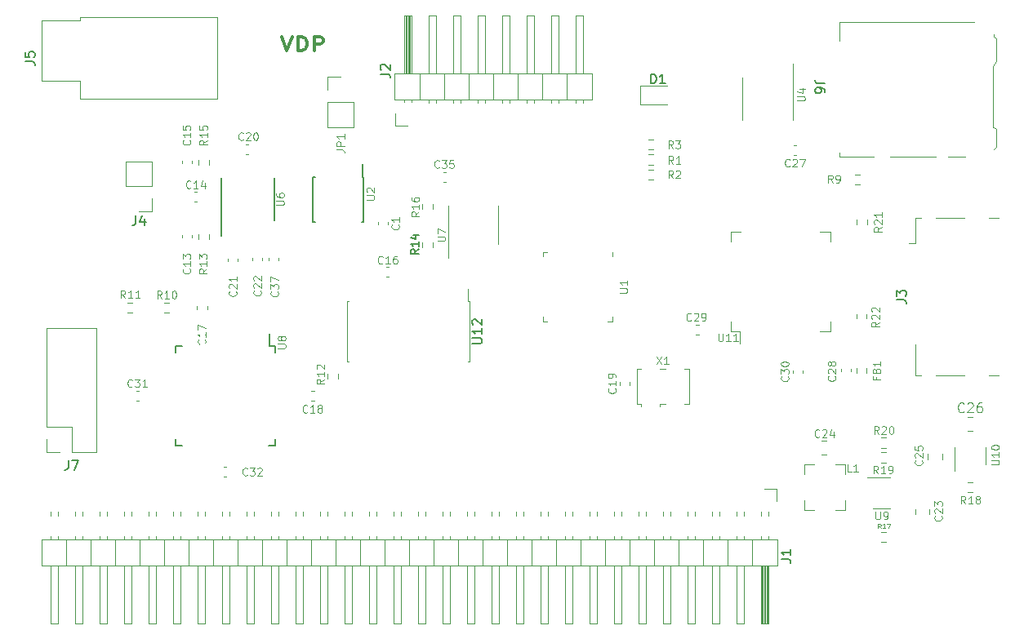
<source format=gto>
G04 #@! TF.GenerationSoftware,KiCad,Pcbnew,(5.1.12)-1*
G04 #@! TF.CreationDate,2022-06-02T09:48:45-07:00*
G04 #@! TF.ProjectId,vera-module-rev4,76657261-2d6d-46f6-9475-6c652d726576,rev?*
G04 #@! TF.SameCoordinates,Original*
G04 #@! TF.FileFunction,Legend,Top*
G04 #@! TF.FilePolarity,Positive*
%FSLAX46Y46*%
G04 Gerber Fmt 4.6, Leading zero omitted, Abs format (unit mm)*
G04 Created by KiCad (PCBNEW (5.1.12)-1) date 2022-06-02 09:48:45*
%MOMM*%
%LPD*%
G01*
G04 APERTURE LIST*
%ADD10C,0.300000*%
%ADD11C,0.120000*%
%ADD12C,0.150000*%
%ADD13C,0.100000*%
%ADD14C,0.140000*%
%ADD15C,2.800000*%
%ADD16O,1.700000X1.700000*%
%ADD17R,1.700000X1.700000*%
%ADD18C,2.000000*%
%ADD19R,1.900000X0.300000*%
%ADD20R,0.450000X1.500000*%
%ADD21R,8.000000X8.000000*%
%ADD22R,1.500000X0.300000*%
%ADD23R,0.300000X1.500000*%
%ADD24R,1.500000X0.550000*%
%ADD25R,0.550000X1.500000*%
%ADD26R,1.900000X1.300000*%
%ADD27R,2.800000X1.000000*%
%ADD28R,0.800000X1.000000*%
%ADD29R,1.200000X1.000000*%
%ADD30R,1.200000X0.700000*%
%ADD31R,1.600000X1.500000*%
%ADD32R,0.650000X1.060000*%
%ADD33R,1.060000X0.650000*%
%ADD34R,0.450000X1.450000*%
%ADD35R,3.600000X1.500000*%
G04 APERTURE END LIST*
D10*
X125355633Y-105111252D02*
X125922300Y-106561252D01*
X126488966Y-105111252D01*
X127055633Y-106561252D02*
X127055633Y-105111252D01*
X127460395Y-105111252D01*
X127703252Y-105180300D01*
X127865157Y-105318395D01*
X127946109Y-105456490D01*
X128027061Y-105732680D01*
X128027061Y-105939823D01*
X127946109Y-106216014D01*
X127865157Y-106354109D01*
X127703252Y-106492204D01*
X127460395Y-106561252D01*
X127055633Y-106561252D01*
X128755633Y-106561252D02*
X128755633Y-105111252D01*
X129403252Y-105111252D01*
X129565157Y-105180300D01*
X129646109Y-105249347D01*
X129727061Y-105387442D01*
X129727061Y-105594585D01*
X129646109Y-105732680D01*
X129565157Y-105801728D01*
X129403252Y-105870776D01*
X128755633Y-105870776D01*
D11*
X104458300Y-109662000D02*
X100458300Y-109662000D01*
X104458300Y-111562000D02*
X104458300Y-109662000D01*
X118698300Y-111562000D02*
X104458300Y-111562000D01*
X118698300Y-103122000D02*
X118698300Y-111562000D01*
X104458300Y-103122000D02*
X118698300Y-103122000D01*
X104458300Y-103422000D02*
X104458300Y-103122000D01*
X100458300Y-103422000D02*
X104458300Y-103422000D01*
X100458300Y-109662000D02*
X100458300Y-103422000D01*
X165379800Y-110215800D02*
X162519800Y-110215800D01*
X162519800Y-110215800D02*
X162519800Y-112135800D01*
X162519800Y-112135800D02*
X165379800Y-112135800D01*
X176720500Y-152057100D02*
X176720500Y-153327100D01*
X175450500Y-152057100D02*
X176720500Y-152057100D01*
X101410500Y-154370029D02*
X101410500Y-154824171D01*
X102170500Y-154370029D02*
X102170500Y-154824171D01*
X101410500Y-156910029D02*
X101410500Y-157307100D01*
X102170500Y-156910029D02*
X102170500Y-157307100D01*
X101410500Y-165967100D02*
X101410500Y-159967100D01*
X102170500Y-165967100D02*
X101410500Y-165967100D01*
X102170500Y-159967100D02*
X102170500Y-165967100D01*
X103060500Y-157307100D02*
X103060500Y-159967100D01*
X103950500Y-154370029D02*
X103950500Y-154824171D01*
X104710500Y-154370029D02*
X104710500Y-154824171D01*
X103950500Y-156910029D02*
X103950500Y-157307100D01*
X104710500Y-156910029D02*
X104710500Y-157307100D01*
X103950500Y-165967100D02*
X103950500Y-159967100D01*
X104710500Y-165967100D02*
X103950500Y-165967100D01*
X104710500Y-159967100D02*
X104710500Y-165967100D01*
X105600500Y-157307100D02*
X105600500Y-159967100D01*
X106490500Y-154370029D02*
X106490500Y-154824171D01*
X107250500Y-154370029D02*
X107250500Y-154824171D01*
X106490500Y-156910029D02*
X106490500Y-157307100D01*
X107250500Y-156910029D02*
X107250500Y-157307100D01*
X106490500Y-165967100D02*
X106490500Y-159967100D01*
X107250500Y-165967100D02*
X106490500Y-165967100D01*
X107250500Y-159967100D02*
X107250500Y-165967100D01*
X108140500Y-157307100D02*
X108140500Y-159967100D01*
X109030500Y-154370029D02*
X109030500Y-154824171D01*
X109790500Y-154370029D02*
X109790500Y-154824171D01*
X109030500Y-156910029D02*
X109030500Y-157307100D01*
X109790500Y-156910029D02*
X109790500Y-157307100D01*
X109030500Y-165967100D02*
X109030500Y-159967100D01*
X109790500Y-165967100D02*
X109030500Y-165967100D01*
X109790500Y-159967100D02*
X109790500Y-165967100D01*
X110680500Y-157307100D02*
X110680500Y-159967100D01*
X111570500Y-154370029D02*
X111570500Y-154824171D01*
X112330500Y-154370029D02*
X112330500Y-154824171D01*
X111570500Y-156910029D02*
X111570500Y-157307100D01*
X112330500Y-156910029D02*
X112330500Y-157307100D01*
X111570500Y-165967100D02*
X111570500Y-159967100D01*
X112330500Y-165967100D02*
X111570500Y-165967100D01*
X112330500Y-159967100D02*
X112330500Y-165967100D01*
X113220500Y-157307100D02*
X113220500Y-159967100D01*
X114110500Y-154370029D02*
X114110500Y-154824171D01*
X114870500Y-154370029D02*
X114870500Y-154824171D01*
X114110500Y-156910029D02*
X114110500Y-157307100D01*
X114870500Y-156910029D02*
X114870500Y-157307100D01*
X114110500Y-165967100D02*
X114110500Y-159967100D01*
X114870500Y-165967100D02*
X114110500Y-165967100D01*
X114870500Y-159967100D02*
X114870500Y-165967100D01*
X115760500Y-157307100D02*
X115760500Y-159967100D01*
X116650500Y-154370029D02*
X116650500Y-154824171D01*
X117410500Y-154370029D02*
X117410500Y-154824171D01*
X116650500Y-156910029D02*
X116650500Y-157307100D01*
X117410500Y-156910029D02*
X117410500Y-157307100D01*
X116650500Y-165967100D02*
X116650500Y-159967100D01*
X117410500Y-165967100D02*
X116650500Y-165967100D01*
X117410500Y-159967100D02*
X117410500Y-165967100D01*
X118300500Y-157307100D02*
X118300500Y-159967100D01*
X119190500Y-154370029D02*
X119190500Y-154824171D01*
X119950500Y-154370029D02*
X119950500Y-154824171D01*
X119190500Y-156910029D02*
X119190500Y-157307100D01*
X119950500Y-156910029D02*
X119950500Y-157307100D01*
X119190500Y-165967100D02*
X119190500Y-159967100D01*
X119950500Y-165967100D02*
X119190500Y-165967100D01*
X119950500Y-159967100D02*
X119950500Y-165967100D01*
X120840500Y-157307100D02*
X120840500Y-159967100D01*
X121730500Y-154370029D02*
X121730500Y-154824171D01*
X122490500Y-154370029D02*
X122490500Y-154824171D01*
X121730500Y-156910029D02*
X121730500Y-157307100D01*
X122490500Y-156910029D02*
X122490500Y-157307100D01*
X121730500Y-165967100D02*
X121730500Y-159967100D01*
X122490500Y-165967100D02*
X121730500Y-165967100D01*
X122490500Y-159967100D02*
X122490500Y-165967100D01*
X123380500Y-157307100D02*
X123380500Y-159967100D01*
X124270500Y-154370029D02*
X124270500Y-154824171D01*
X125030500Y-154370029D02*
X125030500Y-154824171D01*
X124270500Y-156910029D02*
X124270500Y-157307100D01*
X125030500Y-156910029D02*
X125030500Y-157307100D01*
X124270500Y-165967100D02*
X124270500Y-159967100D01*
X125030500Y-165967100D02*
X124270500Y-165967100D01*
X125030500Y-159967100D02*
X125030500Y-165967100D01*
X125920500Y-157307100D02*
X125920500Y-159967100D01*
X126810500Y-154370029D02*
X126810500Y-154824171D01*
X127570500Y-154370029D02*
X127570500Y-154824171D01*
X126810500Y-156910029D02*
X126810500Y-157307100D01*
X127570500Y-156910029D02*
X127570500Y-157307100D01*
X126810500Y-165967100D02*
X126810500Y-159967100D01*
X127570500Y-165967100D02*
X126810500Y-165967100D01*
X127570500Y-159967100D02*
X127570500Y-165967100D01*
X128460500Y-157307100D02*
X128460500Y-159967100D01*
X129350500Y-154370029D02*
X129350500Y-154824171D01*
X130110500Y-154370029D02*
X130110500Y-154824171D01*
X129350500Y-156910029D02*
X129350500Y-157307100D01*
X130110500Y-156910029D02*
X130110500Y-157307100D01*
X129350500Y-165967100D02*
X129350500Y-159967100D01*
X130110500Y-165967100D02*
X129350500Y-165967100D01*
X130110500Y-159967100D02*
X130110500Y-165967100D01*
X131000500Y-157307100D02*
X131000500Y-159967100D01*
X131890500Y-154370029D02*
X131890500Y-154824171D01*
X132650500Y-154370029D02*
X132650500Y-154824171D01*
X131890500Y-156910029D02*
X131890500Y-157307100D01*
X132650500Y-156910029D02*
X132650500Y-157307100D01*
X131890500Y-165967100D02*
X131890500Y-159967100D01*
X132650500Y-165967100D02*
X131890500Y-165967100D01*
X132650500Y-159967100D02*
X132650500Y-165967100D01*
X133540500Y-157307100D02*
X133540500Y-159967100D01*
X134430500Y-154370029D02*
X134430500Y-154824171D01*
X135190500Y-154370029D02*
X135190500Y-154824171D01*
X134430500Y-156910029D02*
X134430500Y-157307100D01*
X135190500Y-156910029D02*
X135190500Y-157307100D01*
X134430500Y-165967100D02*
X134430500Y-159967100D01*
X135190500Y-165967100D02*
X134430500Y-165967100D01*
X135190500Y-159967100D02*
X135190500Y-165967100D01*
X136080500Y-157307100D02*
X136080500Y-159967100D01*
X136970500Y-154370029D02*
X136970500Y-154824171D01*
X137730500Y-154370029D02*
X137730500Y-154824171D01*
X136970500Y-156910029D02*
X136970500Y-157307100D01*
X137730500Y-156910029D02*
X137730500Y-157307100D01*
X136970500Y-165967100D02*
X136970500Y-159967100D01*
X137730500Y-165967100D02*
X136970500Y-165967100D01*
X137730500Y-159967100D02*
X137730500Y-165967100D01*
X138620500Y-157307100D02*
X138620500Y-159967100D01*
X139510500Y-154370029D02*
X139510500Y-154824171D01*
X140270500Y-154370029D02*
X140270500Y-154824171D01*
X139510500Y-156910029D02*
X139510500Y-157307100D01*
X140270500Y-156910029D02*
X140270500Y-157307100D01*
X139510500Y-165967100D02*
X139510500Y-159967100D01*
X140270500Y-165967100D02*
X139510500Y-165967100D01*
X140270500Y-159967100D02*
X140270500Y-165967100D01*
X141160500Y-157307100D02*
X141160500Y-159967100D01*
X142050500Y-154370029D02*
X142050500Y-154824171D01*
X142810500Y-154370029D02*
X142810500Y-154824171D01*
X142050500Y-156910029D02*
X142050500Y-157307100D01*
X142810500Y-156910029D02*
X142810500Y-157307100D01*
X142050500Y-165967100D02*
X142050500Y-159967100D01*
X142810500Y-165967100D02*
X142050500Y-165967100D01*
X142810500Y-159967100D02*
X142810500Y-165967100D01*
X143700500Y-157307100D02*
X143700500Y-159967100D01*
X144590500Y-154370029D02*
X144590500Y-154824171D01*
X145350500Y-154370029D02*
X145350500Y-154824171D01*
X144590500Y-156910029D02*
X144590500Y-157307100D01*
X145350500Y-156910029D02*
X145350500Y-157307100D01*
X144590500Y-165967100D02*
X144590500Y-159967100D01*
X145350500Y-165967100D02*
X144590500Y-165967100D01*
X145350500Y-159967100D02*
X145350500Y-165967100D01*
X146240500Y-157307100D02*
X146240500Y-159967100D01*
X147130500Y-154370029D02*
X147130500Y-154824171D01*
X147890500Y-154370029D02*
X147890500Y-154824171D01*
X147130500Y-156910029D02*
X147130500Y-157307100D01*
X147890500Y-156910029D02*
X147890500Y-157307100D01*
X147130500Y-165967100D02*
X147130500Y-159967100D01*
X147890500Y-165967100D02*
X147130500Y-165967100D01*
X147890500Y-159967100D02*
X147890500Y-165967100D01*
X148780500Y-157307100D02*
X148780500Y-159967100D01*
X149670500Y-154370029D02*
X149670500Y-154824171D01*
X150430500Y-154370029D02*
X150430500Y-154824171D01*
X149670500Y-156910029D02*
X149670500Y-157307100D01*
X150430500Y-156910029D02*
X150430500Y-157307100D01*
X149670500Y-165967100D02*
X149670500Y-159967100D01*
X150430500Y-165967100D02*
X149670500Y-165967100D01*
X150430500Y-159967100D02*
X150430500Y-165967100D01*
X151320500Y-157307100D02*
X151320500Y-159967100D01*
X152210500Y-154370029D02*
X152210500Y-154824171D01*
X152970500Y-154370029D02*
X152970500Y-154824171D01*
X152210500Y-156910029D02*
X152210500Y-157307100D01*
X152970500Y-156910029D02*
X152970500Y-157307100D01*
X152210500Y-165967100D02*
X152210500Y-159967100D01*
X152970500Y-165967100D02*
X152210500Y-165967100D01*
X152970500Y-159967100D02*
X152970500Y-165967100D01*
X153860500Y-157307100D02*
X153860500Y-159967100D01*
X154750500Y-154370029D02*
X154750500Y-154824171D01*
X155510500Y-154370029D02*
X155510500Y-154824171D01*
X154750500Y-156910029D02*
X154750500Y-157307100D01*
X155510500Y-156910029D02*
X155510500Y-157307100D01*
X154750500Y-165967100D02*
X154750500Y-159967100D01*
X155510500Y-165967100D02*
X154750500Y-165967100D01*
X155510500Y-159967100D02*
X155510500Y-165967100D01*
X156400500Y-157307100D02*
X156400500Y-159967100D01*
X157290500Y-154370029D02*
X157290500Y-154824171D01*
X158050500Y-154370029D02*
X158050500Y-154824171D01*
X157290500Y-156910029D02*
X157290500Y-157307100D01*
X158050500Y-156910029D02*
X158050500Y-157307100D01*
X157290500Y-165967100D02*
X157290500Y-159967100D01*
X158050500Y-165967100D02*
X157290500Y-165967100D01*
X158050500Y-159967100D02*
X158050500Y-165967100D01*
X158940500Y-157307100D02*
X158940500Y-159967100D01*
X159830500Y-154370029D02*
X159830500Y-154824171D01*
X160590500Y-154370029D02*
X160590500Y-154824171D01*
X159830500Y-156910029D02*
X159830500Y-157307100D01*
X160590500Y-156910029D02*
X160590500Y-157307100D01*
X159830500Y-165967100D02*
X159830500Y-159967100D01*
X160590500Y-165967100D02*
X159830500Y-165967100D01*
X160590500Y-159967100D02*
X160590500Y-165967100D01*
X161480500Y-157307100D02*
X161480500Y-159967100D01*
X162370500Y-154370029D02*
X162370500Y-154824171D01*
X163130500Y-154370029D02*
X163130500Y-154824171D01*
X162370500Y-156910029D02*
X162370500Y-157307100D01*
X163130500Y-156910029D02*
X163130500Y-157307100D01*
X162370500Y-165967100D02*
X162370500Y-159967100D01*
X163130500Y-165967100D02*
X162370500Y-165967100D01*
X163130500Y-159967100D02*
X163130500Y-165967100D01*
X164020500Y-157307100D02*
X164020500Y-159967100D01*
X164910500Y-154370029D02*
X164910500Y-154824171D01*
X165670500Y-154370029D02*
X165670500Y-154824171D01*
X164910500Y-156910029D02*
X164910500Y-157307100D01*
X165670500Y-156910029D02*
X165670500Y-157307100D01*
X164910500Y-165967100D02*
X164910500Y-159967100D01*
X165670500Y-165967100D02*
X164910500Y-165967100D01*
X165670500Y-159967100D02*
X165670500Y-165967100D01*
X166560500Y-157307100D02*
X166560500Y-159967100D01*
X167450500Y-154370029D02*
X167450500Y-154824171D01*
X168210500Y-154370029D02*
X168210500Y-154824171D01*
X167450500Y-156910029D02*
X167450500Y-157307100D01*
X168210500Y-156910029D02*
X168210500Y-157307100D01*
X167450500Y-165967100D02*
X167450500Y-159967100D01*
X168210500Y-165967100D02*
X167450500Y-165967100D01*
X168210500Y-159967100D02*
X168210500Y-165967100D01*
X169100500Y-157307100D02*
X169100500Y-159967100D01*
X169990500Y-154370029D02*
X169990500Y-154824171D01*
X170750500Y-154370029D02*
X170750500Y-154824171D01*
X169990500Y-156910029D02*
X169990500Y-157307100D01*
X170750500Y-156910029D02*
X170750500Y-157307100D01*
X169990500Y-165967100D02*
X169990500Y-159967100D01*
X170750500Y-165967100D02*
X169990500Y-165967100D01*
X170750500Y-159967100D02*
X170750500Y-165967100D01*
X171640500Y-157307100D02*
X171640500Y-159967100D01*
X172530500Y-154370029D02*
X172530500Y-154824171D01*
X173290500Y-154370029D02*
X173290500Y-154824171D01*
X172530500Y-156910029D02*
X172530500Y-157307100D01*
X173290500Y-156910029D02*
X173290500Y-157307100D01*
X172530500Y-165967100D02*
X172530500Y-159967100D01*
X173290500Y-165967100D02*
X172530500Y-165967100D01*
X173290500Y-159967100D02*
X173290500Y-165967100D01*
X174180500Y-157307100D02*
X174180500Y-159967100D01*
X175070500Y-154437100D02*
X175070500Y-154824171D01*
X175830500Y-154437100D02*
X175830500Y-154824171D01*
X175070500Y-156910029D02*
X175070500Y-157307100D01*
X175830500Y-156910029D02*
X175830500Y-157307100D01*
X175170500Y-159967100D02*
X175170500Y-165967100D01*
X175290500Y-159967100D02*
X175290500Y-165967100D01*
X175410500Y-159967100D02*
X175410500Y-165967100D01*
X175530500Y-159967100D02*
X175530500Y-165967100D01*
X175650500Y-159967100D02*
X175650500Y-165967100D01*
X175770500Y-159967100D02*
X175770500Y-165967100D01*
X175070500Y-165967100D02*
X175070500Y-159967100D01*
X175830500Y-165967100D02*
X175070500Y-165967100D01*
X175830500Y-159967100D02*
X175830500Y-165967100D01*
X176780500Y-159967100D02*
X176780500Y-157307100D01*
X100460500Y-159967100D02*
X176780500Y-159967100D01*
X100460500Y-157307100D02*
X100460500Y-159967100D01*
X176780500Y-157307100D02*
X100460500Y-157307100D01*
X137160000Y-114312700D02*
X137160000Y-113042700D01*
X138430000Y-114312700D02*
X137160000Y-114312700D01*
X156590000Y-111999771D02*
X156590000Y-111602700D01*
X155830000Y-111999771D02*
X155830000Y-111602700D01*
X156590000Y-102942700D02*
X156590000Y-108942700D01*
X155830000Y-102942700D02*
X156590000Y-102942700D01*
X155830000Y-108942700D02*
X155830000Y-102942700D01*
X154940000Y-111602700D02*
X154940000Y-108942700D01*
X154050000Y-111999771D02*
X154050000Y-111602700D01*
X153290000Y-111999771D02*
X153290000Y-111602700D01*
X154050000Y-102942700D02*
X154050000Y-108942700D01*
X153290000Y-102942700D02*
X154050000Y-102942700D01*
X153290000Y-108942700D02*
X153290000Y-102942700D01*
X152400000Y-111602700D02*
X152400000Y-108942700D01*
X151510000Y-111999771D02*
X151510000Y-111602700D01*
X150750000Y-111999771D02*
X150750000Y-111602700D01*
X151510000Y-102942700D02*
X151510000Y-108942700D01*
X150750000Y-102942700D02*
X151510000Y-102942700D01*
X150750000Y-108942700D02*
X150750000Y-102942700D01*
X149860000Y-111602700D02*
X149860000Y-108942700D01*
X148970000Y-111999771D02*
X148970000Y-111602700D01*
X148210000Y-111999771D02*
X148210000Y-111602700D01*
X148970000Y-102942700D02*
X148970000Y-108942700D01*
X148210000Y-102942700D02*
X148970000Y-102942700D01*
X148210000Y-108942700D02*
X148210000Y-102942700D01*
X147320000Y-111602700D02*
X147320000Y-108942700D01*
X146430000Y-111999771D02*
X146430000Y-111602700D01*
X145670000Y-111999771D02*
X145670000Y-111602700D01*
X146430000Y-102942700D02*
X146430000Y-108942700D01*
X145670000Y-102942700D02*
X146430000Y-102942700D01*
X145670000Y-108942700D02*
X145670000Y-102942700D01*
X144780000Y-111602700D02*
X144780000Y-108942700D01*
X143890000Y-111999771D02*
X143890000Y-111602700D01*
X143130000Y-111999771D02*
X143130000Y-111602700D01*
X143890000Y-102942700D02*
X143890000Y-108942700D01*
X143130000Y-102942700D02*
X143890000Y-102942700D01*
X143130000Y-108942700D02*
X143130000Y-102942700D01*
X142240000Y-111602700D02*
X142240000Y-108942700D01*
X141350000Y-111999771D02*
X141350000Y-111602700D01*
X140590000Y-111999771D02*
X140590000Y-111602700D01*
X141350000Y-102942700D02*
X141350000Y-108942700D01*
X140590000Y-102942700D02*
X141350000Y-102942700D01*
X140590000Y-108942700D02*
X140590000Y-102942700D01*
X139700000Y-111602700D02*
X139700000Y-108942700D01*
X138810000Y-111932700D02*
X138810000Y-111602700D01*
X138050000Y-111932700D02*
X138050000Y-111602700D01*
X138710000Y-108942700D02*
X138710000Y-102942700D01*
X138590000Y-108942700D02*
X138590000Y-102942700D01*
X138470000Y-108942700D02*
X138470000Y-102942700D01*
X138350000Y-108942700D02*
X138350000Y-102942700D01*
X138230000Y-108942700D02*
X138230000Y-102942700D01*
X138110000Y-108942700D02*
X138110000Y-102942700D01*
X138810000Y-102942700D02*
X138810000Y-108942700D01*
X138050000Y-102942700D02*
X138810000Y-102942700D01*
X138050000Y-108942700D02*
X138050000Y-102942700D01*
X137100000Y-108942700D02*
X137100000Y-111602700D01*
X157540000Y-108942700D02*
X137100000Y-108942700D01*
X157540000Y-111602700D02*
X157540000Y-108942700D01*
X137100000Y-111602700D02*
X157540000Y-111602700D01*
X124051600Y-128033733D02*
X124051600Y-128326267D01*
X125071600Y-128033733D02*
X125071600Y-128326267D01*
X144653500Y-132539500D02*
X144653500Y-131249500D01*
X144853500Y-132539500D02*
X144653500Y-132539500D01*
X144853500Y-135699500D02*
X144853500Y-132539500D01*
X144853500Y-138859500D02*
X144653500Y-138859500D01*
X144853500Y-135699500D02*
X144853500Y-138859500D01*
X132133500Y-132539500D02*
X132333500Y-132539500D01*
X132133500Y-135699500D02*
X132133500Y-132539500D01*
X132133500Y-138859500D02*
X132333500Y-138859500D01*
X132133500Y-135699500D02*
X132133500Y-138859500D01*
X163946924Y-115758700D02*
X163437476Y-115758700D01*
X163946924Y-116803700D02*
X163437476Y-116803700D01*
X111908900Y-123237300D02*
X110578900Y-123237300D01*
X111908900Y-121907300D02*
X111908900Y-123237300D01*
X111908900Y-120637300D02*
X109248900Y-120637300D01*
X109248900Y-120637300D02*
X109248900Y-118037300D01*
X111908900Y-120637300D02*
X111908900Y-118037300D01*
X111908900Y-118037300D02*
X109248900Y-118037300D01*
X196187800Y-140280000D02*
X193187800Y-140280000D01*
X191087800Y-140280000D02*
X191087800Y-137080000D01*
X198687800Y-140280000D02*
X199687800Y-140280000D01*
X199687800Y-123880000D02*
X198687800Y-123880000D01*
X191087800Y-123880000D02*
X191687800Y-123880000D01*
X191087800Y-123880000D02*
X191087800Y-126580000D01*
X191087800Y-126580000D02*
X190437800Y-126580000D01*
X191087800Y-140280000D02*
X191687800Y-140280000D01*
X196187800Y-123880000D02*
X193187800Y-123880000D01*
D12*
X119107300Y-125758500D02*
X119107300Y-119783500D01*
X124632300Y-124183500D02*
X124632300Y-119783500D01*
D11*
X116787400Y-117869876D02*
X116787400Y-118379324D01*
X117832400Y-117869876D02*
X117832400Y-118379324D01*
X117832400Y-126099024D02*
X117832400Y-125589576D01*
X116787400Y-126099024D02*
X116787400Y-125589576D01*
X122362500Y-128046433D02*
X122362500Y-128338967D01*
X123382500Y-128046433D02*
X123382500Y-128338967D01*
X119784400Y-128136433D02*
X119784400Y-128428967D01*
X120804400Y-128136433D02*
X120804400Y-128428967D01*
X121660533Y-117337300D02*
X121953067Y-117337300D01*
X121660533Y-116317300D02*
X121953067Y-116317300D01*
X115021900Y-117990233D02*
X115021900Y-118282767D01*
X116041900Y-117990233D02*
X116041900Y-118282767D01*
X116312733Y-122252200D02*
X116605267Y-122252200D01*
X116312733Y-121232200D02*
X116605267Y-121232200D01*
X116041900Y-125990567D02*
X116041900Y-125698033D01*
X115021900Y-125990567D02*
X115021900Y-125698033D01*
X139964900Y-122488876D02*
X139964900Y-122998324D01*
X141009900Y-122488876D02*
X141009900Y-122998324D01*
X141035300Y-126935324D02*
X141035300Y-126425876D01*
X139990300Y-126935324D02*
X139990300Y-126425876D01*
X142438167Y-119187500D02*
X142145633Y-119187500D01*
X142438167Y-120207500D02*
X142145633Y-120207500D01*
X131205500Y-140575124D02*
X131205500Y-140065676D01*
X130160500Y-140575124D02*
X130160500Y-140065676D01*
X136507267Y-129030000D02*
X136214733Y-129030000D01*
X136507267Y-130050000D02*
X136214733Y-130050000D01*
X136400000Y-124617867D02*
X136400000Y-124325333D01*
X135380000Y-124617867D02*
X135380000Y-124325333D01*
X178378000Y-111544100D02*
X178378000Y-107944100D01*
X178378000Y-111544100D02*
X178378000Y-113744100D01*
X173158000Y-111544100D02*
X173158000Y-109344100D01*
X173158000Y-111544100D02*
X173158000Y-113744100D01*
X185357224Y-119403600D02*
X184847776Y-119403600D01*
X185357224Y-120448600D02*
X184847776Y-120448600D01*
X178453833Y-117388100D02*
X178746367Y-117388100D01*
X178453833Y-116368100D02*
X178746367Y-116368100D01*
X196502348Y-146048400D02*
X197024852Y-146048400D01*
X196502348Y-144578400D02*
X197024852Y-144578400D01*
X196519076Y-152389100D02*
X197028524Y-152389100D01*
X196519076Y-151344100D02*
X197028524Y-151344100D01*
X193851200Y-148940152D02*
X193851200Y-148417648D01*
X192381200Y-148940152D02*
X192381200Y-148417648D01*
X188049624Y-146734000D02*
X187540176Y-146734000D01*
X188049624Y-147779000D02*
X187540176Y-147779000D01*
X187540176Y-149303000D02*
X188049624Y-149303000D01*
X187540176Y-148258000D02*
X188049624Y-148258000D01*
X181374148Y-148512200D02*
X181896652Y-148512200D01*
X181374148Y-147042200D02*
X181896652Y-147042200D01*
X188049624Y-156474900D02*
X187540176Y-156474900D01*
X188049624Y-157519900D02*
X187540176Y-157519900D01*
X163946924Y-119966000D02*
X163437476Y-119966000D01*
X163946924Y-118921000D02*
X163437476Y-118921000D01*
X163946924Y-117333500D02*
X163437476Y-117333500D01*
X163946924Y-118378500D02*
X163437476Y-118378500D01*
X186044100Y-139472576D02*
X186044100Y-139982024D01*
X184999100Y-139472576D02*
X184999100Y-139982024D01*
X185024500Y-124114476D02*
X185024500Y-124623924D01*
X186069500Y-124114476D02*
X186069500Y-124623924D01*
X172869900Y-135686300D02*
X172869900Y-136961300D01*
X171919900Y-125336300D02*
X171919900Y-126386300D01*
X182269900Y-125336300D02*
X182269900Y-126386300D01*
X182269900Y-135686300D02*
X182269900Y-134636300D01*
X171919900Y-135686300D02*
X171919900Y-134636300D01*
X182269900Y-135686300D02*
X181219900Y-135686300D01*
X182269900Y-125336300D02*
X181219900Y-125336300D01*
X171919900Y-125336300D02*
X172969900Y-125336300D01*
X171919900Y-135686300D02*
X172869900Y-135686300D01*
X109933824Y-133732800D02*
X109424376Y-133732800D01*
X109933824Y-132687800D02*
X109424376Y-132687800D01*
X113208976Y-132713200D02*
X113718424Y-132713200D01*
X113208976Y-133758200D02*
X113718424Y-133758200D01*
X119665967Y-150789100D02*
X119373433Y-150789100D01*
X119665967Y-149769100D02*
X119373433Y-149769100D01*
X110610867Y-142864300D02*
X110318333Y-142864300D01*
X110610867Y-141844300D02*
X110318333Y-141844300D01*
X128465533Y-141857000D02*
X128758067Y-141857000D01*
X128465533Y-142877000D02*
X128758067Y-142877000D01*
X116622100Y-133369267D02*
X116622100Y-133076733D01*
X117642100Y-133369267D02*
X117642100Y-133076733D01*
X106206600Y-148180100D02*
X103606600Y-148180100D01*
X106206600Y-148180100D02*
X106206600Y-135360100D01*
X106206600Y-135360100D02*
X101006600Y-135360100D01*
X101006600Y-145580100D02*
X101006600Y-135360100D01*
X103606600Y-145580100D02*
X101006600Y-145580100D01*
X103606600Y-148180100D02*
X103606600Y-145580100D01*
X101006600Y-148180100D02*
X101006600Y-146850100D01*
X102336600Y-148180100D02*
X101006600Y-148180100D01*
X184973700Y-134348758D02*
X184973700Y-133874242D01*
X186018700Y-134348758D02*
X186018700Y-133874242D01*
X179402200Y-139718833D02*
X179402200Y-140011367D01*
X178382200Y-139718833D02*
X178382200Y-140011367D01*
X168624467Y-136044400D02*
X168331933Y-136044400D01*
X168624467Y-135024400D02*
X168331933Y-135024400D01*
X184367900Y-139565333D02*
X184367900Y-139857867D01*
X183347900Y-139565333D02*
X183347900Y-139857867D01*
D12*
X124132400Y-137179300D02*
X124132400Y-135904300D01*
X124707400Y-147529300D02*
X124707400Y-146854300D01*
X114357400Y-147529300D02*
X114357400Y-146854300D01*
X114357400Y-137179300D02*
X114357400Y-137854300D01*
X124707400Y-137179300D02*
X124707400Y-137854300D01*
X114357400Y-137179300D02*
X115032400Y-137179300D01*
X114357400Y-147529300D02*
X115032400Y-147529300D01*
X124707400Y-147529300D02*
X124032400Y-147529300D01*
X124707400Y-137179300D02*
X124132400Y-137179300D01*
D11*
X183173800Y-105554700D02*
X183173800Y-103634700D01*
X183173800Y-103634700D02*
X197183800Y-103634700D01*
X183173800Y-117154700D02*
X183173800Y-117604700D01*
X183173800Y-117604700D02*
X186783800Y-117604700D01*
X199443800Y-105314700D02*
X199443800Y-107624700D01*
X199443800Y-116574700D02*
X199443800Y-114714700D01*
X199443800Y-116574700D02*
X199243800Y-116774700D01*
X188483800Y-117604700D02*
X193183800Y-117604700D01*
X194483800Y-117604700D02*
X196283800Y-117604700D01*
X199093800Y-114504700D02*
X199093800Y-108134700D01*
X199093800Y-114504700D02*
X199243800Y-114504700D01*
X199443800Y-114714700D02*
X199243800Y-114504700D01*
X199443800Y-105314700D02*
X199243800Y-105114700D01*
X199243800Y-105114700D02*
X199243800Y-104854700D01*
X199443800Y-107624700D02*
X199093800Y-108134700D01*
X130153100Y-109312400D02*
X131483100Y-109312400D01*
X130153100Y-110642400D02*
X130153100Y-109312400D01*
X130153100Y-111912400D02*
X132813100Y-111912400D01*
X132813100Y-111912400D02*
X132813100Y-114512400D01*
X130153100Y-111912400D02*
X130153100Y-114512400D01*
X130153100Y-114512400D02*
X132813100Y-114512400D01*
X160411700Y-140947021D02*
X160411700Y-141272579D01*
X161431700Y-140947021D02*
X161431700Y-141272579D01*
X164626800Y-143222300D02*
X164626800Y-143472300D01*
X165166800Y-143222300D02*
X164626800Y-143222300D01*
X162196800Y-139622300D02*
X162626800Y-139622300D01*
X162196800Y-143222300D02*
X162196800Y-139622300D01*
X162626800Y-143222300D02*
X162196800Y-143222300D01*
X162626800Y-143472300D02*
X162626800Y-143222300D01*
X164626800Y-139622300D02*
X165166800Y-139622300D01*
X167596800Y-143222300D02*
X167166800Y-143222300D01*
X167596800Y-139622300D02*
X167596800Y-143222300D01*
X167166800Y-139622300D02*
X167596800Y-139622300D01*
X195138400Y-147690000D02*
X195138400Y-150140000D01*
X198358400Y-149490000D02*
X198358400Y-147690000D01*
X188504400Y-150878900D02*
X186054400Y-150878900D01*
X186704400Y-154098900D02*
X188504400Y-154098900D01*
X142664500Y-124637800D02*
X142664500Y-128087800D01*
X142664500Y-124637800D02*
X142664500Y-122687800D01*
X147784500Y-124637800D02*
X147784500Y-126587800D01*
X147784500Y-124637800D02*
X147784500Y-122687800D01*
D12*
X133767200Y-119658500D02*
X133767200Y-118308500D01*
X128642200Y-119658500D02*
X128642200Y-124308500D01*
X133892200Y-119658500D02*
X133892200Y-124308500D01*
X128642200Y-119658500D02*
X128867200Y-119658500D01*
X128642200Y-124308500D02*
X128867200Y-124308500D01*
X133892200Y-124308500D02*
X133667200Y-124308500D01*
X133892200Y-119658500D02*
X133767200Y-119658500D01*
D11*
X159679900Y-127927800D02*
X159679900Y-127452800D01*
X152459900Y-134672800D02*
X152934900Y-134672800D01*
X152459900Y-134197800D02*
X152459900Y-134672800D01*
X152459900Y-127452800D02*
X152934900Y-127452800D01*
X152459900Y-127927800D02*
X152459900Y-127452800D01*
X159679900Y-134672800D02*
X159204900Y-134672800D01*
X159679900Y-134197800D02*
X159679900Y-134672800D01*
X183783500Y-154265300D02*
X183783500Y-153240300D01*
X183783500Y-149495300D02*
X183783500Y-150520300D01*
X183783500Y-154265300D02*
X182758500Y-154265300D01*
X183783500Y-149495300D02*
X182758500Y-149495300D01*
X179563500Y-149495300D02*
X180588500Y-149495300D01*
X179563500Y-149495300D02*
X179563500Y-150520300D01*
X179563500Y-154265300D02*
X179563500Y-153240300D01*
X179563500Y-154265300D02*
X180588500Y-154265300D01*
X191123500Y-154133022D02*
X191123500Y-154650178D01*
X192543500Y-154133022D02*
X192543500Y-154650178D01*
D12*
X98780680Y-107675333D02*
X99494966Y-107675333D01*
X99637823Y-107722952D01*
X99733061Y-107818190D01*
X99780680Y-107961047D01*
X99780680Y-108056285D01*
X98780680Y-106722952D02*
X98780680Y-107199142D01*
X99256871Y-107246761D01*
X99209252Y-107199142D01*
X99161633Y-107103904D01*
X99161633Y-106865809D01*
X99209252Y-106770571D01*
X99256871Y-106722952D01*
X99352109Y-106675333D01*
X99590204Y-106675333D01*
X99685442Y-106722952D01*
X99733061Y-106770571D01*
X99780680Y-106865809D01*
X99780680Y-107103904D01*
X99733061Y-107199142D01*
X99685442Y-107246761D01*
X163641704Y-109978180D02*
X163641704Y-108978180D01*
X163879800Y-108978180D01*
X164022657Y-109025800D01*
X164117895Y-109121038D01*
X164165514Y-109216276D01*
X164213133Y-109406752D01*
X164213133Y-109549609D01*
X164165514Y-109740085D01*
X164117895Y-109835323D01*
X164022657Y-109930561D01*
X163879800Y-109978180D01*
X163641704Y-109978180D01*
X165165514Y-109978180D02*
X164594085Y-109978180D01*
X164879800Y-109978180D02*
X164879800Y-108978180D01*
X164784561Y-109121038D01*
X164689323Y-109216276D01*
X164594085Y-109263895D01*
X177172880Y-159315433D02*
X177887166Y-159315433D01*
X178030023Y-159363052D01*
X178125261Y-159458290D01*
X178172880Y-159601147D01*
X178172880Y-159696385D01*
X178172880Y-158315433D02*
X178172880Y-158886861D01*
X178172880Y-158601147D02*
X177172880Y-158601147D01*
X177315738Y-158696385D01*
X177410976Y-158791623D01*
X177458595Y-158886861D01*
X135612380Y-108991033D02*
X136326666Y-108991033D01*
X136469523Y-109038652D01*
X136564761Y-109133890D01*
X136612380Y-109276747D01*
X136612380Y-109371985D01*
X135707619Y-108562461D02*
X135660000Y-108514842D01*
X135612380Y-108419604D01*
X135612380Y-108181509D01*
X135660000Y-108086271D01*
X135707619Y-108038652D01*
X135802857Y-107991033D01*
X135898095Y-107991033D01*
X136040952Y-108038652D01*
X136612380Y-108610080D01*
X136612380Y-107991033D01*
D13*
X124961614Y-131552885D02*
X124999709Y-131590980D01*
X125037804Y-131705266D01*
X125037804Y-131781457D01*
X124999709Y-131895742D01*
X124923519Y-131971933D01*
X124847328Y-132010028D01*
X124694947Y-132048123D01*
X124580661Y-132048123D01*
X124428280Y-132010028D01*
X124352090Y-131971933D01*
X124275900Y-131895742D01*
X124237804Y-131781457D01*
X124237804Y-131705266D01*
X124275900Y-131590980D01*
X124313995Y-131552885D01*
X124237804Y-131286219D02*
X124237804Y-130790980D01*
X124542566Y-131057647D01*
X124542566Y-130943361D01*
X124580661Y-130867171D01*
X124618757Y-130829076D01*
X124694947Y-130790980D01*
X124885423Y-130790980D01*
X124961614Y-130829076D01*
X124999709Y-130867171D01*
X125037804Y-130943361D01*
X125037804Y-131171933D01*
X124999709Y-131248123D01*
X124961614Y-131286219D01*
X124237804Y-130524314D02*
X124237804Y-129990980D01*
X125037804Y-130333838D01*
D12*
X145145880Y-136937595D02*
X145955404Y-136937595D01*
X146050642Y-136889976D01*
X146098261Y-136842357D01*
X146145880Y-136747119D01*
X146145880Y-136556642D01*
X146098261Y-136461404D01*
X146050642Y-136413785D01*
X145955404Y-136366166D01*
X145145880Y-136366166D01*
X146145880Y-135366166D02*
X146145880Y-135937595D01*
X146145880Y-135651880D02*
X145145880Y-135651880D01*
X145288738Y-135747119D01*
X145383976Y-135842357D01*
X145431595Y-135937595D01*
X145241119Y-134985214D02*
X145193500Y-134937595D01*
X145145880Y-134842357D01*
X145145880Y-134604261D01*
X145193500Y-134509023D01*
X145241119Y-134461404D01*
X145336357Y-134413785D01*
X145431595Y-134413785D01*
X145574452Y-134461404D01*
X146145880Y-135032833D01*
X146145880Y-134413785D01*
D13*
X165959166Y-116706604D02*
X165692500Y-116325652D01*
X165502023Y-116706604D02*
X165502023Y-115906604D01*
X165806785Y-115906604D01*
X165882976Y-115944700D01*
X165921071Y-115982795D01*
X165959166Y-116058985D01*
X165959166Y-116173271D01*
X165921071Y-116249461D01*
X165882976Y-116287557D01*
X165806785Y-116325652D01*
X165502023Y-116325652D01*
X166225833Y-115906604D02*
X166721071Y-115906604D01*
X166454404Y-116211366D01*
X166568690Y-116211366D01*
X166644880Y-116249461D01*
X166682976Y-116287557D01*
X166721071Y-116363747D01*
X166721071Y-116554223D01*
X166682976Y-116630414D01*
X166644880Y-116668509D01*
X166568690Y-116706604D01*
X166340119Y-116706604D01*
X166263928Y-116668509D01*
X166225833Y-116630414D01*
D12*
X110245566Y-123689680D02*
X110245566Y-124403966D01*
X110197947Y-124546823D01*
X110102709Y-124642061D01*
X109959852Y-124689680D01*
X109864614Y-124689680D01*
X111150328Y-124023014D02*
X111150328Y-124689680D01*
X110912233Y-123642061D02*
X110674138Y-124356347D01*
X111293185Y-124356347D01*
X189140180Y-132413333D02*
X189854466Y-132413333D01*
X189997323Y-132460952D01*
X190092561Y-132556190D01*
X190140180Y-132699047D01*
X190140180Y-132794285D01*
X189140180Y-132032380D02*
X189140180Y-131413333D01*
X189521133Y-131746666D01*
X189521133Y-131603809D01*
X189568752Y-131508571D01*
X189616371Y-131460952D01*
X189711609Y-131413333D01*
X189949704Y-131413333D01*
X190044942Y-131460952D01*
X190092561Y-131508571D01*
X190140180Y-131603809D01*
X190140180Y-131889523D01*
X190092561Y-131984761D01*
X190044942Y-132032380D01*
D13*
X124819204Y-122593023D02*
X125466823Y-122593023D01*
X125543014Y-122554928D01*
X125581109Y-122516833D01*
X125619204Y-122440642D01*
X125619204Y-122288261D01*
X125581109Y-122212071D01*
X125543014Y-122173976D01*
X125466823Y-122135880D01*
X124819204Y-122135880D01*
X124819204Y-121412071D02*
X124819204Y-121564452D01*
X124857300Y-121640642D01*
X124895395Y-121678738D01*
X125009680Y-121754928D01*
X125162061Y-121793023D01*
X125466823Y-121793023D01*
X125543014Y-121754928D01*
X125581109Y-121716833D01*
X125619204Y-121640642D01*
X125619204Y-121488261D01*
X125581109Y-121412071D01*
X125543014Y-121373976D01*
X125466823Y-121335880D01*
X125276347Y-121335880D01*
X125200157Y-121373976D01*
X125162061Y-121412071D01*
X125123966Y-121488261D01*
X125123966Y-121640642D01*
X125162061Y-121716833D01*
X125200157Y-121754928D01*
X125276347Y-121793023D01*
X117659104Y-115846785D02*
X117278152Y-116113452D01*
X117659104Y-116303928D02*
X116859104Y-116303928D01*
X116859104Y-115999166D01*
X116897200Y-115922976D01*
X116935295Y-115884880D01*
X117011485Y-115846785D01*
X117125771Y-115846785D01*
X117201961Y-115884880D01*
X117240057Y-115922976D01*
X117278152Y-115999166D01*
X117278152Y-116303928D01*
X117659104Y-115084880D02*
X117659104Y-115542023D01*
X117659104Y-115313452D02*
X116859104Y-115313452D01*
X116973390Y-115389642D01*
X117049580Y-115465833D01*
X117087676Y-115542023D01*
X116859104Y-114361071D02*
X116859104Y-114742023D01*
X117240057Y-114780119D01*
X117201961Y-114742023D01*
X117163866Y-114665833D01*
X117163866Y-114475357D01*
X117201961Y-114399166D01*
X117240057Y-114361071D01*
X117316247Y-114322976D01*
X117506723Y-114322976D01*
X117582914Y-114361071D01*
X117621009Y-114399166D01*
X117659104Y-114475357D01*
X117659104Y-114665833D01*
X117621009Y-114742023D01*
X117582914Y-114780119D01*
X117608304Y-129201485D02*
X117227352Y-129468152D01*
X117608304Y-129658628D02*
X116808304Y-129658628D01*
X116808304Y-129353866D01*
X116846400Y-129277676D01*
X116884495Y-129239580D01*
X116960685Y-129201485D01*
X117074971Y-129201485D01*
X117151161Y-129239580D01*
X117189257Y-129277676D01*
X117227352Y-129353866D01*
X117227352Y-129658628D01*
X117608304Y-128439580D02*
X117608304Y-128896723D01*
X117608304Y-128668152D02*
X116808304Y-128668152D01*
X116922590Y-128744342D01*
X116998780Y-128820533D01*
X117036876Y-128896723D01*
X116808304Y-128172914D02*
X116808304Y-127677676D01*
X117113066Y-127944342D01*
X117113066Y-127830057D01*
X117151161Y-127753866D01*
X117189257Y-127715771D01*
X117265447Y-127677676D01*
X117455923Y-127677676D01*
X117532114Y-127715771D01*
X117570209Y-127753866D01*
X117608304Y-127830057D01*
X117608304Y-128058628D01*
X117570209Y-128134819D01*
X117532114Y-128172914D01*
X123183614Y-131489385D02*
X123221709Y-131527480D01*
X123259804Y-131641766D01*
X123259804Y-131717957D01*
X123221709Y-131832242D01*
X123145519Y-131908433D01*
X123069328Y-131946528D01*
X122916947Y-131984623D01*
X122802661Y-131984623D01*
X122650280Y-131946528D01*
X122574090Y-131908433D01*
X122497900Y-131832242D01*
X122459804Y-131717957D01*
X122459804Y-131641766D01*
X122497900Y-131527480D01*
X122535995Y-131489385D01*
X122535995Y-131184623D02*
X122497900Y-131146528D01*
X122459804Y-131070338D01*
X122459804Y-130879861D01*
X122497900Y-130803671D01*
X122535995Y-130765576D01*
X122612185Y-130727480D01*
X122688376Y-130727480D01*
X122802661Y-130765576D01*
X123259804Y-131222719D01*
X123259804Y-130727480D01*
X122535995Y-130422719D02*
X122497900Y-130384623D01*
X122459804Y-130308433D01*
X122459804Y-130117957D01*
X122497900Y-130041766D01*
X122535995Y-130003671D01*
X122612185Y-129965576D01*
X122688376Y-129965576D01*
X122802661Y-130003671D01*
X123259804Y-130460814D01*
X123259804Y-129965576D01*
X120630914Y-131539085D02*
X120669009Y-131577180D01*
X120707104Y-131691466D01*
X120707104Y-131767657D01*
X120669009Y-131881942D01*
X120592819Y-131958133D01*
X120516628Y-131996228D01*
X120364247Y-132034323D01*
X120249961Y-132034323D01*
X120097580Y-131996228D01*
X120021390Y-131958133D01*
X119945200Y-131881942D01*
X119907104Y-131767657D01*
X119907104Y-131691466D01*
X119945200Y-131577180D01*
X119983295Y-131539085D01*
X119983295Y-131234323D02*
X119945200Y-131196228D01*
X119907104Y-131120038D01*
X119907104Y-130929561D01*
X119945200Y-130853371D01*
X119983295Y-130815276D01*
X120059485Y-130777180D01*
X120135676Y-130777180D01*
X120249961Y-130815276D01*
X120707104Y-131272419D01*
X120707104Y-130777180D01*
X120707104Y-130015276D02*
X120707104Y-130472419D01*
X120707104Y-130243847D02*
X119907104Y-130243847D01*
X120021390Y-130320038D01*
X120097580Y-130396228D01*
X120135676Y-130472419D01*
X121393014Y-115779514D02*
X121354919Y-115817609D01*
X121240633Y-115855704D01*
X121164442Y-115855704D01*
X121050157Y-115817609D01*
X120973966Y-115741419D01*
X120935871Y-115665228D01*
X120897776Y-115512847D01*
X120897776Y-115398561D01*
X120935871Y-115246180D01*
X120973966Y-115169990D01*
X121050157Y-115093800D01*
X121164442Y-115055704D01*
X121240633Y-115055704D01*
X121354919Y-115093800D01*
X121393014Y-115131895D01*
X121697776Y-115131895D02*
X121735871Y-115093800D01*
X121812061Y-115055704D01*
X122002538Y-115055704D01*
X122078728Y-115093800D01*
X122116823Y-115131895D01*
X122154919Y-115208085D01*
X122154919Y-115284276D01*
X122116823Y-115398561D01*
X121659680Y-115855704D01*
X122154919Y-115855704D01*
X122650157Y-115055704D02*
X122726347Y-115055704D01*
X122802538Y-115093800D01*
X122840633Y-115131895D01*
X122878728Y-115208085D01*
X122916823Y-115360466D01*
X122916823Y-115550942D01*
X122878728Y-115703323D01*
X122840633Y-115779514D01*
X122802538Y-115817609D01*
X122726347Y-115855704D01*
X122650157Y-115855704D01*
X122573966Y-115817609D01*
X122535871Y-115779514D01*
X122497776Y-115703323D01*
X122459680Y-115550942D01*
X122459680Y-115360466D01*
X122497776Y-115208085D01*
X122535871Y-115131895D01*
X122573966Y-115093800D01*
X122650157Y-115055704D01*
X115843014Y-115842985D02*
X115881109Y-115881080D01*
X115919204Y-115995366D01*
X115919204Y-116071557D01*
X115881109Y-116185842D01*
X115804919Y-116262033D01*
X115728728Y-116300128D01*
X115576347Y-116338223D01*
X115462061Y-116338223D01*
X115309680Y-116300128D01*
X115233490Y-116262033D01*
X115157300Y-116185842D01*
X115119204Y-116071557D01*
X115119204Y-115995366D01*
X115157300Y-115881080D01*
X115195395Y-115842985D01*
X115919204Y-115081080D02*
X115919204Y-115538223D01*
X115919204Y-115309652D02*
X115119204Y-115309652D01*
X115233490Y-115385842D01*
X115309680Y-115462033D01*
X115347776Y-115538223D01*
X115119204Y-114357271D02*
X115119204Y-114738223D01*
X115500157Y-114776319D01*
X115462061Y-114738223D01*
X115423966Y-114662033D01*
X115423966Y-114471557D01*
X115462061Y-114395366D01*
X115500157Y-114357271D01*
X115576347Y-114319176D01*
X115766823Y-114319176D01*
X115843014Y-114357271D01*
X115881109Y-114395366D01*
X115919204Y-114471557D01*
X115919204Y-114662033D01*
X115881109Y-114738223D01*
X115843014Y-114776319D01*
X115945814Y-120770614D02*
X115907719Y-120808709D01*
X115793433Y-120846804D01*
X115717242Y-120846804D01*
X115602957Y-120808709D01*
X115526766Y-120732519D01*
X115488671Y-120656328D01*
X115450576Y-120503947D01*
X115450576Y-120389661D01*
X115488671Y-120237280D01*
X115526766Y-120161090D01*
X115602957Y-120084900D01*
X115717242Y-120046804D01*
X115793433Y-120046804D01*
X115907719Y-120084900D01*
X115945814Y-120122995D01*
X116707719Y-120846804D02*
X116250576Y-120846804D01*
X116479147Y-120846804D02*
X116479147Y-120046804D01*
X116402957Y-120161090D01*
X116326766Y-120237280D01*
X116250576Y-120275376D01*
X117393433Y-120313471D02*
X117393433Y-120846804D01*
X117202957Y-120008709D02*
X117012480Y-120580138D01*
X117507719Y-120580138D01*
X115855714Y-129189585D02*
X115893809Y-129227680D01*
X115931904Y-129341966D01*
X115931904Y-129418157D01*
X115893809Y-129532442D01*
X115817619Y-129608633D01*
X115741428Y-129646728D01*
X115589047Y-129684823D01*
X115474761Y-129684823D01*
X115322380Y-129646728D01*
X115246190Y-129608633D01*
X115170000Y-129532442D01*
X115131904Y-129418157D01*
X115131904Y-129341966D01*
X115170000Y-129227680D01*
X115208095Y-129189585D01*
X115931904Y-128427680D02*
X115931904Y-128884823D01*
X115931904Y-128656252D02*
X115131904Y-128656252D01*
X115246190Y-128732442D01*
X115322380Y-128808633D01*
X115360476Y-128884823D01*
X115131904Y-128161014D02*
X115131904Y-127665776D01*
X115436666Y-127932442D01*
X115436666Y-127818157D01*
X115474761Y-127741966D01*
X115512857Y-127703871D01*
X115589047Y-127665776D01*
X115779523Y-127665776D01*
X115855714Y-127703871D01*
X115893809Y-127741966D01*
X115931904Y-127818157D01*
X115931904Y-128046728D01*
X115893809Y-128122919D01*
X115855714Y-128161014D01*
X139617404Y-123283285D02*
X139236452Y-123549952D01*
X139617404Y-123740428D02*
X138817404Y-123740428D01*
X138817404Y-123435666D01*
X138855500Y-123359476D01*
X138893595Y-123321380D01*
X138969785Y-123283285D01*
X139084071Y-123283285D01*
X139160261Y-123321380D01*
X139198357Y-123359476D01*
X139236452Y-123435666D01*
X139236452Y-123740428D01*
X139617404Y-122521380D02*
X139617404Y-122978523D01*
X139617404Y-122749952D02*
X138817404Y-122749952D01*
X138931690Y-122826142D01*
X139007880Y-122902333D01*
X139045976Y-122978523D01*
X138817404Y-121835666D02*
X138817404Y-121988047D01*
X138855500Y-122064238D01*
X138893595Y-122102333D01*
X139007880Y-122178523D01*
X139160261Y-122216619D01*
X139465023Y-122216619D01*
X139541214Y-122178523D01*
X139579309Y-122140428D01*
X139617404Y-122064238D01*
X139617404Y-121911857D01*
X139579309Y-121835666D01*
X139541214Y-121797571D01*
X139465023Y-121759476D01*
X139274547Y-121759476D01*
X139198357Y-121797571D01*
X139160261Y-121835666D01*
X139122166Y-121911857D01*
X139122166Y-122064238D01*
X139160261Y-122140428D01*
X139198357Y-122178523D01*
X139274547Y-122216619D01*
D14*
X139579304Y-127171385D02*
X139198352Y-127438052D01*
X139579304Y-127628528D02*
X138779304Y-127628528D01*
X138779304Y-127323766D01*
X138817400Y-127247576D01*
X138855495Y-127209480D01*
X138931685Y-127171385D01*
X139045971Y-127171385D01*
X139122161Y-127209480D01*
X139160257Y-127247576D01*
X139198352Y-127323766D01*
X139198352Y-127628528D01*
X139579304Y-126409480D02*
X139579304Y-126866623D01*
X139579304Y-126638052D02*
X138779304Y-126638052D01*
X138893590Y-126714242D01*
X138969780Y-126790433D01*
X139007876Y-126866623D01*
X139045971Y-125723766D02*
X139579304Y-125723766D01*
X138741209Y-125914242D02*
X139312638Y-126104719D01*
X139312638Y-125609480D01*
D13*
X141713014Y-118649714D02*
X141674919Y-118687809D01*
X141560633Y-118725904D01*
X141484442Y-118725904D01*
X141370157Y-118687809D01*
X141293966Y-118611619D01*
X141255871Y-118535428D01*
X141217776Y-118383047D01*
X141217776Y-118268761D01*
X141255871Y-118116380D01*
X141293966Y-118040190D01*
X141370157Y-117964000D01*
X141484442Y-117925904D01*
X141560633Y-117925904D01*
X141674919Y-117964000D01*
X141713014Y-118002095D01*
X141979680Y-117925904D02*
X142474919Y-117925904D01*
X142208252Y-118230666D01*
X142322538Y-118230666D01*
X142398728Y-118268761D01*
X142436823Y-118306857D01*
X142474919Y-118383047D01*
X142474919Y-118573523D01*
X142436823Y-118649714D01*
X142398728Y-118687809D01*
X142322538Y-118725904D01*
X142093966Y-118725904D01*
X142017776Y-118687809D01*
X141979680Y-118649714D01*
X143198728Y-117925904D02*
X142817776Y-117925904D01*
X142779680Y-118306857D01*
X142817776Y-118268761D01*
X142893966Y-118230666D01*
X143084442Y-118230666D01*
X143160633Y-118268761D01*
X143198728Y-118306857D01*
X143236823Y-118383047D01*
X143236823Y-118573523D01*
X143198728Y-118649714D01*
X143160633Y-118687809D01*
X143084442Y-118725904D01*
X142893966Y-118725904D01*
X142817776Y-118687809D01*
X142779680Y-118649714D01*
X129787604Y-140646085D02*
X129406652Y-140912752D01*
X129787604Y-141103228D02*
X128987604Y-141103228D01*
X128987604Y-140798466D01*
X129025700Y-140722276D01*
X129063795Y-140684180D01*
X129139985Y-140646085D01*
X129254271Y-140646085D01*
X129330461Y-140684180D01*
X129368557Y-140722276D01*
X129406652Y-140798466D01*
X129406652Y-141103228D01*
X129787604Y-139884180D02*
X129787604Y-140341323D01*
X129787604Y-140112752D02*
X128987604Y-140112752D01*
X129101890Y-140188942D01*
X129178080Y-140265133D01*
X129216176Y-140341323D01*
X129063795Y-139579419D02*
X129025700Y-139541323D01*
X128987604Y-139465133D01*
X128987604Y-139274657D01*
X129025700Y-139198466D01*
X129063795Y-139160371D01*
X129139985Y-139122276D01*
X129216176Y-139122276D01*
X129330461Y-139160371D01*
X129787604Y-139617514D01*
X129787604Y-139122276D01*
X135845614Y-128593814D02*
X135807519Y-128631909D01*
X135693233Y-128670004D01*
X135617042Y-128670004D01*
X135502757Y-128631909D01*
X135426566Y-128555719D01*
X135388471Y-128479528D01*
X135350376Y-128327147D01*
X135350376Y-128212861D01*
X135388471Y-128060480D01*
X135426566Y-127984290D01*
X135502757Y-127908100D01*
X135617042Y-127870004D01*
X135693233Y-127870004D01*
X135807519Y-127908100D01*
X135845614Y-127946195D01*
X136607519Y-128670004D02*
X136150376Y-128670004D01*
X136378947Y-128670004D02*
X136378947Y-127870004D01*
X136302757Y-127984290D01*
X136226566Y-128060480D01*
X136150376Y-128098576D01*
X137293233Y-127870004D02*
X137140852Y-127870004D01*
X137064661Y-127908100D01*
X137026566Y-127946195D01*
X136950376Y-128060480D01*
X136912280Y-128212861D01*
X136912280Y-128517623D01*
X136950376Y-128593814D01*
X136988471Y-128631909D01*
X137064661Y-128670004D01*
X137217042Y-128670004D01*
X137293233Y-128631909D01*
X137331328Y-128593814D01*
X137369423Y-128517623D01*
X137369423Y-128327147D01*
X137331328Y-128250957D01*
X137293233Y-128212861D01*
X137217042Y-128174766D01*
X137064661Y-128174766D01*
X136988471Y-128212861D01*
X136950376Y-128250957D01*
X136912280Y-128327147D01*
X137496514Y-124631433D02*
X137534609Y-124669528D01*
X137572704Y-124783814D01*
X137572704Y-124860004D01*
X137534609Y-124974290D01*
X137458419Y-125050480D01*
X137382228Y-125088576D01*
X137229847Y-125126671D01*
X137115561Y-125126671D01*
X136963180Y-125088576D01*
X136886990Y-125050480D01*
X136810800Y-124974290D01*
X136772704Y-124860004D01*
X136772704Y-124783814D01*
X136810800Y-124669528D01*
X136848895Y-124631433D01*
X137572704Y-123869528D02*
X137572704Y-124326671D01*
X137572704Y-124098100D02*
X136772704Y-124098100D01*
X136886990Y-124174290D01*
X136963180Y-124250480D01*
X137001276Y-124326671D01*
X178829904Y-111753623D02*
X179477523Y-111753623D01*
X179553714Y-111715528D01*
X179591809Y-111677433D01*
X179629904Y-111601242D01*
X179629904Y-111448861D01*
X179591809Y-111372671D01*
X179553714Y-111334576D01*
X179477523Y-111296480D01*
X178829904Y-111296480D01*
X179096571Y-110572671D02*
X179629904Y-110572671D01*
X178791809Y-110763147D02*
X179363238Y-110953623D01*
X179363238Y-110458385D01*
X182519966Y-120275304D02*
X182253300Y-119894352D01*
X182062823Y-120275304D02*
X182062823Y-119475304D01*
X182367585Y-119475304D01*
X182443776Y-119513400D01*
X182481871Y-119551495D01*
X182519966Y-119627685D01*
X182519966Y-119741971D01*
X182481871Y-119818161D01*
X182443776Y-119856257D01*
X182367585Y-119894352D01*
X182062823Y-119894352D01*
X182900919Y-120275304D02*
X183053300Y-120275304D01*
X183129490Y-120237209D01*
X183167585Y-120199114D01*
X183243776Y-120084828D01*
X183281871Y-119932447D01*
X183281871Y-119627685D01*
X183243776Y-119551495D01*
X183205680Y-119513400D01*
X183129490Y-119475304D01*
X182977109Y-119475304D01*
X182900919Y-119513400D01*
X182862823Y-119551495D01*
X182824728Y-119627685D01*
X182824728Y-119818161D01*
X182862823Y-119894352D01*
X182900919Y-119932447D01*
X182977109Y-119970542D01*
X183129490Y-119970542D01*
X183205680Y-119932447D01*
X183243776Y-119894352D01*
X183281871Y-119818161D01*
X178060414Y-118535414D02*
X178022319Y-118573509D01*
X177908033Y-118611604D01*
X177831842Y-118611604D01*
X177717557Y-118573509D01*
X177641366Y-118497319D01*
X177603271Y-118421128D01*
X177565176Y-118268747D01*
X177565176Y-118154461D01*
X177603271Y-118002080D01*
X177641366Y-117925890D01*
X177717557Y-117849700D01*
X177831842Y-117811604D01*
X177908033Y-117811604D01*
X178022319Y-117849700D01*
X178060414Y-117887795D01*
X178365176Y-117887795D02*
X178403271Y-117849700D01*
X178479461Y-117811604D01*
X178669938Y-117811604D01*
X178746128Y-117849700D01*
X178784223Y-117887795D01*
X178822319Y-117963985D01*
X178822319Y-118040176D01*
X178784223Y-118154461D01*
X178327080Y-118611604D01*
X178822319Y-118611604D01*
X179088985Y-117811604D02*
X179622319Y-117811604D01*
X179279461Y-118611604D01*
X196120742Y-143990542D02*
X196073123Y-144038161D01*
X195930266Y-144085780D01*
X195835028Y-144085780D01*
X195692171Y-144038161D01*
X195596933Y-143942923D01*
X195549314Y-143847685D01*
X195501695Y-143657209D01*
X195501695Y-143514352D01*
X195549314Y-143323876D01*
X195596933Y-143228638D01*
X195692171Y-143133400D01*
X195835028Y-143085780D01*
X195930266Y-143085780D01*
X196073123Y-143133400D01*
X196120742Y-143181019D01*
X196501695Y-143181019D02*
X196549314Y-143133400D01*
X196644552Y-143085780D01*
X196882647Y-143085780D01*
X196977885Y-143133400D01*
X197025504Y-143181019D01*
X197073123Y-143276257D01*
X197073123Y-143371495D01*
X197025504Y-143514352D01*
X196454076Y-144085780D01*
X197073123Y-144085780D01*
X197930266Y-143085780D02*
X197739790Y-143085780D01*
X197644552Y-143133400D01*
X197596933Y-143181019D01*
X197501695Y-143323876D01*
X197454076Y-143514352D01*
X197454076Y-143895304D01*
X197501695Y-143990542D01*
X197549314Y-144038161D01*
X197644552Y-144085780D01*
X197835028Y-144085780D01*
X197930266Y-144038161D01*
X197977885Y-143990542D01*
X198025504Y-143895304D01*
X198025504Y-143657209D01*
X197977885Y-143561971D01*
X197930266Y-143514352D01*
X197835028Y-143466733D01*
X197644552Y-143466733D01*
X197549314Y-143514352D01*
X197501695Y-143561971D01*
X197454076Y-143657209D01*
X196274114Y-153574704D02*
X196007447Y-153193752D01*
X195816971Y-153574704D02*
X195816971Y-152774704D01*
X196121733Y-152774704D01*
X196197923Y-152812800D01*
X196236019Y-152850895D01*
X196274114Y-152927085D01*
X196274114Y-153041371D01*
X196236019Y-153117561D01*
X196197923Y-153155657D01*
X196121733Y-153193752D01*
X195816971Y-153193752D01*
X197036019Y-153574704D02*
X196578876Y-153574704D01*
X196807447Y-153574704D02*
X196807447Y-152774704D01*
X196731257Y-152888990D01*
X196655066Y-152965180D01*
X196578876Y-153003276D01*
X197493161Y-153117561D02*
X197416971Y-153079466D01*
X197378876Y-153041371D01*
X197340780Y-152965180D01*
X197340780Y-152927085D01*
X197378876Y-152850895D01*
X197416971Y-152812800D01*
X197493161Y-152774704D01*
X197645542Y-152774704D01*
X197721733Y-152812800D01*
X197759828Y-152850895D01*
X197797923Y-152927085D01*
X197797923Y-152965180D01*
X197759828Y-153041371D01*
X197721733Y-153079466D01*
X197645542Y-153117561D01*
X197493161Y-153117561D01*
X197416971Y-153155657D01*
X197378876Y-153193752D01*
X197340780Y-153269942D01*
X197340780Y-153422323D01*
X197378876Y-153498514D01*
X197416971Y-153536609D01*
X197493161Y-153574704D01*
X197645542Y-153574704D01*
X197721733Y-153536609D01*
X197759828Y-153498514D01*
X197797923Y-153422323D01*
X197797923Y-153269942D01*
X197759828Y-153193752D01*
X197721733Y-153155657D01*
X197645542Y-153117561D01*
X191750914Y-149078885D02*
X191789009Y-149116980D01*
X191827104Y-149231266D01*
X191827104Y-149307457D01*
X191789009Y-149421742D01*
X191712819Y-149497933D01*
X191636628Y-149536028D01*
X191484247Y-149574123D01*
X191369961Y-149574123D01*
X191217580Y-149536028D01*
X191141390Y-149497933D01*
X191065200Y-149421742D01*
X191027104Y-149307457D01*
X191027104Y-149231266D01*
X191065200Y-149116980D01*
X191103295Y-149078885D01*
X191103295Y-148774123D02*
X191065200Y-148736028D01*
X191027104Y-148659838D01*
X191027104Y-148469361D01*
X191065200Y-148393171D01*
X191103295Y-148355076D01*
X191179485Y-148316980D01*
X191255676Y-148316980D01*
X191369961Y-148355076D01*
X191827104Y-148812219D01*
X191827104Y-148316980D01*
X191027104Y-147593171D02*
X191027104Y-147974123D01*
X191408057Y-148012219D01*
X191369961Y-147974123D01*
X191331866Y-147897933D01*
X191331866Y-147707457D01*
X191369961Y-147631266D01*
X191408057Y-147593171D01*
X191484247Y-147555076D01*
X191674723Y-147555076D01*
X191750914Y-147593171D01*
X191789009Y-147631266D01*
X191827104Y-147707457D01*
X191827104Y-147897933D01*
X191789009Y-147974123D01*
X191750914Y-148012219D01*
X187293314Y-146335704D02*
X187026647Y-145954752D01*
X186836171Y-146335704D02*
X186836171Y-145535704D01*
X187140933Y-145535704D01*
X187217123Y-145573800D01*
X187255219Y-145611895D01*
X187293314Y-145688085D01*
X187293314Y-145802371D01*
X187255219Y-145878561D01*
X187217123Y-145916657D01*
X187140933Y-145954752D01*
X186836171Y-145954752D01*
X187598076Y-145611895D02*
X187636171Y-145573800D01*
X187712361Y-145535704D01*
X187902838Y-145535704D01*
X187979028Y-145573800D01*
X188017123Y-145611895D01*
X188055219Y-145688085D01*
X188055219Y-145764276D01*
X188017123Y-145878561D01*
X187559980Y-146335704D01*
X188055219Y-146335704D01*
X188550457Y-145535704D02*
X188626647Y-145535704D01*
X188702838Y-145573800D01*
X188740933Y-145611895D01*
X188779028Y-145688085D01*
X188817123Y-145840466D01*
X188817123Y-146030942D01*
X188779028Y-146183323D01*
X188740933Y-146259514D01*
X188702838Y-146297609D01*
X188626647Y-146335704D01*
X188550457Y-146335704D01*
X188474266Y-146297609D01*
X188436171Y-146259514D01*
X188398076Y-146183323D01*
X188359980Y-146030942D01*
X188359980Y-145840466D01*
X188398076Y-145688085D01*
X188436171Y-145611895D01*
X188474266Y-145573800D01*
X188550457Y-145535704D01*
X187217114Y-150425104D02*
X186950447Y-150044152D01*
X186759971Y-150425104D02*
X186759971Y-149625104D01*
X187064733Y-149625104D01*
X187140923Y-149663200D01*
X187179019Y-149701295D01*
X187217114Y-149777485D01*
X187217114Y-149891771D01*
X187179019Y-149967961D01*
X187140923Y-150006057D01*
X187064733Y-150044152D01*
X186759971Y-150044152D01*
X187979019Y-150425104D02*
X187521876Y-150425104D01*
X187750447Y-150425104D02*
X187750447Y-149625104D01*
X187674257Y-149739390D01*
X187598066Y-149815580D01*
X187521876Y-149853676D01*
X188359971Y-150425104D02*
X188512352Y-150425104D01*
X188588542Y-150387009D01*
X188626638Y-150348914D01*
X188702828Y-150234628D01*
X188740923Y-150082247D01*
X188740923Y-149777485D01*
X188702828Y-149701295D01*
X188664733Y-149663200D01*
X188588542Y-149625104D01*
X188436161Y-149625104D01*
X188359971Y-149663200D01*
X188321876Y-149701295D01*
X188283780Y-149777485D01*
X188283780Y-149967961D01*
X188321876Y-150044152D01*
X188359971Y-150082247D01*
X188436161Y-150120342D01*
X188588542Y-150120342D01*
X188664733Y-150082247D01*
X188702828Y-150044152D01*
X188740923Y-149967961D01*
X181133814Y-146589714D02*
X181095719Y-146627809D01*
X180981433Y-146665904D01*
X180905242Y-146665904D01*
X180790957Y-146627809D01*
X180714766Y-146551619D01*
X180676671Y-146475428D01*
X180638576Y-146323047D01*
X180638576Y-146208761D01*
X180676671Y-146056380D01*
X180714766Y-145980190D01*
X180790957Y-145904000D01*
X180905242Y-145865904D01*
X180981433Y-145865904D01*
X181095719Y-145904000D01*
X181133814Y-145942095D01*
X181438576Y-145942095D02*
X181476671Y-145904000D01*
X181552861Y-145865904D01*
X181743338Y-145865904D01*
X181819528Y-145904000D01*
X181857623Y-145942095D01*
X181895719Y-146018285D01*
X181895719Y-146094476D01*
X181857623Y-146208761D01*
X181400480Y-146665904D01*
X181895719Y-146665904D01*
X182581433Y-146132571D02*
X182581433Y-146665904D01*
X182390957Y-145827809D02*
X182200480Y-146399238D01*
X182695719Y-146399238D01*
X187500771Y-156131390D02*
X187334104Y-155893295D01*
X187215057Y-156131390D02*
X187215057Y-155631390D01*
X187405533Y-155631390D01*
X187453152Y-155655200D01*
X187476961Y-155679009D01*
X187500771Y-155726628D01*
X187500771Y-155798057D01*
X187476961Y-155845676D01*
X187453152Y-155869485D01*
X187405533Y-155893295D01*
X187215057Y-155893295D01*
X187976961Y-156131390D02*
X187691247Y-156131390D01*
X187834104Y-156131390D02*
X187834104Y-155631390D01*
X187786485Y-155702819D01*
X187738866Y-155750438D01*
X187691247Y-155774247D01*
X188143628Y-155631390D02*
X188476961Y-155631390D01*
X188262676Y-156131390D01*
X165969966Y-119792704D02*
X165703300Y-119411752D01*
X165512823Y-119792704D02*
X165512823Y-118992704D01*
X165817585Y-118992704D01*
X165893776Y-119030800D01*
X165931871Y-119068895D01*
X165969966Y-119145085D01*
X165969966Y-119259371D01*
X165931871Y-119335561D01*
X165893776Y-119373657D01*
X165817585Y-119411752D01*
X165512823Y-119411752D01*
X166274728Y-119068895D02*
X166312823Y-119030800D01*
X166389014Y-118992704D01*
X166579490Y-118992704D01*
X166655680Y-119030800D01*
X166693776Y-119068895D01*
X166731871Y-119145085D01*
X166731871Y-119221276D01*
X166693776Y-119335561D01*
X166236633Y-119792704D01*
X166731871Y-119792704D01*
X165982666Y-118294104D02*
X165716000Y-117913152D01*
X165525523Y-118294104D02*
X165525523Y-117494104D01*
X165830285Y-117494104D01*
X165906476Y-117532200D01*
X165944571Y-117570295D01*
X165982666Y-117646485D01*
X165982666Y-117760771D01*
X165944571Y-117836961D01*
X165906476Y-117875057D01*
X165830285Y-117913152D01*
X165525523Y-117913152D01*
X166744571Y-118294104D02*
X166287428Y-118294104D01*
X166516000Y-118294104D02*
X166516000Y-117494104D01*
X166439809Y-117608390D01*
X166363619Y-117684580D01*
X166287428Y-117722676D01*
X187026557Y-140442866D02*
X187026557Y-140709533D01*
X187445604Y-140709533D02*
X186645604Y-140709533D01*
X186645604Y-140328580D01*
X187026557Y-139757152D02*
X187064652Y-139642866D01*
X187102747Y-139604771D01*
X187178938Y-139566676D01*
X187293223Y-139566676D01*
X187369414Y-139604771D01*
X187407509Y-139642866D01*
X187445604Y-139719057D01*
X187445604Y-140023819D01*
X186645604Y-140023819D01*
X186645604Y-139757152D01*
X186683700Y-139680961D01*
X186721795Y-139642866D01*
X186797985Y-139604771D01*
X186874176Y-139604771D01*
X186950366Y-139642866D01*
X186988461Y-139680961D01*
X187026557Y-139757152D01*
X187026557Y-140023819D01*
X187445604Y-138804771D02*
X187445604Y-139261914D01*
X187445604Y-139033342D02*
X186645604Y-139033342D01*
X186759890Y-139109533D01*
X186836080Y-139185723D01*
X186874176Y-139261914D01*
X187610704Y-124872685D02*
X187229752Y-125139352D01*
X187610704Y-125329828D02*
X186810704Y-125329828D01*
X186810704Y-125025066D01*
X186848800Y-124948876D01*
X186886895Y-124910780D01*
X186963085Y-124872685D01*
X187077371Y-124872685D01*
X187153561Y-124910780D01*
X187191657Y-124948876D01*
X187229752Y-125025066D01*
X187229752Y-125329828D01*
X186886895Y-124567923D02*
X186848800Y-124529828D01*
X186810704Y-124453638D01*
X186810704Y-124263161D01*
X186848800Y-124186971D01*
X186886895Y-124148876D01*
X186963085Y-124110780D01*
X187039276Y-124110780D01*
X187153561Y-124148876D01*
X187610704Y-124606019D01*
X187610704Y-124110780D01*
X187610704Y-123348876D02*
X187610704Y-123806019D01*
X187610704Y-123577447D02*
X186810704Y-123577447D01*
X186924990Y-123653638D01*
X187001180Y-123729828D01*
X187039276Y-123806019D01*
X170656123Y-135902504D02*
X170656123Y-136550123D01*
X170694219Y-136626314D01*
X170732314Y-136664409D01*
X170808504Y-136702504D01*
X170960885Y-136702504D01*
X171037076Y-136664409D01*
X171075171Y-136626314D01*
X171113266Y-136550123D01*
X171113266Y-135902504D01*
X171913266Y-136702504D02*
X171456123Y-136702504D01*
X171684695Y-136702504D02*
X171684695Y-135902504D01*
X171608504Y-136016790D01*
X171532314Y-136092980D01*
X171456123Y-136131076D01*
X172675171Y-136702504D02*
X172218028Y-136702504D01*
X172446600Y-136702504D02*
X172446600Y-135902504D01*
X172370409Y-136016790D01*
X172294219Y-136092980D01*
X172218028Y-136131076D01*
X109154014Y-132226004D02*
X108887347Y-131845052D01*
X108696871Y-132226004D02*
X108696871Y-131426004D01*
X109001633Y-131426004D01*
X109077823Y-131464100D01*
X109115919Y-131502195D01*
X109154014Y-131578385D01*
X109154014Y-131692671D01*
X109115919Y-131768861D01*
X109077823Y-131806957D01*
X109001633Y-131845052D01*
X108696871Y-131845052D01*
X109915919Y-132226004D02*
X109458776Y-132226004D01*
X109687347Y-132226004D02*
X109687347Y-131426004D01*
X109611157Y-131540290D01*
X109534966Y-131616480D01*
X109458776Y-131654576D01*
X110677823Y-132226004D02*
X110220680Y-132226004D01*
X110449252Y-132226004D02*
X110449252Y-131426004D01*
X110373061Y-131540290D01*
X110296871Y-131616480D01*
X110220680Y-131654576D01*
X112934814Y-132289504D02*
X112668147Y-131908552D01*
X112477671Y-132289504D02*
X112477671Y-131489504D01*
X112782433Y-131489504D01*
X112858623Y-131527600D01*
X112896719Y-131565695D01*
X112934814Y-131641885D01*
X112934814Y-131756171D01*
X112896719Y-131832361D01*
X112858623Y-131870457D01*
X112782433Y-131908552D01*
X112477671Y-131908552D01*
X113696719Y-132289504D02*
X113239576Y-132289504D01*
X113468147Y-132289504D02*
X113468147Y-131489504D01*
X113391957Y-131603790D01*
X113315766Y-131679980D01*
X113239576Y-131718076D01*
X114191957Y-131489504D02*
X114268147Y-131489504D01*
X114344338Y-131527600D01*
X114382433Y-131565695D01*
X114420528Y-131641885D01*
X114458623Y-131794266D01*
X114458623Y-131984742D01*
X114420528Y-132137123D01*
X114382433Y-132213314D01*
X114344338Y-132251409D01*
X114268147Y-132289504D01*
X114191957Y-132289504D01*
X114115766Y-132251409D01*
X114077671Y-132213314D01*
X114039576Y-132137123D01*
X114001480Y-131984742D01*
X114001480Y-131794266D01*
X114039576Y-131641885D01*
X114077671Y-131565695D01*
X114115766Y-131527600D01*
X114191957Y-131489504D01*
X121813214Y-150564814D02*
X121775119Y-150602909D01*
X121660833Y-150641004D01*
X121584642Y-150641004D01*
X121470357Y-150602909D01*
X121394166Y-150526719D01*
X121356071Y-150450528D01*
X121317976Y-150298147D01*
X121317976Y-150183861D01*
X121356071Y-150031480D01*
X121394166Y-149955290D01*
X121470357Y-149879100D01*
X121584642Y-149841004D01*
X121660833Y-149841004D01*
X121775119Y-149879100D01*
X121813214Y-149917195D01*
X122079880Y-149841004D02*
X122575119Y-149841004D01*
X122308452Y-150145766D01*
X122422738Y-150145766D01*
X122498928Y-150183861D01*
X122537023Y-150221957D01*
X122575119Y-150298147D01*
X122575119Y-150488623D01*
X122537023Y-150564814D01*
X122498928Y-150602909D01*
X122422738Y-150641004D01*
X122194166Y-150641004D01*
X122117976Y-150602909D01*
X122079880Y-150564814D01*
X122879880Y-149917195D02*
X122917976Y-149879100D01*
X122994166Y-149841004D01*
X123184642Y-149841004D01*
X123260833Y-149879100D01*
X123298928Y-149917195D01*
X123337023Y-149993385D01*
X123337023Y-150069576D01*
X123298928Y-150183861D01*
X122841785Y-150641004D01*
X123337023Y-150641004D01*
X109886814Y-141382714D02*
X109848719Y-141420809D01*
X109734433Y-141458904D01*
X109658242Y-141458904D01*
X109543957Y-141420809D01*
X109467766Y-141344619D01*
X109429671Y-141268428D01*
X109391576Y-141116047D01*
X109391576Y-141001761D01*
X109429671Y-140849380D01*
X109467766Y-140773190D01*
X109543957Y-140697000D01*
X109658242Y-140658904D01*
X109734433Y-140658904D01*
X109848719Y-140697000D01*
X109886814Y-140735095D01*
X110153480Y-140658904D02*
X110648719Y-140658904D01*
X110382052Y-140963666D01*
X110496338Y-140963666D01*
X110572528Y-141001761D01*
X110610623Y-141039857D01*
X110648719Y-141116047D01*
X110648719Y-141306523D01*
X110610623Y-141382714D01*
X110572528Y-141420809D01*
X110496338Y-141458904D01*
X110267766Y-141458904D01*
X110191576Y-141420809D01*
X110153480Y-141382714D01*
X111410623Y-141458904D02*
X110953480Y-141458904D01*
X111182052Y-141458904D02*
X111182052Y-140658904D01*
X111105861Y-140773190D01*
X111029671Y-140849380D01*
X110953480Y-140887476D01*
X128047814Y-144049714D02*
X128009719Y-144087809D01*
X127895433Y-144125904D01*
X127819242Y-144125904D01*
X127704957Y-144087809D01*
X127628766Y-144011619D01*
X127590671Y-143935428D01*
X127552576Y-143783047D01*
X127552576Y-143668761D01*
X127590671Y-143516380D01*
X127628766Y-143440190D01*
X127704957Y-143364000D01*
X127819242Y-143325904D01*
X127895433Y-143325904D01*
X128009719Y-143364000D01*
X128047814Y-143402095D01*
X128809719Y-144125904D02*
X128352576Y-144125904D01*
X128581147Y-144125904D02*
X128581147Y-143325904D01*
X128504957Y-143440190D01*
X128428766Y-143516380D01*
X128352576Y-143554476D01*
X129266861Y-143668761D02*
X129190671Y-143630666D01*
X129152576Y-143592571D01*
X129114480Y-143516380D01*
X129114480Y-143478285D01*
X129152576Y-143402095D01*
X129190671Y-143364000D01*
X129266861Y-143325904D01*
X129419242Y-143325904D01*
X129495433Y-143364000D01*
X129533528Y-143402095D01*
X129571623Y-143478285D01*
X129571623Y-143516380D01*
X129533528Y-143592571D01*
X129495433Y-143630666D01*
X129419242Y-143668761D01*
X129266861Y-143668761D01*
X129190671Y-143706857D01*
X129152576Y-143744952D01*
X129114480Y-143821142D01*
X129114480Y-143973523D01*
X129152576Y-144049714D01*
X129190671Y-144087809D01*
X129266861Y-144125904D01*
X129419242Y-144125904D01*
X129495433Y-144087809D01*
X129533528Y-144049714D01*
X129571623Y-143973523D01*
X129571623Y-143821142D01*
X129533528Y-143744952D01*
X129495433Y-143706857D01*
X129419242Y-143668761D01*
X117405114Y-136545085D02*
X117443209Y-136583180D01*
X117481304Y-136697466D01*
X117481304Y-136773657D01*
X117443209Y-136887942D01*
X117367019Y-136964133D01*
X117290828Y-137002228D01*
X117138447Y-137040323D01*
X117024161Y-137040323D01*
X116871780Y-137002228D01*
X116795590Y-136964133D01*
X116719400Y-136887942D01*
X116681304Y-136773657D01*
X116681304Y-136697466D01*
X116719400Y-136583180D01*
X116757495Y-136545085D01*
X117481304Y-135783180D02*
X117481304Y-136240323D01*
X117481304Y-136011752D02*
X116681304Y-136011752D01*
X116795590Y-136087942D01*
X116871780Y-136164133D01*
X116909876Y-136240323D01*
X116681304Y-135516514D02*
X116681304Y-134983180D01*
X117481304Y-135326038D01*
D12*
X103273266Y-149072480D02*
X103273266Y-149786766D01*
X103225647Y-149929623D01*
X103130409Y-150024861D01*
X102987552Y-150072480D01*
X102892314Y-150072480D01*
X103654219Y-149072480D02*
X104320885Y-149072480D01*
X103892314Y-150072480D01*
D13*
X187356704Y-134714185D02*
X186975752Y-134980852D01*
X187356704Y-135171328D02*
X186556704Y-135171328D01*
X186556704Y-134866566D01*
X186594800Y-134790376D01*
X186632895Y-134752280D01*
X186709085Y-134714185D01*
X186823371Y-134714185D01*
X186899561Y-134752280D01*
X186937657Y-134790376D01*
X186975752Y-134866566D01*
X186975752Y-135171328D01*
X186632895Y-134409423D02*
X186594800Y-134371328D01*
X186556704Y-134295138D01*
X186556704Y-134104661D01*
X186594800Y-134028471D01*
X186632895Y-133990376D01*
X186709085Y-133952280D01*
X186785276Y-133952280D01*
X186899561Y-133990376D01*
X187356704Y-134447519D01*
X187356704Y-133952280D01*
X186632895Y-133647519D02*
X186594800Y-133609423D01*
X186556704Y-133533233D01*
X186556704Y-133342757D01*
X186594800Y-133266566D01*
X186632895Y-133228471D01*
X186709085Y-133190376D01*
X186785276Y-133190376D01*
X186899561Y-133228471D01*
X187356704Y-133685614D01*
X187356704Y-133190376D01*
X177869814Y-140353985D02*
X177907909Y-140392080D01*
X177946004Y-140506366D01*
X177946004Y-140582557D01*
X177907909Y-140696842D01*
X177831719Y-140773033D01*
X177755528Y-140811128D01*
X177603147Y-140849223D01*
X177488861Y-140849223D01*
X177336480Y-140811128D01*
X177260290Y-140773033D01*
X177184100Y-140696842D01*
X177146004Y-140582557D01*
X177146004Y-140506366D01*
X177184100Y-140392080D01*
X177222195Y-140353985D01*
X177146004Y-140087319D02*
X177146004Y-139592080D01*
X177450766Y-139858747D01*
X177450766Y-139744461D01*
X177488861Y-139668271D01*
X177526957Y-139630176D01*
X177603147Y-139592080D01*
X177793623Y-139592080D01*
X177869814Y-139630176D01*
X177907909Y-139668271D01*
X177946004Y-139744461D01*
X177946004Y-139973033D01*
X177907909Y-140049223D01*
X177869814Y-140087319D01*
X177146004Y-139096842D02*
X177146004Y-139020652D01*
X177184100Y-138944461D01*
X177222195Y-138906366D01*
X177298385Y-138868271D01*
X177450766Y-138830176D01*
X177641242Y-138830176D01*
X177793623Y-138868271D01*
X177869814Y-138906366D01*
X177907909Y-138944461D01*
X177946004Y-139020652D01*
X177946004Y-139096842D01*
X177907909Y-139173033D01*
X177869814Y-139211128D01*
X177793623Y-139249223D01*
X177641242Y-139287319D01*
X177450766Y-139287319D01*
X177298385Y-139249223D01*
X177222195Y-139211128D01*
X177184100Y-139173033D01*
X177146004Y-139096842D01*
X167836914Y-134512014D02*
X167798819Y-134550109D01*
X167684533Y-134588204D01*
X167608342Y-134588204D01*
X167494057Y-134550109D01*
X167417866Y-134473919D01*
X167379771Y-134397728D01*
X167341676Y-134245347D01*
X167341676Y-134131061D01*
X167379771Y-133978680D01*
X167417866Y-133902490D01*
X167494057Y-133826300D01*
X167608342Y-133788204D01*
X167684533Y-133788204D01*
X167798819Y-133826300D01*
X167836914Y-133864395D01*
X168141676Y-133864395D02*
X168179771Y-133826300D01*
X168255961Y-133788204D01*
X168446438Y-133788204D01*
X168522628Y-133826300D01*
X168560723Y-133864395D01*
X168598819Y-133940585D01*
X168598819Y-134016776D01*
X168560723Y-134131061D01*
X168103580Y-134588204D01*
X168598819Y-134588204D01*
X168979771Y-134588204D02*
X169132152Y-134588204D01*
X169208342Y-134550109D01*
X169246438Y-134512014D01*
X169322628Y-134397728D01*
X169360723Y-134245347D01*
X169360723Y-133940585D01*
X169322628Y-133864395D01*
X169284533Y-133826300D01*
X169208342Y-133788204D01*
X169055961Y-133788204D01*
X168979771Y-133826300D01*
X168941676Y-133864395D01*
X168903580Y-133940585D01*
X168903580Y-134131061D01*
X168941676Y-134207252D01*
X168979771Y-134245347D01*
X169055961Y-134283442D01*
X169208342Y-134283442D01*
X169284533Y-134245347D01*
X169322628Y-134207252D01*
X169360723Y-134131061D01*
X182733914Y-140328585D02*
X182772009Y-140366680D01*
X182810104Y-140480966D01*
X182810104Y-140557157D01*
X182772009Y-140671442D01*
X182695819Y-140747633D01*
X182619628Y-140785728D01*
X182467247Y-140823823D01*
X182352961Y-140823823D01*
X182200580Y-140785728D01*
X182124390Y-140747633D01*
X182048200Y-140671442D01*
X182010104Y-140557157D01*
X182010104Y-140480966D01*
X182048200Y-140366680D01*
X182086295Y-140328585D01*
X182086295Y-140023823D02*
X182048200Y-139985728D01*
X182010104Y-139909538D01*
X182010104Y-139719061D01*
X182048200Y-139642871D01*
X182086295Y-139604776D01*
X182162485Y-139566680D01*
X182238676Y-139566680D01*
X182352961Y-139604776D01*
X182810104Y-140061919D01*
X182810104Y-139566680D01*
X182352961Y-139109538D02*
X182314866Y-139185728D01*
X182276771Y-139223823D01*
X182200580Y-139261919D01*
X182162485Y-139261919D01*
X182086295Y-139223823D01*
X182048200Y-139185728D01*
X182010104Y-139109538D01*
X182010104Y-138957157D01*
X182048200Y-138880966D01*
X182086295Y-138842871D01*
X182162485Y-138804776D01*
X182200580Y-138804776D01*
X182276771Y-138842871D01*
X182314866Y-138880966D01*
X182352961Y-138957157D01*
X182352961Y-139109538D01*
X182391057Y-139185728D01*
X182429152Y-139223823D01*
X182505342Y-139261919D01*
X182657723Y-139261919D01*
X182733914Y-139223823D01*
X182772009Y-139185728D01*
X182810104Y-139109538D01*
X182810104Y-138957157D01*
X182772009Y-138880966D01*
X182733914Y-138842871D01*
X182657723Y-138804776D01*
X182505342Y-138804776D01*
X182429152Y-138842871D01*
X182391057Y-138880966D01*
X182352961Y-138957157D01*
X124999804Y-137439323D02*
X125647423Y-137439323D01*
X125723614Y-137401228D01*
X125761709Y-137363133D01*
X125799804Y-137286942D01*
X125799804Y-137134561D01*
X125761709Y-137058371D01*
X125723614Y-137020276D01*
X125647423Y-136982180D01*
X124999804Y-136982180D01*
X125342661Y-136486942D02*
X125304566Y-136563133D01*
X125266471Y-136601228D01*
X125190280Y-136639323D01*
X125152185Y-136639323D01*
X125075995Y-136601228D01*
X125037900Y-136563133D01*
X124999804Y-136486942D01*
X124999804Y-136334561D01*
X125037900Y-136258371D01*
X125075995Y-136220276D01*
X125152185Y-136182180D01*
X125190280Y-136182180D01*
X125266471Y-136220276D01*
X125304566Y-136258371D01*
X125342661Y-136334561D01*
X125342661Y-136486942D01*
X125380757Y-136563133D01*
X125418852Y-136601228D01*
X125495042Y-136639323D01*
X125647423Y-136639323D01*
X125723614Y-136601228D01*
X125761709Y-136563133D01*
X125799804Y-136486942D01*
X125799804Y-136334561D01*
X125761709Y-136258371D01*
X125723614Y-136220276D01*
X125647423Y-136182180D01*
X125495042Y-136182180D01*
X125418852Y-136220276D01*
X125380757Y-136258371D01*
X125342661Y-136334561D01*
D12*
X181700419Y-109978866D02*
X180986133Y-109978866D01*
X180843276Y-109931247D01*
X180748038Y-109836009D01*
X180700419Y-109693152D01*
X180700419Y-109597914D01*
X181700419Y-110883628D02*
X181700419Y-110693152D01*
X181652800Y-110597914D01*
X181605180Y-110550295D01*
X181462323Y-110455057D01*
X181271847Y-110407438D01*
X180890895Y-110407438D01*
X180795657Y-110455057D01*
X180748038Y-110502676D01*
X180700419Y-110597914D01*
X180700419Y-110788390D01*
X180748038Y-110883628D01*
X180795657Y-110931247D01*
X180890895Y-110978866D01*
X181128990Y-110978866D01*
X181224228Y-110931247D01*
X181271847Y-110883628D01*
X181319466Y-110788390D01*
X181319466Y-110597914D01*
X181271847Y-110502676D01*
X181224228Y-110455057D01*
X181128990Y-110407438D01*
D13*
X131070404Y-116833566D02*
X131641833Y-116833566D01*
X131756119Y-116871661D01*
X131832309Y-116947852D01*
X131870404Y-117062138D01*
X131870404Y-117138328D01*
X131870404Y-116452614D02*
X131070404Y-116452614D01*
X131070404Y-116147852D01*
X131108500Y-116071661D01*
X131146595Y-116033566D01*
X131222785Y-115995471D01*
X131337071Y-115995471D01*
X131413261Y-116033566D01*
X131451357Y-116071661D01*
X131489452Y-116147852D01*
X131489452Y-116452614D01*
X131870404Y-115233566D02*
X131870404Y-115690709D01*
X131870404Y-115462138D02*
X131070404Y-115462138D01*
X131184690Y-115538328D01*
X131260880Y-115614519D01*
X131298976Y-115690709D01*
X159937414Y-141598585D02*
X159975509Y-141636680D01*
X160013604Y-141750966D01*
X160013604Y-141827157D01*
X159975509Y-141941442D01*
X159899319Y-142017633D01*
X159823128Y-142055728D01*
X159670747Y-142093823D01*
X159556461Y-142093823D01*
X159404080Y-142055728D01*
X159327890Y-142017633D01*
X159251700Y-141941442D01*
X159213604Y-141827157D01*
X159213604Y-141750966D01*
X159251700Y-141636680D01*
X159289795Y-141598585D01*
X160013604Y-140836680D02*
X160013604Y-141293823D01*
X160013604Y-141065252D02*
X159213604Y-141065252D01*
X159327890Y-141141442D01*
X159404080Y-141217633D01*
X159442176Y-141293823D01*
X160013604Y-140455728D02*
X160013604Y-140303347D01*
X159975509Y-140227157D01*
X159937414Y-140189061D01*
X159823128Y-140112871D01*
X159670747Y-140074776D01*
X159365985Y-140074776D01*
X159289795Y-140112871D01*
X159251700Y-140150966D01*
X159213604Y-140227157D01*
X159213604Y-140379538D01*
X159251700Y-140455728D01*
X159289795Y-140493823D01*
X159365985Y-140531919D01*
X159556461Y-140531919D01*
X159632652Y-140493823D01*
X159670747Y-140455728D01*
X159708842Y-140379538D01*
X159708842Y-140227157D01*
X159670747Y-140150966D01*
X159632652Y-140112871D01*
X159556461Y-140074776D01*
X164249180Y-138314204D02*
X164782514Y-139114204D01*
X164782514Y-138314204D02*
X164249180Y-139114204D01*
X165506323Y-139114204D02*
X165049180Y-139114204D01*
X165277752Y-139114204D02*
X165277752Y-138314204D01*
X165201561Y-138428490D01*
X165125371Y-138504680D01*
X165049180Y-138542776D01*
X198964604Y-149516976D02*
X199612223Y-149516976D01*
X199688414Y-149478880D01*
X199726509Y-149440785D01*
X199764604Y-149364595D01*
X199764604Y-149212214D01*
X199726509Y-149136023D01*
X199688414Y-149097928D01*
X199612223Y-149059833D01*
X198964604Y-149059833D01*
X199764604Y-148259833D02*
X199764604Y-148716976D01*
X199764604Y-148488404D02*
X198964604Y-148488404D01*
X199078890Y-148564595D01*
X199155080Y-148640785D01*
X199193176Y-148716976D01*
X198964604Y-147764595D02*
X198964604Y-147688404D01*
X199002700Y-147612214D01*
X199040795Y-147574119D01*
X199116985Y-147536023D01*
X199269366Y-147497928D01*
X199459842Y-147497928D01*
X199612223Y-147536023D01*
X199688414Y-147574119D01*
X199726509Y-147612214D01*
X199764604Y-147688404D01*
X199764604Y-147764595D01*
X199726509Y-147840785D01*
X199688414Y-147878880D01*
X199612223Y-147916976D01*
X199459842Y-147955071D01*
X199269366Y-147955071D01*
X199116985Y-147916976D01*
X199040795Y-147878880D01*
X199002700Y-147840785D01*
X198964604Y-147764595D01*
X186982176Y-154400304D02*
X186982176Y-155047923D01*
X187020271Y-155124114D01*
X187058366Y-155162209D01*
X187134557Y-155200304D01*
X187286938Y-155200304D01*
X187363128Y-155162209D01*
X187401223Y-155124114D01*
X187439319Y-155047923D01*
X187439319Y-154400304D01*
X187858366Y-155200304D02*
X188010747Y-155200304D01*
X188086938Y-155162209D01*
X188125033Y-155124114D01*
X188201223Y-155009828D01*
X188239319Y-154857447D01*
X188239319Y-154552685D01*
X188201223Y-154476495D01*
X188163128Y-154438400D01*
X188086938Y-154400304D01*
X187934557Y-154400304D01*
X187858366Y-154438400D01*
X187820271Y-154476495D01*
X187782176Y-154552685D01*
X187782176Y-154743161D01*
X187820271Y-154819352D01*
X187858366Y-154857447D01*
X187934557Y-154895542D01*
X188086938Y-154895542D01*
X188163128Y-154857447D01*
X188201223Y-154819352D01*
X188239319Y-154743161D01*
X141536404Y-126297323D02*
X142184023Y-126297323D01*
X142260214Y-126259228D01*
X142298309Y-126221133D01*
X142336404Y-126144942D01*
X142336404Y-125992561D01*
X142298309Y-125916371D01*
X142260214Y-125878276D01*
X142184023Y-125840180D01*
X141536404Y-125840180D01*
X141536404Y-125535419D02*
X141536404Y-125002085D01*
X142336404Y-125344942D01*
X134189104Y-122043023D02*
X134836723Y-122043023D01*
X134912914Y-122004928D01*
X134951009Y-121966833D01*
X134989104Y-121890642D01*
X134989104Y-121738261D01*
X134951009Y-121662071D01*
X134912914Y-121623976D01*
X134836723Y-121585880D01*
X134189104Y-121585880D01*
X134265295Y-121243023D02*
X134227200Y-121204928D01*
X134189104Y-121128738D01*
X134189104Y-120938261D01*
X134227200Y-120862071D01*
X134265295Y-120823976D01*
X134341485Y-120785880D01*
X134417676Y-120785880D01*
X134531961Y-120823976D01*
X134989104Y-121281119D01*
X134989104Y-120785880D01*
X160431804Y-131672323D02*
X161079423Y-131672323D01*
X161155614Y-131634228D01*
X161193709Y-131596133D01*
X161231804Y-131519942D01*
X161231804Y-131367561D01*
X161193709Y-131291371D01*
X161155614Y-131253276D01*
X161079423Y-131215180D01*
X160431804Y-131215180D01*
X161231804Y-130415180D02*
X161231804Y-130872323D01*
X161231804Y-130643752D02*
X160431804Y-130643752D01*
X160546090Y-130719942D01*
X160622280Y-130796133D01*
X160660376Y-130872323D01*
X184461166Y-150260004D02*
X184080214Y-150260004D01*
X184080214Y-149460004D01*
X185146880Y-150260004D02*
X184689738Y-150260004D01*
X184918309Y-150260004D02*
X184918309Y-149460004D01*
X184842119Y-149574290D01*
X184765928Y-149650480D01*
X184689738Y-149688576D01*
X193770214Y-154857385D02*
X193808309Y-154895480D01*
X193846404Y-155009766D01*
X193846404Y-155085957D01*
X193808309Y-155200242D01*
X193732119Y-155276433D01*
X193655928Y-155314528D01*
X193503547Y-155352623D01*
X193389261Y-155352623D01*
X193236880Y-155314528D01*
X193160690Y-155276433D01*
X193084500Y-155200242D01*
X193046404Y-155085957D01*
X193046404Y-155009766D01*
X193084500Y-154895480D01*
X193122595Y-154857385D01*
X193122595Y-154552623D02*
X193084500Y-154514528D01*
X193046404Y-154438338D01*
X193046404Y-154247861D01*
X193084500Y-154171671D01*
X193122595Y-154133576D01*
X193198785Y-154095480D01*
X193274976Y-154095480D01*
X193389261Y-154133576D01*
X193846404Y-154590719D01*
X193846404Y-154095480D01*
X193046404Y-153828814D02*
X193046404Y-153333576D01*
X193351166Y-153600242D01*
X193351166Y-153485957D01*
X193389261Y-153409766D01*
X193427357Y-153371671D01*
X193503547Y-153333576D01*
X193694023Y-153333576D01*
X193770214Y-153371671D01*
X193808309Y-153409766D01*
X193846404Y-153485957D01*
X193846404Y-153714528D01*
X193808309Y-153790719D01*
X193770214Y-153828814D01*
%LPC*%
D15*
X113678300Y-105442000D03*
X108178300Y-105442000D03*
X105778300Y-107442000D03*
G36*
G01*
X164829800Y-111625801D02*
X164829800Y-110725799D01*
G75*
G02*
X165079799Y-110475800I249999J0D01*
G01*
X165729801Y-110475800D01*
G75*
G02*
X165979800Y-110725799I0J-249999D01*
G01*
X165979800Y-111625801D01*
G75*
G02*
X165729801Y-111875800I-249999J0D01*
G01*
X165079799Y-111875800D01*
G75*
G02*
X164829800Y-111625801I0J249999D01*
G01*
G37*
G36*
G01*
X162779800Y-111625801D02*
X162779800Y-110725799D01*
G75*
G02*
X163029799Y-110475800I249999J0D01*
G01*
X163679801Y-110475800D01*
G75*
G02*
X163929800Y-110725799I0J-249999D01*
G01*
X163929800Y-111625801D01*
G75*
G02*
X163679801Y-111875800I-249999J0D01*
G01*
X163029799Y-111875800D01*
G75*
G02*
X162779800Y-111625801I0J249999D01*
G01*
G37*
D16*
X101790500Y-155867100D03*
X101790500Y-153327100D03*
X104330500Y-155867100D03*
X104330500Y-153327100D03*
X106870500Y-155867100D03*
X106870500Y-153327100D03*
X109410500Y-155867100D03*
X109410500Y-153327100D03*
X111950500Y-155867100D03*
X111950500Y-153327100D03*
X114490500Y-155867100D03*
X114490500Y-153327100D03*
X117030500Y-155867100D03*
X117030500Y-153327100D03*
X119570500Y-155867100D03*
X119570500Y-153327100D03*
X122110500Y-155867100D03*
X122110500Y-153327100D03*
X124650500Y-155867100D03*
X124650500Y-153327100D03*
X127190500Y-155867100D03*
X127190500Y-153327100D03*
X129730500Y-155867100D03*
X129730500Y-153327100D03*
X132270500Y-155867100D03*
X132270500Y-153327100D03*
X134810500Y-155867100D03*
X134810500Y-153327100D03*
X137350500Y-155867100D03*
X137350500Y-153327100D03*
X139890500Y-155867100D03*
X139890500Y-153327100D03*
X142430500Y-155867100D03*
X142430500Y-153327100D03*
X144970500Y-155867100D03*
X144970500Y-153327100D03*
X147510500Y-155867100D03*
X147510500Y-153327100D03*
X150050500Y-155867100D03*
X150050500Y-153327100D03*
X152590500Y-155867100D03*
X152590500Y-153327100D03*
X155130500Y-155867100D03*
X155130500Y-153327100D03*
X157670500Y-155867100D03*
X157670500Y-153327100D03*
X160210500Y-155867100D03*
X160210500Y-153327100D03*
X162750500Y-155867100D03*
X162750500Y-153327100D03*
X165290500Y-155867100D03*
X165290500Y-153327100D03*
X167830500Y-155867100D03*
X167830500Y-153327100D03*
X170370500Y-155867100D03*
X170370500Y-153327100D03*
X172910500Y-155867100D03*
X172910500Y-153327100D03*
X175450500Y-155867100D03*
D17*
X175450500Y-153327100D03*
D16*
X156210000Y-113042700D03*
X153670000Y-113042700D03*
X151130000Y-113042700D03*
X148590000Y-113042700D03*
X146050000Y-113042700D03*
X143510000Y-113042700D03*
X140970000Y-113042700D03*
D17*
X138430000Y-113042700D03*
G36*
G01*
X124324100Y-128505000D02*
X124799100Y-128505000D01*
G75*
G02*
X125036600Y-128742500I0J-237500D01*
G01*
X125036600Y-129342500D01*
G75*
G02*
X124799100Y-129580000I-237500J0D01*
G01*
X124324100Y-129580000D01*
G75*
G02*
X124086600Y-129342500I0J237500D01*
G01*
X124086600Y-128742500D01*
G75*
G02*
X124324100Y-128505000I237500J0D01*
G01*
G37*
G36*
G01*
X124324100Y-126780000D02*
X124799100Y-126780000D01*
G75*
G02*
X125036600Y-127017500I0J-237500D01*
G01*
X125036600Y-127617500D01*
G75*
G02*
X124799100Y-127855000I-237500J0D01*
G01*
X124324100Y-127855000D01*
G75*
G02*
X124086600Y-127617500I0J237500D01*
G01*
X124086600Y-127017500D01*
G75*
G02*
X124324100Y-126780000I237500J0D01*
G01*
G37*
G36*
G01*
X144168500Y-138674500D02*
X144318500Y-138674500D01*
G75*
G02*
X144393500Y-138749500I0J-75000D01*
G01*
X144393500Y-140074500D01*
G75*
G02*
X144318500Y-140149500I-75000J0D01*
G01*
X144168500Y-140149500D01*
G75*
G02*
X144093500Y-140074500I0J75000D01*
G01*
X144093500Y-138749500D01*
G75*
G02*
X144168500Y-138674500I75000J0D01*
G01*
G37*
G36*
G01*
X143668500Y-138674500D02*
X143818500Y-138674500D01*
G75*
G02*
X143893500Y-138749500I0J-75000D01*
G01*
X143893500Y-140074500D01*
G75*
G02*
X143818500Y-140149500I-75000J0D01*
G01*
X143668500Y-140149500D01*
G75*
G02*
X143593500Y-140074500I0J75000D01*
G01*
X143593500Y-138749500D01*
G75*
G02*
X143668500Y-138674500I75000J0D01*
G01*
G37*
G36*
G01*
X143168500Y-138674500D02*
X143318500Y-138674500D01*
G75*
G02*
X143393500Y-138749500I0J-75000D01*
G01*
X143393500Y-140074500D01*
G75*
G02*
X143318500Y-140149500I-75000J0D01*
G01*
X143168500Y-140149500D01*
G75*
G02*
X143093500Y-140074500I0J75000D01*
G01*
X143093500Y-138749500D01*
G75*
G02*
X143168500Y-138674500I75000J0D01*
G01*
G37*
G36*
G01*
X142668500Y-138674500D02*
X142818500Y-138674500D01*
G75*
G02*
X142893500Y-138749500I0J-75000D01*
G01*
X142893500Y-140074500D01*
G75*
G02*
X142818500Y-140149500I-75000J0D01*
G01*
X142668500Y-140149500D01*
G75*
G02*
X142593500Y-140074500I0J75000D01*
G01*
X142593500Y-138749500D01*
G75*
G02*
X142668500Y-138674500I75000J0D01*
G01*
G37*
G36*
G01*
X142168500Y-138674500D02*
X142318500Y-138674500D01*
G75*
G02*
X142393500Y-138749500I0J-75000D01*
G01*
X142393500Y-140074500D01*
G75*
G02*
X142318500Y-140149500I-75000J0D01*
G01*
X142168500Y-140149500D01*
G75*
G02*
X142093500Y-140074500I0J75000D01*
G01*
X142093500Y-138749500D01*
G75*
G02*
X142168500Y-138674500I75000J0D01*
G01*
G37*
G36*
G01*
X141668500Y-138674500D02*
X141818500Y-138674500D01*
G75*
G02*
X141893500Y-138749500I0J-75000D01*
G01*
X141893500Y-140074500D01*
G75*
G02*
X141818500Y-140149500I-75000J0D01*
G01*
X141668500Y-140149500D01*
G75*
G02*
X141593500Y-140074500I0J75000D01*
G01*
X141593500Y-138749500D01*
G75*
G02*
X141668500Y-138674500I75000J0D01*
G01*
G37*
G36*
G01*
X141168500Y-138674500D02*
X141318500Y-138674500D01*
G75*
G02*
X141393500Y-138749500I0J-75000D01*
G01*
X141393500Y-140074500D01*
G75*
G02*
X141318500Y-140149500I-75000J0D01*
G01*
X141168500Y-140149500D01*
G75*
G02*
X141093500Y-140074500I0J75000D01*
G01*
X141093500Y-138749500D01*
G75*
G02*
X141168500Y-138674500I75000J0D01*
G01*
G37*
G36*
G01*
X140668500Y-138674500D02*
X140818500Y-138674500D01*
G75*
G02*
X140893500Y-138749500I0J-75000D01*
G01*
X140893500Y-140074500D01*
G75*
G02*
X140818500Y-140149500I-75000J0D01*
G01*
X140668500Y-140149500D01*
G75*
G02*
X140593500Y-140074500I0J75000D01*
G01*
X140593500Y-138749500D01*
G75*
G02*
X140668500Y-138674500I75000J0D01*
G01*
G37*
G36*
G01*
X140168500Y-138674500D02*
X140318500Y-138674500D01*
G75*
G02*
X140393500Y-138749500I0J-75000D01*
G01*
X140393500Y-140074500D01*
G75*
G02*
X140318500Y-140149500I-75000J0D01*
G01*
X140168500Y-140149500D01*
G75*
G02*
X140093500Y-140074500I0J75000D01*
G01*
X140093500Y-138749500D01*
G75*
G02*
X140168500Y-138674500I75000J0D01*
G01*
G37*
G36*
G01*
X139668500Y-138674500D02*
X139818500Y-138674500D01*
G75*
G02*
X139893500Y-138749500I0J-75000D01*
G01*
X139893500Y-140074500D01*
G75*
G02*
X139818500Y-140149500I-75000J0D01*
G01*
X139668500Y-140149500D01*
G75*
G02*
X139593500Y-140074500I0J75000D01*
G01*
X139593500Y-138749500D01*
G75*
G02*
X139668500Y-138674500I75000J0D01*
G01*
G37*
G36*
G01*
X139168500Y-138674500D02*
X139318500Y-138674500D01*
G75*
G02*
X139393500Y-138749500I0J-75000D01*
G01*
X139393500Y-140074500D01*
G75*
G02*
X139318500Y-140149500I-75000J0D01*
G01*
X139168500Y-140149500D01*
G75*
G02*
X139093500Y-140074500I0J75000D01*
G01*
X139093500Y-138749500D01*
G75*
G02*
X139168500Y-138674500I75000J0D01*
G01*
G37*
G36*
G01*
X138668500Y-138674500D02*
X138818500Y-138674500D01*
G75*
G02*
X138893500Y-138749500I0J-75000D01*
G01*
X138893500Y-140074500D01*
G75*
G02*
X138818500Y-140149500I-75000J0D01*
G01*
X138668500Y-140149500D01*
G75*
G02*
X138593500Y-140074500I0J75000D01*
G01*
X138593500Y-138749500D01*
G75*
G02*
X138668500Y-138674500I75000J0D01*
G01*
G37*
G36*
G01*
X138168500Y-138674500D02*
X138318500Y-138674500D01*
G75*
G02*
X138393500Y-138749500I0J-75000D01*
G01*
X138393500Y-140074500D01*
G75*
G02*
X138318500Y-140149500I-75000J0D01*
G01*
X138168500Y-140149500D01*
G75*
G02*
X138093500Y-140074500I0J75000D01*
G01*
X138093500Y-138749500D01*
G75*
G02*
X138168500Y-138674500I75000J0D01*
G01*
G37*
G36*
G01*
X137668500Y-138674500D02*
X137818500Y-138674500D01*
G75*
G02*
X137893500Y-138749500I0J-75000D01*
G01*
X137893500Y-140074500D01*
G75*
G02*
X137818500Y-140149500I-75000J0D01*
G01*
X137668500Y-140149500D01*
G75*
G02*
X137593500Y-140074500I0J75000D01*
G01*
X137593500Y-138749500D01*
G75*
G02*
X137668500Y-138674500I75000J0D01*
G01*
G37*
G36*
G01*
X137168500Y-138674500D02*
X137318500Y-138674500D01*
G75*
G02*
X137393500Y-138749500I0J-75000D01*
G01*
X137393500Y-140074500D01*
G75*
G02*
X137318500Y-140149500I-75000J0D01*
G01*
X137168500Y-140149500D01*
G75*
G02*
X137093500Y-140074500I0J75000D01*
G01*
X137093500Y-138749500D01*
G75*
G02*
X137168500Y-138674500I75000J0D01*
G01*
G37*
G36*
G01*
X136668500Y-138674500D02*
X136818500Y-138674500D01*
G75*
G02*
X136893500Y-138749500I0J-75000D01*
G01*
X136893500Y-140074500D01*
G75*
G02*
X136818500Y-140149500I-75000J0D01*
G01*
X136668500Y-140149500D01*
G75*
G02*
X136593500Y-140074500I0J75000D01*
G01*
X136593500Y-138749500D01*
G75*
G02*
X136668500Y-138674500I75000J0D01*
G01*
G37*
G36*
G01*
X136168500Y-138674500D02*
X136318500Y-138674500D01*
G75*
G02*
X136393500Y-138749500I0J-75000D01*
G01*
X136393500Y-140074500D01*
G75*
G02*
X136318500Y-140149500I-75000J0D01*
G01*
X136168500Y-140149500D01*
G75*
G02*
X136093500Y-140074500I0J75000D01*
G01*
X136093500Y-138749500D01*
G75*
G02*
X136168500Y-138674500I75000J0D01*
G01*
G37*
G36*
G01*
X135668500Y-138674500D02*
X135818500Y-138674500D01*
G75*
G02*
X135893500Y-138749500I0J-75000D01*
G01*
X135893500Y-140074500D01*
G75*
G02*
X135818500Y-140149500I-75000J0D01*
G01*
X135668500Y-140149500D01*
G75*
G02*
X135593500Y-140074500I0J75000D01*
G01*
X135593500Y-138749500D01*
G75*
G02*
X135668500Y-138674500I75000J0D01*
G01*
G37*
G36*
G01*
X135168500Y-138674500D02*
X135318500Y-138674500D01*
G75*
G02*
X135393500Y-138749500I0J-75000D01*
G01*
X135393500Y-140074500D01*
G75*
G02*
X135318500Y-140149500I-75000J0D01*
G01*
X135168500Y-140149500D01*
G75*
G02*
X135093500Y-140074500I0J75000D01*
G01*
X135093500Y-138749500D01*
G75*
G02*
X135168500Y-138674500I75000J0D01*
G01*
G37*
G36*
G01*
X134668500Y-138674500D02*
X134818500Y-138674500D01*
G75*
G02*
X134893500Y-138749500I0J-75000D01*
G01*
X134893500Y-140074500D01*
G75*
G02*
X134818500Y-140149500I-75000J0D01*
G01*
X134668500Y-140149500D01*
G75*
G02*
X134593500Y-140074500I0J75000D01*
G01*
X134593500Y-138749500D01*
G75*
G02*
X134668500Y-138674500I75000J0D01*
G01*
G37*
G36*
G01*
X134168500Y-138674500D02*
X134318500Y-138674500D01*
G75*
G02*
X134393500Y-138749500I0J-75000D01*
G01*
X134393500Y-140074500D01*
G75*
G02*
X134318500Y-140149500I-75000J0D01*
G01*
X134168500Y-140149500D01*
G75*
G02*
X134093500Y-140074500I0J75000D01*
G01*
X134093500Y-138749500D01*
G75*
G02*
X134168500Y-138674500I75000J0D01*
G01*
G37*
G36*
G01*
X133668500Y-138674500D02*
X133818500Y-138674500D01*
G75*
G02*
X133893500Y-138749500I0J-75000D01*
G01*
X133893500Y-140074500D01*
G75*
G02*
X133818500Y-140149500I-75000J0D01*
G01*
X133668500Y-140149500D01*
G75*
G02*
X133593500Y-140074500I0J75000D01*
G01*
X133593500Y-138749500D01*
G75*
G02*
X133668500Y-138674500I75000J0D01*
G01*
G37*
G36*
G01*
X133168500Y-138674500D02*
X133318500Y-138674500D01*
G75*
G02*
X133393500Y-138749500I0J-75000D01*
G01*
X133393500Y-140074500D01*
G75*
G02*
X133318500Y-140149500I-75000J0D01*
G01*
X133168500Y-140149500D01*
G75*
G02*
X133093500Y-140074500I0J75000D01*
G01*
X133093500Y-138749500D01*
G75*
G02*
X133168500Y-138674500I75000J0D01*
G01*
G37*
G36*
G01*
X132668500Y-138674500D02*
X132818500Y-138674500D01*
G75*
G02*
X132893500Y-138749500I0J-75000D01*
G01*
X132893500Y-140074500D01*
G75*
G02*
X132818500Y-140149500I-75000J0D01*
G01*
X132668500Y-140149500D01*
G75*
G02*
X132593500Y-140074500I0J75000D01*
G01*
X132593500Y-138749500D01*
G75*
G02*
X132668500Y-138674500I75000J0D01*
G01*
G37*
G36*
G01*
X132668500Y-131249500D02*
X132818500Y-131249500D01*
G75*
G02*
X132893500Y-131324500I0J-75000D01*
G01*
X132893500Y-132649500D01*
G75*
G02*
X132818500Y-132724500I-75000J0D01*
G01*
X132668500Y-132724500D01*
G75*
G02*
X132593500Y-132649500I0J75000D01*
G01*
X132593500Y-131324500D01*
G75*
G02*
X132668500Y-131249500I75000J0D01*
G01*
G37*
G36*
G01*
X133168500Y-131249500D02*
X133318500Y-131249500D01*
G75*
G02*
X133393500Y-131324500I0J-75000D01*
G01*
X133393500Y-132649500D01*
G75*
G02*
X133318500Y-132724500I-75000J0D01*
G01*
X133168500Y-132724500D01*
G75*
G02*
X133093500Y-132649500I0J75000D01*
G01*
X133093500Y-131324500D01*
G75*
G02*
X133168500Y-131249500I75000J0D01*
G01*
G37*
G36*
G01*
X133668500Y-131249500D02*
X133818500Y-131249500D01*
G75*
G02*
X133893500Y-131324500I0J-75000D01*
G01*
X133893500Y-132649500D01*
G75*
G02*
X133818500Y-132724500I-75000J0D01*
G01*
X133668500Y-132724500D01*
G75*
G02*
X133593500Y-132649500I0J75000D01*
G01*
X133593500Y-131324500D01*
G75*
G02*
X133668500Y-131249500I75000J0D01*
G01*
G37*
G36*
G01*
X134168500Y-131249500D02*
X134318500Y-131249500D01*
G75*
G02*
X134393500Y-131324500I0J-75000D01*
G01*
X134393500Y-132649500D01*
G75*
G02*
X134318500Y-132724500I-75000J0D01*
G01*
X134168500Y-132724500D01*
G75*
G02*
X134093500Y-132649500I0J75000D01*
G01*
X134093500Y-131324500D01*
G75*
G02*
X134168500Y-131249500I75000J0D01*
G01*
G37*
G36*
G01*
X134668500Y-131249500D02*
X134818500Y-131249500D01*
G75*
G02*
X134893500Y-131324500I0J-75000D01*
G01*
X134893500Y-132649500D01*
G75*
G02*
X134818500Y-132724500I-75000J0D01*
G01*
X134668500Y-132724500D01*
G75*
G02*
X134593500Y-132649500I0J75000D01*
G01*
X134593500Y-131324500D01*
G75*
G02*
X134668500Y-131249500I75000J0D01*
G01*
G37*
G36*
G01*
X135168500Y-131249500D02*
X135318500Y-131249500D01*
G75*
G02*
X135393500Y-131324500I0J-75000D01*
G01*
X135393500Y-132649500D01*
G75*
G02*
X135318500Y-132724500I-75000J0D01*
G01*
X135168500Y-132724500D01*
G75*
G02*
X135093500Y-132649500I0J75000D01*
G01*
X135093500Y-131324500D01*
G75*
G02*
X135168500Y-131249500I75000J0D01*
G01*
G37*
G36*
G01*
X135668500Y-131249500D02*
X135818500Y-131249500D01*
G75*
G02*
X135893500Y-131324500I0J-75000D01*
G01*
X135893500Y-132649500D01*
G75*
G02*
X135818500Y-132724500I-75000J0D01*
G01*
X135668500Y-132724500D01*
G75*
G02*
X135593500Y-132649500I0J75000D01*
G01*
X135593500Y-131324500D01*
G75*
G02*
X135668500Y-131249500I75000J0D01*
G01*
G37*
G36*
G01*
X136168500Y-131249500D02*
X136318500Y-131249500D01*
G75*
G02*
X136393500Y-131324500I0J-75000D01*
G01*
X136393500Y-132649500D01*
G75*
G02*
X136318500Y-132724500I-75000J0D01*
G01*
X136168500Y-132724500D01*
G75*
G02*
X136093500Y-132649500I0J75000D01*
G01*
X136093500Y-131324500D01*
G75*
G02*
X136168500Y-131249500I75000J0D01*
G01*
G37*
G36*
G01*
X136668500Y-131249500D02*
X136818500Y-131249500D01*
G75*
G02*
X136893500Y-131324500I0J-75000D01*
G01*
X136893500Y-132649500D01*
G75*
G02*
X136818500Y-132724500I-75000J0D01*
G01*
X136668500Y-132724500D01*
G75*
G02*
X136593500Y-132649500I0J75000D01*
G01*
X136593500Y-131324500D01*
G75*
G02*
X136668500Y-131249500I75000J0D01*
G01*
G37*
G36*
G01*
X137168500Y-131249500D02*
X137318500Y-131249500D01*
G75*
G02*
X137393500Y-131324500I0J-75000D01*
G01*
X137393500Y-132649500D01*
G75*
G02*
X137318500Y-132724500I-75000J0D01*
G01*
X137168500Y-132724500D01*
G75*
G02*
X137093500Y-132649500I0J75000D01*
G01*
X137093500Y-131324500D01*
G75*
G02*
X137168500Y-131249500I75000J0D01*
G01*
G37*
G36*
G01*
X137668500Y-131249500D02*
X137818500Y-131249500D01*
G75*
G02*
X137893500Y-131324500I0J-75000D01*
G01*
X137893500Y-132649500D01*
G75*
G02*
X137818500Y-132724500I-75000J0D01*
G01*
X137668500Y-132724500D01*
G75*
G02*
X137593500Y-132649500I0J75000D01*
G01*
X137593500Y-131324500D01*
G75*
G02*
X137668500Y-131249500I75000J0D01*
G01*
G37*
G36*
G01*
X138168500Y-131249500D02*
X138318500Y-131249500D01*
G75*
G02*
X138393500Y-131324500I0J-75000D01*
G01*
X138393500Y-132649500D01*
G75*
G02*
X138318500Y-132724500I-75000J0D01*
G01*
X138168500Y-132724500D01*
G75*
G02*
X138093500Y-132649500I0J75000D01*
G01*
X138093500Y-131324500D01*
G75*
G02*
X138168500Y-131249500I75000J0D01*
G01*
G37*
G36*
G01*
X138668500Y-131249500D02*
X138818500Y-131249500D01*
G75*
G02*
X138893500Y-131324500I0J-75000D01*
G01*
X138893500Y-132649500D01*
G75*
G02*
X138818500Y-132724500I-75000J0D01*
G01*
X138668500Y-132724500D01*
G75*
G02*
X138593500Y-132649500I0J75000D01*
G01*
X138593500Y-131324500D01*
G75*
G02*
X138668500Y-131249500I75000J0D01*
G01*
G37*
G36*
G01*
X139168500Y-131249500D02*
X139318500Y-131249500D01*
G75*
G02*
X139393500Y-131324500I0J-75000D01*
G01*
X139393500Y-132649500D01*
G75*
G02*
X139318500Y-132724500I-75000J0D01*
G01*
X139168500Y-132724500D01*
G75*
G02*
X139093500Y-132649500I0J75000D01*
G01*
X139093500Y-131324500D01*
G75*
G02*
X139168500Y-131249500I75000J0D01*
G01*
G37*
G36*
G01*
X139668500Y-131249500D02*
X139818500Y-131249500D01*
G75*
G02*
X139893500Y-131324500I0J-75000D01*
G01*
X139893500Y-132649500D01*
G75*
G02*
X139818500Y-132724500I-75000J0D01*
G01*
X139668500Y-132724500D01*
G75*
G02*
X139593500Y-132649500I0J75000D01*
G01*
X139593500Y-131324500D01*
G75*
G02*
X139668500Y-131249500I75000J0D01*
G01*
G37*
G36*
G01*
X140168500Y-131249500D02*
X140318500Y-131249500D01*
G75*
G02*
X140393500Y-131324500I0J-75000D01*
G01*
X140393500Y-132649500D01*
G75*
G02*
X140318500Y-132724500I-75000J0D01*
G01*
X140168500Y-132724500D01*
G75*
G02*
X140093500Y-132649500I0J75000D01*
G01*
X140093500Y-131324500D01*
G75*
G02*
X140168500Y-131249500I75000J0D01*
G01*
G37*
G36*
G01*
X140668500Y-131249500D02*
X140818500Y-131249500D01*
G75*
G02*
X140893500Y-131324500I0J-75000D01*
G01*
X140893500Y-132649500D01*
G75*
G02*
X140818500Y-132724500I-75000J0D01*
G01*
X140668500Y-132724500D01*
G75*
G02*
X140593500Y-132649500I0J75000D01*
G01*
X140593500Y-131324500D01*
G75*
G02*
X140668500Y-131249500I75000J0D01*
G01*
G37*
G36*
G01*
X141168500Y-131249500D02*
X141318500Y-131249500D01*
G75*
G02*
X141393500Y-131324500I0J-75000D01*
G01*
X141393500Y-132649500D01*
G75*
G02*
X141318500Y-132724500I-75000J0D01*
G01*
X141168500Y-132724500D01*
G75*
G02*
X141093500Y-132649500I0J75000D01*
G01*
X141093500Y-131324500D01*
G75*
G02*
X141168500Y-131249500I75000J0D01*
G01*
G37*
G36*
G01*
X141668500Y-131249500D02*
X141818500Y-131249500D01*
G75*
G02*
X141893500Y-131324500I0J-75000D01*
G01*
X141893500Y-132649500D01*
G75*
G02*
X141818500Y-132724500I-75000J0D01*
G01*
X141668500Y-132724500D01*
G75*
G02*
X141593500Y-132649500I0J75000D01*
G01*
X141593500Y-131324500D01*
G75*
G02*
X141668500Y-131249500I75000J0D01*
G01*
G37*
G36*
G01*
X142168500Y-131249500D02*
X142318500Y-131249500D01*
G75*
G02*
X142393500Y-131324500I0J-75000D01*
G01*
X142393500Y-132649500D01*
G75*
G02*
X142318500Y-132724500I-75000J0D01*
G01*
X142168500Y-132724500D01*
G75*
G02*
X142093500Y-132649500I0J75000D01*
G01*
X142093500Y-131324500D01*
G75*
G02*
X142168500Y-131249500I75000J0D01*
G01*
G37*
G36*
G01*
X142668500Y-131249500D02*
X142818500Y-131249500D01*
G75*
G02*
X142893500Y-131324500I0J-75000D01*
G01*
X142893500Y-132649500D01*
G75*
G02*
X142818500Y-132724500I-75000J0D01*
G01*
X142668500Y-132724500D01*
G75*
G02*
X142593500Y-132649500I0J75000D01*
G01*
X142593500Y-131324500D01*
G75*
G02*
X142668500Y-131249500I75000J0D01*
G01*
G37*
G36*
G01*
X143168500Y-131249500D02*
X143318500Y-131249500D01*
G75*
G02*
X143393500Y-131324500I0J-75000D01*
G01*
X143393500Y-132649500D01*
G75*
G02*
X143318500Y-132724500I-75000J0D01*
G01*
X143168500Y-132724500D01*
G75*
G02*
X143093500Y-132649500I0J75000D01*
G01*
X143093500Y-131324500D01*
G75*
G02*
X143168500Y-131249500I75000J0D01*
G01*
G37*
G36*
G01*
X143668500Y-131249500D02*
X143818500Y-131249500D01*
G75*
G02*
X143893500Y-131324500I0J-75000D01*
G01*
X143893500Y-132649500D01*
G75*
G02*
X143818500Y-132724500I-75000J0D01*
G01*
X143668500Y-132724500D01*
G75*
G02*
X143593500Y-132649500I0J75000D01*
G01*
X143593500Y-131324500D01*
G75*
G02*
X143668500Y-131249500I75000J0D01*
G01*
G37*
G36*
G01*
X144168500Y-131249500D02*
X144318500Y-131249500D01*
G75*
G02*
X144393500Y-131324500I0J-75000D01*
G01*
X144393500Y-132649500D01*
G75*
G02*
X144318500Y-132724500I-75000J0D01*
G01*
X144168500Y-132724500D01*
G75*
G02*
X144093500Y-132649500I0J75000D01*
G01*
X144093500Y-131324500D01*
G75*
G02*
X144168500Y-131249500I75000J0D01*
G01*
G37*
G36*
G01*
X163267200Y-116043700D02*
X163267200Y-116518700D01*
G75*
G02*
X163029700Y-116756200I-237500J0D01*
G01*
X162529700Y-116756200D01*
G75*
G02*
X162292200Y-116518700I0J237500D01*
G01*
X162292200Y-116043700D01*
G75*
G02*
X162529700Y-115806200I237500J0D01*
G01*
X163029700Y-115806200D01*
G75*
G02*
X163267200Y-116043700I0J-237500D01*
G01*
G37*
G36*
G01*
X165092200Y-116043700D02*
X165092200Y-116518700D01*
G75*
G02*
X164854700Y-116756200I-237500J0D01*
G01*
X164354700Y-116756200D01*
G75*
G02*
X164117200Y-116518700I0J237500D01*
G01*
X164117200Y-116043700D01*
G75*
G02*
X164354700Y-115806200I237500J0D01*
G01*
X164854700Y-115806200D01*
G75*
G02*
X165092200Y-116043700I0J-237500D01*
G01*
G37*
D16*
X110578900Y-119367300D03*
D17*
X110578900Y-121907300D03*
D18*
X197387800Y-139930000D03*
X197387800Y-124230000D03*
X192437800Y-139330000D03*
X192437800Y-124830000D03*
D19*
X191537800Y-136330000D03*
X191537800Y-135830000D03*
X191537800Y-135330000D03*
X191537800Y-134830000D03*
X191537800Y-134330000D03*
X191537800Y-133830000D03*
X191537800Y-133330000D03*
X191537800Y-132830000D03*
X191537800Y-132330000D03*
X191537800Y-131830000D03*
X191537800Y-131330000D03*
X191537800Y-130830000D03*
X191537800Y-130330000D03*
X191537800Y-129830000D03*
X191537800Y-129330000D03*
X191537800Y-128830000D03*
X191537800Y-128330000D03*
X191537800Y-127830000D03*
X191537800Y-127330000D03*
D20*
X119632300Y-119033500D03*
X120282300Y-119033500D03*
X120932300Y-119033500D03*
X121582300Y-119033500D03*
X122232300Y-119033500D03*
X122882300Y-119033500D03*
X123532300Y-119033500D03*
X124182300Y-119033500D03*
X124182300Y-124933500D03*
X123532300Y-124933500D03*
X122882300Y-124933500D03*
X122232300Y-124933500D03*
X121582300Y-124933500D03*
X120932300Y-124933500D03*
X120282300Y-124933500D03*
X119632300Y-124933500D03*
G36*
G01*
X117072400Y-118549600D02*
X117547400Y-118549600D01*
G75*
G02*
X117784900Y-118787100I0J-237500D01*
G01*
X117784900Y-119287100D01*
G75*
G02*
X117547400Y-119524600I-237500J0D01*
G01*
X117072400Y-119524600D01*
G75*
G02*
X116834900Y-119287100I0J237500D01*
G01*
X116834900Y-118787100D01*
G75*
G02*
X117072400Y-118549600I237500J0D01*
G01*
G37*
G36*
G01*
X117072400Y-116724600D02*
X117547400Y-116724600D01*
G75*
G02*
X117784900Y-116962100I0J-237500D01*
G01*
X117784900Y-117462100D01*
G75*
G02*
X117547400Y-117699600I-237500J0D01*
G01*
X117072400Y-117699600D01*
G75*
G02*
X116834900Y-117462100I0J237500D01*
G01*
X116834900Y-116962100D01*
G75*
G02*
X117072400Y-116724600I237500J0D01*
G01*
G37*
G36*
G01*
X117547400Y-125419300D02*
X117072400Y-125419300D01*
G75*
G02*
X116834900Y-125181800I0J237500D01*
G01*
X116834900Y-124681800D01*
G75*
G02*
X117072400Y-124444300I237500J0D01*
G01*
X117547400Y-124444300D01*
G75*
G02*
X117784900Y-124681800I0J-237500D01*
G01*
X117784900Y-125181800D01*
G75*
G02*
X117547400Y-125419300I-237500J0D01*
G01*
G37*
G36*
G01*
X117547400Y-127244300D02*
X117072400Y-127244300D01*
G75*
G02*
X116834900Y-127006800I0J237500D01*
G01*
X116834900Y-126506800D01*
G75*
G02*
X117072400Y-126269300I237500J0D01*
G01*
X117547400Y-126269300D01*
G75*
G02*
X117784900Y-126506800I0J-237500D01*
G01*
X117784900Y-127006800D01*
G75*
G02*
X117547400Y-127244300I-237500J0D01*
G01*
G37*
G36*
G01*
X122635000Y-128517700D02*
X123110000Y-128517700D01*
G75*
G02*
X123347500Y-128755200I0J-237500D01*
G01*
X123347500Y-129355200D01*
G75*
G02*
X123110000Y-129592700I-237500J0D01*
G01*
X122635000Y-129592700D01*
G75*
G02*
X122397500Y-129355200I0J237500D01*
G01*
X122397500Y-128755200D01*
G75*
G02*
X122635000Y-128517700I237500J0D01*
G01*
G37*
G36*
G01*
X122635000Y-126792700D02*
X123110000Y-126792700D01*
G75*
G02*
X123347500Y-127030200I0J-237500D01*
G01*
X123347500Y-127630200D01*
G75*
G02*
X123110000Y-127867700I-237500J0D01*
G01*
X122635000Y-127867700D01*
G75*
G02*
X122397500Y-127630200I0J237500D01*
G01*
X122397500Y-127030200D01*
G75*
G02*
X122635000Y-126792700I237500J0D01*
G01*
G37*
G36*
G01*
X120056900Y-128607700D02*
X120531900Y-128607700D01*
G75*
G02*
X120769400Y-128845200I0J-237500D01*
G01*
X120769400Y-129445200D01*
G75*
G02*
X120531900Y-129682700I-237500J0D01*
G01*
X120056900Y-129682700D01*
G75*
G02*
X119819400Y-129445200I0J237500D01*
G01*
X119819400Y-128845200D01*
G75*
G02*
X120056900Y-128607700I237500J0D01*
G01*
G37*
G36*
G01*
X120056900Y-126882700D02*
X120531900Y-126882700D01*
G75*
G02*
X120769400Y-127120200I0J-237500D01*
G01*
X120769400Y-127720200D01*
G75*
G02*
X120531900Y-127957700I-237500J0D01*
G01*
X120056900Y-127957700D01*
G75*
G02*
X119819400Y-127720200I0J237500D01*
G01*
X119819400Y-127120200D01*
G75*
G02*
X120056900Y-126882700I237500J0D01*
G01*
G37*
G36*
G01*
X122131800Y-117064800D02*
X122131800Y-116589800D01*
G75*
G02*
X122369300Y-116352300I237500J0D01*
G01*
X122969300Y-116352300D01*
G75*
G02*
X123206800Y-116589800I0J-237500D01*
G01*
X123206800Y-117064800D01*
G75*
G02*
X122969300Y-117302300I-237500J0D01*
G01*
X122369300Y-117302300D01*
G75*
G02*
X122131800Y-117064800I0J237500D01*
G01*
G37*
G36*
G01*
X120406800Y-117064800D02*
X120406800Y-116589800D01*
G75*
G02*
X120644300Y-116352300I237500J0D01*
G01*
X121244300Y-116352300D01*
G75*
G02*
X121481800Y-116589800I0J-237500D01*
G01*
X121481800Y-117064800D01*
G75*
G02*
X121244300Y-117302300I-237500J0D01*
G01*
X120644300Y-117302300D01*
G75*
G02*
X120406800Y-117064800I0J237500D01*
G01*
G37*
G36*
G01*
X115294400Y-118461500D02*
X115769400Y-118461500D01*
G75*
G02*
X116006900Y-118699000I0J-237500D01*
G01*
X116006900Y-119299000D01*
G75*
G02*
X115769400Y-119536500I-237500J0D01*
G01*
X115294400Y-119536500D01*
G75*
G02*
X115056900Y-119299000I0J237500D01*
G01*
X115056900Y-118699000D01*
G75*
G02*
X115294400Y-118461500I237500J0D01*
G01*
G37*
G36*
G01*
X115294400Y-116736500D02*
X115769400Y-116736500D01*
G75*
G02*
X116006900Y-116974000I0J-237500D01*
G01*
X116006900Y-117574000D01*
G75*
G02*
X115769400Y-117811500I-237500J0D01*
G01*
X115294400Y-117811500D01*
G75*
G02*
X115056900Y-117574000I0J237500D01*
G01*
X115056900Y-116974000D01*
G75*
G02*
X115294400Y-116736500I237500J0D01*
G01*
G37*
G36*
G01*
X116784000Y-121979700D02*
X116784000Y-121504700D01*
G75*
G02*
X117021500Y-121267200I237500J0D01*
G01*
X117621500Y-121267200D01*
G75*
G02*
X117859000Y-121504700I0J-237500D01*
G01*
X117859000Y-121979700D01*
G75*
G02*
X117621500Y-122217200I-237500J0D01*
G01*
X117021500Y-122217200D01*
G75*
G02*
X116784000Y-121979700I0J237500D01*
G01*
G37*
G36*
G01*
X115059000Y-121979700D02*
X115059000Y-121504700D01*
G75*
G02*
X115296500Y-121267200I237500J0D01*
G01*
X115896500Y-121267200D01*
G75*
G02*
X116134000Y-121504700I0J-237500D01*
G01*
X116134000Y-121979700D01*
G75*
G02*
X115896500Y-122217200I-237500J0D01*
G01*
X115296500Y-122217200D01*
G75*
G02*
X115059000Y-121979700I0J237500D01*
G01*
G37*
G36*
G01*
X115769400Y-125519300D02*
X115294400Y-125519300D01*
G75*
G02*
X115056900Y-125281800I0J237500D01*
G01*
X115056900Y-124681800D01*
G75*
G02*
X115294400Y-124444300I237500J0D01*
G01*
X115769400Y-124444300D01*
G75*
G02*
X116006900Y-124681800I0J-237500D01*
G01*
X116006900Y-125281800D01*
G75*
G02*
X115769400Y-125519300I-237500J0D01*
G01*
G37*
G36*
G01*
X115769400Y-127244300D02*
X115294400Y-127244300D01*
G75*
G02*
X115056900Y-127006800I0J237500D01*
G01*
X115056900Y-126406800D01*
G75*
G02*
X115294400Y-126169300I237500J0D01*
G01*
X115769400Y-126169300D01*
G75*
G02*
X116006900Y-126406800I0J-237500D01*
G01*
X116006900Y-127006800D01*
G75*
G02*
X115769400Y-127244300I-237500J0D01*
G01*
G37*
G36*
G01*
X140249900Y-123168600D02*
X140724900Y-123168600D01*
G75*
G02*
X140962400Y-123406100I0J-237500D01*
G01*
X140962400Y-123906100D01*
G75*
G02*
X140724900Y-124143600I-237500J0D01*
G01*
X140249900Y-124143600D01*
G75*
G02*
X140012400Y-123906100I0J237500D01*
G01*
X140012400Y-123406100D01*
G75*
G02*
X140249900Y-123168600I237500J0D01*
G01*
G37*
G36*
G01*
X140249900Y-121343600D02*
X140724900Y-121343600D01*
G75*
G02*
X140962400Y-121581100I0J-237500D01*
G01*
X140962400Y-122081100D01*
G75*
G02*
X140724900Y-122318600I-237500J0D01*
G01*
X140249900Y-122318600D01*
G75*
G02*
X140012400Y-122081100I0J237500D01*
G01*
X140012400Y-121581100D01*
G75*
G02*
X140249900Y-121343600I237500J0D01*
G01*
G37*
G36*
G01*
X140750300Y-126255600D02*
X140275300Y-126255600D01*
G75*
G02*
X140037800Y-126018100I0J237500D01*
G01*
X140037800Y-125518100D01*
G75*
G02*
X140275300Y-125280600I237500J0D01*
G01*
X140750300Y-125280600D01*
G75*
G02*
X140987800Y-125518100I0J-237500D01*
G01*
X140987800Y-126018100D01*
G75*
G02*
X140750300Y-126255600I-237500J0D01*
G01*
G37*
G36*
G01*
X140750300Y-128080600D02*
X140275300Y-128080600D01*
G75*
G02*
X140037800Y-127843100I0J237500D01*
G01*
X140037800Y-127343100D01*
G75*
G02*
X140275300Y-127105600I237500J0D01*
G01*
X140750300Y-127105600D01*
G75*
G02*
X140987800Y-127343100I0J-237500D01*
G01*
X140987800Y-127843100D01*
G75*
G02*
X140750300Y-128080600I-237500J0D01*
G01*
G37*
G36*
G01*
X141966900Y-119460000D02*
X141966900Y-119935000D01*
G75*
G02*
X141729400Y-120172500I-237500J0D01*
G01*
X141129400Y-120172500D01*
G75*
G02*
X140891900Y-119935000I0J237500D01*
G01*
X140891900Y-119460000D01*
G75*
G02*
X141129400Y-119222500I237500J0D01*
G01*
X141729400Y-119222500D01*
G75*
G02*
X141966900Y-119460000I0J-237500D01*
G01*
G37*
G36*
G01*
X143691900Y-119460000D02*
X143691900Y-119935000D01*
G75*
G02*
X143454400Y-120172500I-237500J0D01*
G01*
X142854400Y-120172500D01*
G75*
G02*
X142616900Y-119935000I0J237500D01*
G01*
X142616900Y-119460000D01*
G75*
G02*
X142854400Y-119222500I237500J0D01*
G01*
X143454400Y-119222500D01*
G75*
G02*
X143691900Y-119460000I0J-237500D01*
G01*
G37*
G36*
G01*
X130920500Y-139895400D02*
X130445500Y-139895400D01*
G75*
G02*
X130208000Y-139657900I0J237500D01*
G01*
X130208000Y-139157900D01*
G75*
G02*
X130445500Y-138920400I237500J0D01*
G01*
X130920500Y-138920400D01*
G75*
G02*
X131158000Y-139157900I0J-237500D01*
G01*
X131158000Y-139657900D01*
G75*
G02*
X130920500Y-139895400I-237500J0D01*
G01*
G37*
G36*
G01*
X130920500Y-141720400D02*
X130445500Y-141720400D01*
G75*
G02*
X130208000Y-141482900I0J237500D01*
G01*
X130208000Y-140982900D01*
G75*
G02*
X130445500Y-140745400I237500J0D01*
G01*
X130920500Y-140745400D01*
G75*
G02*
X131158000Y-140982900I0J-237500D01*
G01*
X131158000Y-141482900D01*
G75*
G02*
X130920500Y-141720400I-237500J0D01*
G01*
G37*
G36*
G01*
X136036000Y-129302500D02*
X136036000Y-129777500D01*
G75*
G02*
X135798500Y-130015000I-237500J0D01*
G01*
X135198500Y-130015000D01*
G75*
G02*
X134961000Y-129777500I0J237500D01*
G01*
X134961000Y-129302500D01*
G75*
G02*
X135198500Y-129065000I237500J0D01*
G01*
X135798500Y-129065000D01*
G75*
G02*
X136036000Y-129302500I0J-237500D01*
G01*
G37*
G36*
G01*
X137761000Y-129302500D02*
X137761000Y-129777500D01*
G75*
G02*
X137523500Y-130015000I-237500J0D01*
G01*
X136923500Y-130015000D01*
G75*
G02*
X136686000Y-129777500I0J237500D01*
G01*
X136686000Y-129302500D01*
G75*
G02*
X136923500Y-129065000I237500J0D01*
G01*
X137523500Y-129065000D01*
G75*
G02*
X137761000Y-129302500I0J-237500D01*
G01*
G37*
G36*
G01*
X136127500Y-124146600D02*
X135652500Y-124146600D01*
G75*
G02*
X135415000Y-123909100I0J237500D01*
G01*
X135415000Y-123309100D01*
G75*
G02*
X135652500Y-123071600I237500J0D01*
G01*
X136127500Y-123071600D01*
G75*
G02*
X136365000Y-123309100I0J-237500D01*
G01*
X136365000Y-123909100D01*
G75*
G02*
X136127500Y-124146600I-237500J0D01*
G01*
G37*
G36*
G01*
X136127500Y-125871600D02*
X135652500Y-125871600D01*
G75*
G02*
X135415000Y-125634100I0J237500D01*
G01*
X135415000Y-125034100D01*
G75*
G02*
X135652500Y-124796600I237500J0D01*
G01*
X136127500Y-124796600D01*
G75*
G02*
X136365000Y-125034100I0J-237500D01*
G01*
X136365000Y-125634100D01*
G75*
G02*
X136127500Y-125871600I-237500J0D01*
G01*
G37*
G36*
G01*
X177618000Y-113669100D02*
X177818000Y-113669100D01*
G75*
G02*
X177918000Y-113769100I0J-100000D01*
G01*
X177918000Y-115044100D01*
G75*
G02*
X177818000Y-115144100I-100000J0D01*
G01*
X177618000Y-115144100D01*
G75*
G02*
X177518000Y-115044100I0J100000D01*
G01*
X177518000Y-113769100D01*
G75*
G02*
X177618000Y-113669100I100000J0D01*
G01*
G37*
G36*
G01*
X176968000Y-113669100D02*
X177168000Y-113669100D01*
G75*
G02*
X177268000Y-113769100I0J-100000D01*
G01*
X177268000Y-115044100D01*
G75*
G02*
X177168000Y-115144100I-100000J0D01*
G01*
X176968000Y-115144100D01*
G75*
G02*
X176868000Y-115044100I0J100000D01*
G01*
X176868000Y-113769100D01*
G75*
G02*
X176968000Y-113669100I100000J0D01*
G01*
G37*
G36*
G01*
X176318000Y-113669100D02*
X176518000Y-113669100D01*
G75*
G02*
X176618000Y-113769100I0J-100000D01*
G01*
X176618000Y-115044100D01*
G75*
G02*
X176518000Y-115144100I-100000J0D01*
G01*
X176318000Y-115144100D01*
G75*
G02*
X176218000Y-115044100I0J100000D01*
G01*
X176218000Y-113769100D01*
G75*
G02*
X176318000Y-113669100I100000J0D01*
G01*
G37*
G36*
G01*
X175668000Y-113669100D02*
X175868000Y-113669100D01*
G75*
G02*
X175968000Y-113769100I0J-100000D01*
G01*
X175968000Y-115044100D01*
G75*
G02*
X175868000Y-115144100I-100000J0D01*
G01*
X175668000Y-115144100D01*
G75*
G02*
X175568000Y-115044100I0J100000D01*
G01*
X175568000Y-113769100D01*
G75*
G02*
X175668000Y-113669100I100000J0D01*
G01*
G37*
G36*
G01*
X175018000Y-113669100D02*
X175218000Y-113669100D01*
G75*
G02*
X175318000Y-113769100I0J-100000D01*
G01*
X175318000Y-115044100D01*
G75*
G02*
X175218000Y-115144100I-100000J0D01*
G01*
X175018000Y-115144100D01*
G75*
G02*
X174918000Y-115044100I0J100000D01*
G01*
X174918000Y-113769100D01*
G75*
G02*
X175018000Y-113669100I100000J0D01*
G01*
G37*
G36*
G01*
X174368000Y-113669100D02*
X174568000Y-113669100D01*
G75*
G02*
X174668000Y-113769100I0J-100000D01*
G01*
X174668000Y-115044100D01*
G75*
G02*
X174568000Y-115144100I-100000J0D01*
G01*
X174368000Y-115144100D01*
G75*
G02*
X174268000Y-115044100I0J100000D01*
G01*
X174268000Y-113769100D01*
G75*
G02*
X174368000Y-113669100I100000J0D01*
G01*
G37*
G36*
G01*
X173718000Y-113669100D02*
X173918000Y-113669100D01*
G75*
G02*
X174018000Y-113769100I0J-100000D01*
G01*
X174018000Y-115044100D01*
G75*
G02*
X173918000Y-115144100I-100000J0D01*
G01*
X173718000Y-115144100D01*
G75*
G02*
X173618000Y-115044100I0J100000D01*
G01*
X173618000Y-113769100D01*
G75*
G02*
X173718000Y-113669100I100000J0D01*
G01*
G37*
G36*
G01*
X173718000Y-107944100D02*
X173918000Y-107944100D01*
G75*
G02*
X174018000Y-108044100I0J-100000D01*
G01*
X174018000Y-109319100D01*
G75*
G02*
X173918000Y-109419100I-100000J0D01*
G01*
X173718000Y-109419100D01*
G75*
G02*
X173618000Y-109319100I0J100000D01*
G01*
X173618000Y-108044100D01*
G75*
G02*
X173718000Y-107944100I100000J0D01*
G01*
G37*
G36*
G01*
X174368000Y-107944100D02*
X174568000Y-107944100D01*
G75*
G02*
X174668000Y-108044100I0J-100000D01*
G01*
X174668000Y-109319100D01*
G75*
G02*
X174568000Y-109419100I-100000J0D01*
G01*
X174368000Y-109419100D01*
G75*
G02*
X174268000Y-109319100I0J100000D01*
G01*
X174268000Y-108044100D01*
G75*
G02*
X174368000Y-107944100I100000J0D01*
G01*
G37*
G36*
G01*
X175018000Y-107944100D02*
X175218000Y-107944100D01*
G75*
G02*
X175318000Y-108044100I0J-100000D01*
G01*
X175318000Y-109319100D01*
G75*
G02*
X175218000Y-109419100I-100000J0D01*
G01*
X175018000Y-109419100D01*
G75*
G02*
X174918000Y-109319100I0J100000D01*
G01*
X174918000Y-108044100D01*
G75*
G02*
X175018000Y-107944100I100000J0D01*
G01*
G37*
G36*
G01*
X175668000Y-107944100D02*
X175868000Y-107944100D01*
G75*
G02*
X175968000Y-108044100I0J-100000D01*
G01*
X175968000Y-109319100D01*
G75*
G02*
X175868000Y-109419100I-100000J0D01*
G01*
X175668000Y-109419100D01*
G75*
G02*
X175568000Y-109319100I0J100000D01*
G01*
X175568000Y-108044100D01*
G75*
G02*
X175668000Y-107944100I100000J0D01*
G01*
G37*
G36*
G01*
X176318000Y-107944100D02*
X176518000Y-107944100D01*
G75*
G02*
X176618000Y-108044100I0J-100000D01*
G01*
X176618000Y-109319100D01*
G75*
G02*
X176518000Y-109419100I-100000J0D01*
G01*
X176318000Y-109419100D01*
G75*
G02*
X176218000Y-109319100I0J100000D01*
G01*
X176218000Y-108044100D01*
G75*
G02*
X176318000Y-107944100I100000J0D01*
G01*
G37*
G36*
G01*
X176968000Y-107944100D02*
X177168000Y-107944100D01*
G75*
G02*
X177268000Y-108044100I0J-100000D01*
G01*
X177268000Y-109319100D01*
G75*
G02*
X177168000Y-109419100I-100000J0D01*
G01*
X176968000Y-109419100D01*
G75*
G02*
X176868000Y-109319100I0J100000D01*
G01*
X176868000Y-108044100D01*
G75*
G02*
X176968000Y-107944100I100000J0D01*
G01*
G37*
G36*
G01*
X177618000Y-107944100D02*
X177818000Y-107944100D01*
G75*
G02*
X177918000Y-108044100I0J-100000D01*
G01*
X177918000Y-109319100D01*
G75*
G02*
X177818000Y-109419100I-100000J0D01*
G01*
X177618000Y-109419100D01*
G75*
G02*
X177518000Y-109319100I0J100000D01*
G01*
X177518000Y-108044100D01*
G75*
G02*
X177618000Y-107944100I100000J0D01*
G01*
G37*
G36*
G01*
X184677500Y-119688600D02*
X184677500Y-120163600D01*
G75*
G02*
X184440000Y-120401100I-237500J0D01*
G01*
X183940000Y-120401100D01*
G75*
G02*
X183702500Y-120163600I0J237500D01*
G01*
X183702500Y-119688600D01*
G75*
G02*
X183940000Y-119451100I237500J0D01*
G01*
X184440000Y-119451100D01*
G75*
G02*
X184677500Y-119688600I0J-237500D01*
G01*
G37*
G36*
G01*
X186502500Y-119688600D02*
X186502500Y-120163600D01*
G75*
G02*
X186265000Y-120401100I-237500J0D01*
G01*
X185765000Y-120401100D01*
G75*
G02*
X185527500Y-120163600I0J237500D01*
G01*
X185527500Y-119688600D01*
G75*
G02*
X185765000Y-119451100I237500J0D01*
G01*
X186265000Y-119451100D01*
G75*
G02*
X186502500Y-119688600I0J-237500D01*
G01*
G37*
G36*
G01*
X178925100Y-117115600D02*
X178925100Y-116640600D01*
G75*
G02*
X179162600Y-116403100I237500J0D01*
G01*
X179762600Y-116403100D01*
G75*
G02*
X180000100Y-116640600I0J-237500D01*
G01*
X180000100Y-117115600D01*
G75*
G02*
X179762600Y-117353100I-237500J0D01*
G01*
X179162600Y-117353100D01*
G75*
G02*
X178925100Y-117115600I0J237500D01*
G01*
G37*
G36*
G01*
X177200100Y-117115600D02*
X177200100Y-116640600D01*
G75*
G02*
X177437600Y-116403100I237500J0D01*
G01*
X178037600Y-116403100D01*
G75*
G02*
X178275100Y-116640600I0J-237500D01*
G01*
X178275100Y-117115600D01*
G75*
G02*
X178037600Y-117353100I-237500J0D01*
G01*
X177437600Y-117353100D01*
G75*
G02*
X177200100Y-117115600I0J237500D01*
G01*
G37*
G36*
G01*
X197213600Y-145788400D02*
X197213600Y-144838400D01*
G75*
G02*
X197463600Y-144588400I250000J0D01*
G01*
X197963600Y-144588400D01*
G75*
G02*
X198213600Y-144838400I0J-250000D01*
G01*
X198213600Y-145788400D01*
G75*
G02*
X197963600Y-146038400I-250000J0D01*
G01*
X197463600Y-146038400D01*
G75*
G02*
X197213600Y-145788400I0J250000D01*
G01*
G37*
G36*
G01*
X195313600Y-145788400D02*
X195313600Y-144838400D01*
G75*
G02*
X195563600Y-144588400I250000J0D01*
G01*
X196063600Y-144588400D01*
G75*
G02*
X196313600Y-144838400I0J-250000D01*
G01*
X196313600Y-145788400D01*
G75*
G02*
X196063600Y-146038400I-250000J0D01*
G01*
X195563600Y-146038400D01*
G75*
G02*
X195313600Y-145788400I0J250000D01*
G01*
G37*
G36*
G01*
X197198800Y-152104100D02*
X197198800Y-151629100D01*
G75*
G02*
X197436300Y-151391600I237500J0D01*
G01*
X197936300Y-151391600D01*
G75*
G02*
X198173800Y-151629100I0J-237500D01*
G01*
X198173800Y-152104100D01*
G75*
G02*
X197936300Y-152341600I-237500J0D01*
G01*
X197436300Y-152341600D01*
G75*
G02*
X197198800Y-152104100I0J237500D01*
G01*
G37*
G36*
G01*
X195373800Y-152104100D02*
X195373800Y-151629100D01*
G75*
G02*
X195611300Y-151391600I237500J0D01*
G01*
X196111300Y-151391600D01*
G75*
G02*
X196348800Y-151629100I0J-237500D01*
G01*
X196348800Y-152104100D01*
G75*
G02*
X196111300Y-152341600I-237500J0D01*
G01*
X195611300Y-152341600D01*
G75*
G02*
X195373800Y-152104100I0J237500D01*
G01*
G37*
G36*
G01*
X193591200Y-148228900D02*
X192641200Y-148228900D01*
G75*
G02*
X192391200Y-147978900I0J250000D01*
G01*
X192391200Y-147303900D01*
G75*
G02*
X192641200Y-147053900I250000J0D01*
G01*
X193591200Y-147053900D01*
G75*
G02*
X193841200Y-147303900I0J-250000D01*
G01*
X193841200Y-147978900D01*
G75*
G02*
X193591200Y-148228900I-250000J0D01*
G01*
G37*
G36*
G01*
X193591200Y-150303900D02*
X192641200Y-150303900D01*
G75*
G02*
X192391200Y-150053900I0J250000D01*
G01*
X192391200Y-149378900D01*
G75*
G02*
X192641200Y-149128900I250000J0D01*
G01*
X193591200Y-149128900D01*
G75*
G02*
X193841200Y-149378900I0J-250000D01*
G01*
X193841200Y-150053900D01*
G75*
G02*
X193591200Y-150303900I-250000J0D01*
G01*
G37*
G36*
G01*
X187369900Y-147019000D02*
X187369900Y-147494000D01*
G75*
G02*
X187132400Y-147731500I-237500J0D01*
G01*
X186632400Y-147731500D01*
G75*
G02*
X186394900Y-147494000I0J237500D01*
G01*
X186394900Y-147019000D01*
G75*
G02*
X186632400Y-146781500I237500J0D01*
G01*
X187132400Y-146781500D01*
G75*
G02*
X187369900Y-147019000I0J-237500D01*
G01*
G37*
G36*
G01*
X189194900Y-147019000D02*
X189194900Y-147494000D01*
G75*
G02*
X188957400Y-147731500I-237500J0D01*
G01*
X188457400Y-147731500D01*
G75*
G02*
X188219900Y-147494000I0J237500D01*
G01*
X188219900Y-147019000D01*
G75*
G02*
X188457400Y-146781500I237500J0D01*
G01*
X188957400Y-146781500D01*
G75*
G02*
X189194900Y-147019000I0J-237500D01*
G01*
G37*
G36*
G01*
X188219900Y-149018000D02*
X188219900Y-148543000D01*
G75*
G02*
X188457400Y-148305500I237500J0D01*
G01*
X188957400Y-148305500D01*
G75*
G02*
X189194900Y-148543000I0J-237500D01*
G01*
X189194900Y-149018000D01*
G75*
G02*
X188957400Y-149255500I-237500J0D01*
G01*
X188457400Y-149255500D01*
G75*
G02*
X188219900Y-149018000I0J237500D01*
G01*
G37*
G36*
G01*
X186394900Y-149018000D02*
X186394900Y-148543000D01*
G75*
G02*
X186632400Y-148305500I237500J0D01*
G01*
X187132400Y-148305500D01*
G75*
G02*
X187369900Y-148543000I0J-237500D01*
G01*
X187369900Y-149018000D01*
G75*
G02*
X187132400Y-149255500I-237500J0D01*
G01*
X186632400Y-149255500D01*
G75*
G02*
X186394900Y-149018000I0J237500D01*
G01*
G37*
G36*
G01*
X182085400Y-148252200D02*
X182085400Y-147302200D01*
G75*
G02*
X182335400Y-147052200I250000J0D01*
G01*
X183010400Y-147052200D01*
G75*
G02*
X183260400Y-147302200I0J-250000D01*
G01*
X183260400Y-148252200D01*
G75*
G02*
X183010400Y-148502200I-250000J0D01*
G01*
X182335400Y-148502200D01*
G75*
G02*
X182085400Y-148252200I0J250000D01*
G01*
G37*
G36*
G01*
X180010400Y-148252200D02*
X180010400Y-147302200D01*
G75*
G02*
X180260400Y-147052200I250000J0D01*
G01*
X180935400Y-147052200D01*
G75*
G02*
X181185400Y-147302200I0J-250000D01*
G01*
X181185400Y-148252200D01*
G75*
G02*
X180935400Y-148502200I-250000J0D01*
G01*
X180260400Y-148502200D01*
G75*
G02*
X180010400Y-148252200I0J250000D01*
G01*
G37*
G36*
G01*
X187369900Y-156759900D02*
X187369900Y-157234900D01*
G75*
G02*
X187132400Y-157472400I-237500J0D01*
G01*
X186632400Y-157472400D01*
G75*
G02*
X186394900Y-157234900I0J237500D01*
G01*
X186394900Y-156759900D01*
G75*
G02*
X186632400Y-156522400I237500J0D01*
G01*
X187132400Y-156522400D01*
G75*
G02*
X187369900Y-156759900I0J-237500D01*
G01*
G37*
G36*
G01*
X189194900Y-156759900D02*
X189194900Y-157234900D01*
G75*
G02*
X188957400Y-157472400I-237500J0D01*
G01*
X188457400Y-157472400D01*
G75*
G02*
X188219900Y-157234900I0J237500D01*
G01*
X188219900Y-156759900D01*
G75*
G02*
X188457400Y-156522400I237500J0D01*
G01*
X188957400Y-156522400D01*
G75*
G02*
X189194900Y-156759900I0J-237500D01*
G01*
G37*
G36*
G01*
X165092200Y-119206000D02*
X165092200Y-119681000D01*
G75*
G02*
X164854700Y-119918500I-237500J0D01*
G01*
X164354700Y-119918500D01*
G75*
G02*
X164117200Y-119681000I0J237500D01*
G01*
X164117200Y-119206000D01*
G75*
G02*
X164354700Y-118968500I237500J0D01*
G01*
X164854700Y-118968500D01*
G75*
G02*
X165092200Y-119206000I0J-237500D01*
G01*
G37*
G36*
G01*
X163267200Y-119206000D02*
X163267200Y-119681000D01*
G75*
G02*
X163029700Y-119918500I-237500J0D01*
G01*
X162529700Y-119918500D01*
G75*
G02*
X162292200Y-119681000I0J237500D01*
G01*
X162292200Y-119206000D01*
G75*
G02*
X162529700Y-118968500I237500J0D01*
G01*
X163029700Y-118968500D01*
G75*
G02*
X163267200Y-119206000I0J-237500D01*
G01*
G37*
G36*
G01*
X163267200Y-117618500D02*
X163267200Y-118093500D01*
G75*
G02*
X163029700Y-118331000I-237500J0D01*
G01*
X162529700Y-118331000D01*
G75*
G02*
X162292200Y-118093500I0J237500D01*
G01*
X162292200Y-117618500D01*
G75*
G02*
X162529700Y-117381000I237500J0D01*
G01*
X163029700Y-117381000D01*
G75*
G02*
X163267200Y-117618500I0J-237500D01*
G01*
G37*
G36*
G01*
X165092200Y-117618500D02*
X165092200Y-118093500D01*
G75*
G02*
X164854700Y-118331000I-237500J0D01*
G01*
X164354700Y-118331000D01*
G75*
G02*
X164117200Y-118093500I0J237500D01*
G01*
X164117200Y-117618500D01*
G75*
G02*
X164354700Y-117381000I237500J0D01*
G01*
X164854700Y-117381000D01*
G75*
G02*
X165092200Y-117618500I0J-237500D01*
G01*
G37*
G36*
G01*
X185284100Y-140152300D02*
X185759100Y-140152300D01*
G75*
G02*
X185996600Y-140389800I0J-237500D01*
G01*
X185996600Y-140889800D01*
G75*
G02*
X185759100Y-141127300I-237500J0D01*
G01*
X185284100Y-141127300D01*
G75*
G02*
X185046600Y-140889800I0J237500D01*
G01*
X185046600Y-140389800D01*
G75*
G02*
X185284100Y-140152300I237500J0D01*
G01*
G37*
G36*
G01*
X185284100Y-138327300D02*
X185759100Y-138327300D01*
G75*
G02*
X185996600Y-138564800I0J-237500D01*
G01*
X185996600Y-139064800D01*
G75*
G02*
X185759100Y-139302300I-237500J0D01*
G01*
X185284100Y-139302300D01*
G75*
G02*
X185046600Y-139064800I0J237500D01*
G01*
X185046600Y-138564800D01*
G75*
G02*
X185284100Y-138327300I237500J0D01*
G01*
G37*
G36*
G01*
X185309500Y-124794200D02*
X185784500Y-124794200D01*
G75*
G02*
X186022000Y-125031700I0J-237500D01*
G01*
X186022000Y-125531700D01*
G75*
G02*
X185784500Y-125769200I-237500J0D01*
G01*
X185309500Y-125769200D01*
G75*
G02*
X185072000Y-125531700I0J237500D01*
G01*
X185072000Y-125031700D01*
G75*
G02*
X185309500Y-124794200I237500J0D01*
G01*
G37*
G36*
G01*
X185309500Y-122969200D02*
X185784500Y-122969200D01*
G75*
G02*
X186022000Y-123206700I0J-237500D01*
G01*
X186022000Y-123706700D01*
G75*
G02*
X185784500Y-123944200I-237500J0D01*
G01*
X185309500Y-123944200D01*
G75*
G02*
X185072000Y-123706700I0J237500D01*
G01*
X185072000Y-123206700D01*
G75*
G02*
X185309500Y-122969200I237500J0D01*
G01*
G37*
D21*
X177094900Y-130511300D03*
D22*
X171394900Y-134261300D03*
X171394900Y-133761300D03*
X171394900Y-133261300D03*
X171394900Y-132761300D03*
X171394900Y-132261300D03*
X171394900Y-131761300D03*
X171394900Y-131261300D03*
X171394900Y-130761300D03*
X171394900Y-130261300D03*
X171394900Y-129761300D03*
X171394900Y-129261300D03*
X171394900Y-128761300D03*
X171394900Y-128261300D03*
X171394900Y-127761300D03*
X171394900Y-127261300D03*
X171394900Y-126761300D03*
D23*
X173344900Y-124811300D03*
X173844900Y-124811300D03*
X174344900Y-124811300D03*
X174844900Y-124811300D03*
X175344900Y-124811300D03*
X175844900Y-124811300D03*
X176344900Y-124811300D03*
X176844900Y-124811300D03*
X177344900Y-124811300D03*
X177844900Y-124811300D03*
X178344900Y-124811300D03*
X178844900Y-124811300D03*
X179344900Y-124811300D03*
X179844900Y-124811300D03*
X180344900Y-124811300D03*
X180844900Y-124811300D03*
D22*
X182794900Y-126761300D03*
X182794900Y-127261300D03*
X182794900Y-127761300D03*
X182794900Y-128261300D03*
X182794900Y-128761300D03*
X182794900Y-129261300D03*
X182794900Y-129761300D03*
X182794900Y-130261300D03*
X182794900Y-130761300D03*
X182794900Y-131261300D03*
X182794900Y-131761300D03*
X182794900Y-132261300D03*
X182794900Y-132761300D03*
X182794900Y-133261300D03*
X182794900Y-133761300D03*
X182794900Y-134261300D03*
D23*
X180844900Y-136211300D03*
X180344900Y-136211300D03*
X179844900Y-136211300D03*
X179344900Y-136211300D03*
X178844900Y-136211300D03*
X178344900Y-136211300D03*
X177844900Y-136211300D03*
X177344900Y-136211300D03*
X176844900Y-136211300D03*
X176344900Y-136211300D03*
X175844900Y-136211300D03*
X175344900Y-136211300D03*
X174844900Y-136211300D03*
X174344900Y-136211300D03*
X173844900Y-136211300D03*
X173344900Y-136211300D03*
G36*
G01*
X109254100Y-132972800D02*
X109254100Y-133447800D01*
G75*
G02*
X109016600Y-133685300I-237500J0D01*
G01*
X108516600Y-133685300D01*
G75*
G02*
X108279100Y-133447800I0J237500D01*
G01*
X108279100Y-132972800D01*
G75*
G02*
X108516600Y-132735300I237500J0D01*
G01*
X109016600Y-132735300D01*
G75*
G02*
X109254100Y-132972800I0J-237500D01*
G01*
G37*
G36*
G01*
X111079100Y-132972800D02*
X111079100Y-133447800D01*
G75*
G02*
X110841600Y-133685300I-237500J0D01*
G01*
X110341600Y-133685300D01*
G75*
G02*
X110104100Y-133447800I0J237500D01*
G01*
X110104100Y-132972800D01*
G75*
G02*
X110341600Y-132735300I237500J0D01*
G01*
X110841600Y-132735300D01*
G75*
G02*
X111079100Y-132972800I0J-237500D01*
G01*
G37*
G36*
G01*
X113888700Y-133473200D02*
X113888700Y-132998200D01*
G75*
G02*
X114126200Y-132760700I237500J0D01*
G01*
X114626200Y-132760700D01*
G75*
G02*
X114863700Y-132998200I0J-237500D01*
G01*
X114863700Y-133473200D01*
G75*
G02*
X114626200Y-133710700I-237500J0D01*
G01*
X114126200Y-133710700D01*
G75*
G02*
X113888700Y-133473200I0J237500D01*
G01*
G37*
G36*
G01*
X112063700Y-133473200D02*
X112063700Y-132998200D01*
G75*
G02*
X112301200Y-132760700I237500J0D01*
G01*
X112801200Y-132760700D01*
G75*
G02*
X113038700Y-132998200I0J-237500D01*
G01*
X113038700Y-133473200D01*
G75*
G02*
X112801200Y-133710700I-237500J0D01*
G01*
X112301200Y-133710700D01*
G75*
G02*
X112063700Y-133473200I0J237500D01*
G01*
G37*
G36*
G01*
X119194700Y-150041600D02*
X119194700Y-150516600D01*
G75*
G02*
X118957200Y-150754100I-237500J0D01*
G01*
X118357200Y-150754100D01*
G75*
G02*
X118119700Y-150516600I0J237500D01*
G01*
X118119700Y-150041600D01*
G75*
G02*
X118357200Y-149804100I237500J0D01*
G01*
X118957200Y-149804100D01*
G75*
G02*
X119194700Y-150041600I0J-237500D01*
G01*
G37*
G36*
G01*
X120919700Y-150041600D02*
X120919700Y-150516600D01*
G75*
G02*
X120682200Y-150754100I-237500J0D01*
G01*
X120082200Y-150754100D01*
G75*
G02*
X119844700Y-150516600I0J237500D01*
G01*
X119844700Y-150041600D01*
G75*
G02*
X120082200Y-149804100I237500J0D01*
G01*
X120682200Y-149804100D01*
G75*
G02*
X120919700Y-150041600I0J-237500D01*
G01*
G37*
G36*
G01*
X110139600Y-142116800D02*
X110139600Y-142591800D01*
G75*
G02*
X109902100Y-142829300I-237500J0D01*
G01*
X109302100Y-142829300D01*
G75*
G02*
X109064600Y-142591800I0J237500D01*
G01*
X109064600Y-142116800D01*
G75*
G02*
X109302100Y-141879300I237500J0D01*
G01*
X109902100Y-141879300D01*
G75*
G02*
X110139600Y-142116800I0J-237500D01*
G01*
G37*
G36*
G01*
X111864600Y-142116800D02*
X111864600Y-142591800D01*
G75*
G02*
X111627100Y-142829300I-237500J0D01*
G01*
X111027100Y-142829300D01*
G75*
G02*
X110789600Y-142591800I0J237500D01*
G01*
X110789600Y-142116800D01*
G75*
G02*
X111027100Y-141879300I237500J0D01*
G01*
X111627100Y-141879300D01*
G75*
G02*
X111864600Y-142116800I0J-237500D01*
G01*
G37*
G36*
G01*
X128936800Y-142604500D02*
X128936800Y-142129500D01*
G75*
G02*
X129174300Y-141892000I237500J0D01*
G01*
X129774300Y-141892000D01*
G75*
G02*
X130011800Y-142129500I0J-237500D01*
G01*
X130011800Y-142604500D01*
G75*
G02*
X129774300Y-142842000I-237500J0D01*
G01*
X129174300Y-142842000D01*
G75*
G02*
X128936800Y-142604500I0J237500D01*
G01*
G37*
G36*
G01*
X127211800Y-142604500D02*
X127211800Y-142129500D01*
G75*
G02*
X127449300Y-141892000I237500J0D01*
G01*
X128049300Y-141892000D01*
G75*
G02*
X128286800Y-142129500I0J-237500D01*
G01*
X128286800Y-142604500D01*
G75*
G02*
X128049300Y-142842000I-237500J0D01*
G01*
X127449300Y-142842000D01*
G75*
G02*
X127211800Y-142604500I0J237500D01*
G01*
G37*
G36*
G01*
X117369600Y-132898000D02*
X116894600Y-132898000D01*
G75*
G02*
X116657100Y-132660500I0J237500D01*
G01*
X116657100Y-132060500D01*
G75*
G02*
X116894600Y-131823000I237500J0D01*
G01*
X117369600Y-131823000D01*
G75*
G02*
X117607100Y-132060500I0J-237500D01*
G01*
X117607100Y-132660500D01*
G75*
G02*
X117369600Y-132898000I-237500J0D01*
G01*
G37*
G36*
G01*
X117369600Y-134623000D02*
X116894600Y-134623000D01*
G75*
G02*
X116657100Y-134385500I0J237500D01*
G01*
X116657100Y-133785500D01*
G75*
G02*
X116894600Y-133548000I237500J0D01*
G01*
X117369600Y-133548000D01*
G75*
G02*
X117607100Y-133785500I0J-237500D01*
G01*
X117607100Y-134385500D01*
G75*
G02*
X117369600Y-134623000I-237500J0D01*
G01*
G37*
D16*
X104876600Y-136690100D03*
X102336600Y-136690100D03*
X104876600Y-139230100D03*
X102336600Y-139230100D03*
X104876600Y-141770100D03*
X102336600Y-141770100D03*
X104876600Y-144310100D03*
X102336600Y-144310100D03*
X104876600Y-146850100D03*
D17*
X102336600Y-146850100D03*
G36*
G01*
X185771200Y-133686500D02*
X185221200Y-133686500D01*
G75*
G02*
X185021200Y-133486500I0J200000D01*
G01*
X185021200Y-133086500D01*
G75*
G02*
X185221200Y-132886500I200000J0D01*
G01*
X185771200Y-132886500D01*
G75*
G02*
X185971200Y-133086500I0J-200000D01*
G01*
X185971200Y-133486500D01*
G75*
G02*
X185771200Y-133686500I-200000J0D01*
G01*
G37*
G36*
G01*
X185771200Y-135336500D02*
X185221200Y-135336500D01*
G75*
G02*
X185021200Y-135136500I0J200000D01*
G01*
X185021200Y-134736500D01*
G75*
G02*
X185221200Y-134536500I200000J0D01*
G01*
X185771200Y-134536500D01*
G75*
G02*
X185971200Y-134736500I0J-200000D01*
G01*
X185971200Y-135136500D01*
G75*
G02*
X185771200Y-135336500I-200000J0D01*
G01*
G37*
G36*
G01*
X178654700Y-140190100D02*
X179129700Y-140190100D01*
G75*
G02*
X179367200Y-140427600I0J-237500D01*
G01*
X179367200Y-141027600D01*
G75*
G02*
X179129700Y-141265100I-237500J0D01*
G01*
X178654700Y-141265100D01*
G75*
G02*
X178417200Y-141027600I0J237500D01*
G01*
X178417200Y-140427600D01*
G75*
G02*
X178654700Y-140190100I237500J0D01*
G01*
G37*
G36*
G01*
X178654700Y-138465100D02*
X179129700Y-138465100D01*
G75*
G02*
X179367200Y-138702600I0J-237500D01*
G01*
X179367200Y-139302600D01*
G75*
G02*
X179129700Y-139540100I-237500J0D01*
G01*
X178654700Y-139540100D01*
G75*
G02*
X178417200Y-139302600I0J237500D01*
G01*
X178417200Y-138702600D01*
G75*
G02*
X178654700Y-138465100I237500J0D01*
G01*
G37*
G36*
G01*
X168153200Y-135296900D02*
X168153200Y-135771900D01*
G75*
G02*
X167915700Y-136009400I-237500J0D01*
G01*
X167315700Y-136009400D01*
G75*
G02*
X167078200Y-135771900I0J237500D01*
G01*
X167078200Y-135296900D01*
G75*
G02*
X167315700Y-135059400I237500J0D01*
G01*
X167915700Y-135059400D01*
G75*
G02*
X168153200Y-135296900I0J-237500D01*
G01*
G37*
G36*
G01*
X169878200Y-135296900D02*
X169878200Y-135771900D01*
G75*
G02*
X169640700Y-136009400I-237500J0D01*
G01*
X169040700Y-136009400D01*
G75*
G02*
X168803200Y-135771900I0J237500D01*
G01*
X168803200Y-135296900D01*
G75*
G02*
X169040700Y-135059400I237500J0D01*
G01*
X169640700Y-135059400D01*
G75*
G02*
X169878200Y-135296900I0J-237500D01*
G01*
G37*
G36*
G01*
X183620400Y-140036600D02*
X184095400Y-140036600D01*
G75*
G02*
X184332900Y-140274100I0J-237500D01*
G01*
X184332900Y-140874100D01*
G75*
G02*
X184095400Y-141111600I-237500J0D01*
G01*
X183620400Y-141111600D01*
G75*
G02*
X183382900Y-140874100I0J237500D01*
G01*
X183382900Y-140274100D01*
G75*
G02*
X183620400Y-140036600I237500J0D01*
G01*
G37*
G36*
G01*
X183620400Y-138311600D02*
X184095400Y-138311600D01*
G75*
G02*
X184332900Y-138549100I0J-237500D01*
G01*
X184332900Y-139149100D01*
G75*
G02*
X184095400Y-139386600I-237500J0D01*
G01*
X183620400Y-139386600D01*
G75*
G02*
X183382900Y-139149100I0J237500D01*
G01*
X183382900Y-138549100D01*
G75*
G02*
X183620400Y-138311600I237500J0D01*
G01*
G37*
D24*
X125232400Y-138354300D03*
X125232400Y-139154300D03*
X125232400Y-139954300D03*
X125232400Y-140754300D03*
X125232400Y-141554300D03*
X125232400Y-142354300D03*
X125232400Y-143154300D03*
X125232400Y-143954300D03*
X125232400Y-144754300D03*
X125232400Y-145554300D03*
X125232400Y-146354300D03*
D25*
X123532400Y-148054300D03*
X122732400Y-148054300D03*
X121932400Y-148054300D03*
X121132400Y-148054300D03*
X120332400Y-148054300D03*
X119532400Y-148054300D03*
X118732400Y-148054300D03*
X117932400Y-148054300D03*
X117132400Y-148054300D03*
X116332400Y-148054300D03*
X115532400Y-148054300D03*
D24*
X113832400Y-146354300D03*
X113832400Y-145554300D03*
X113832400Y-144754300D03*
X113832400Y-143954300D03*
X113832400Y-143154300D03*
X113832400Y-142354300D03*
X113832400Y-141554300D03*
X113832400Y-140754300D03*
X113832400Y-139954300D03*
X113832400Y-139154300D03*
X113832400Y-138354300D03*
D25*
X115532400Y-136654300D03*
X116332400Y-136654300D03*
X117132400Y-136654300D03*
X117932400Y-136654300D03*
X118732400Y-136654300D03*
X119532400Y-136654300D03*
X120332400Y-136654300D03*
X121132400Y-136654300D03*
X121932400Y-136654300D03*
X122732400Y-136654300D03*
X123532400Y-136654300D03*
D26*
X198433800Y-103954700D03*
D27*
X197983800Y-117454700D03*
D28*
X193833800Y-117454700D03*
D29*
X187633800Y-117454700D03*
X183333800Y-106304700D03*
D30*
X183333800Y-114454700D03*
X183333800Y-113354700D03*
X183333800Y-112254700D03*
X183333800Y-111154700D03*
X183333800Y-110054700D03*
X183333800Y-108954700D03*
X183333800Y-107854700D03*
X183333800Y-115554700D03*
X183333800Y-116504700D03*
D16*
X131483100Y-113182400D03*
D17*
X131483100Y-110642400D03*
G36*
G01*
X160665450Y-141459800D02*
X161177950Y-141459800D01*
G75*
G02*
X161396700Y-141678550I0J-218750D01*
G01*
X161396700Y-142116050D01*
G75*
G02*
X161177950Y-142334800I-218750J0D01*
G01*
X160665450Y-142334800D01*
G75*
G02*
X160446700Y-142116050I0J218750D01*
G01*
X160446700Y-141678550D01*
G75*
G02*
X160665450Y-141459800I218750J0D01*
G01*
G37*
G36*
G01*
X160665450Y-139884800D02*
X161177950Y-139884800D01*
G75*
G02*
X161396700Y-140103550I0J-218750D01*
G01*
X161396700Y-140541050D01*
G75*
G02*
X161177950Y-140759800I-218750J0D01*
G01*
X160665450Y-140759800D01*
G75*
G02*
X160446700Y-140541050I0J218750D01*
G01*
X160446700Y-140103550D01*
G75*
G02*
X160665450Y-139884800I218750J0D01*
G01*
G37*
D31*
X163626800Y-140322300D03*
X166166800Y-140322300D03*
X166166800Y-142522300D03*
X163626800Y-142522300D03*
D32*
X195798400Y-147490000D03*
X197698400Y-147490000D03*
X197698400Y-149690000D03*
X196748400Y-149690000D03*
X195798400Y-149690000D03*
D33*
X188704400Y-151538900D03*
X188704400Y-153438900D03*
X186504400Y-153438900D03*
X186504400Y-152488900D03*
X186504400Y-151538900D03*
G36*
G01*
X143469500Y-123137800D02*
X143169500Y-123137800D01*
G75*
G02*
X143019500Y-122987800I0J150000D01*
G01*
X143019500Y-121337800D01*
G75*
G02*
X143169500Y-121187800I150000J0D01*
G01*
X143469500Y-121187800D01*
G75*
G02*
X143619500Y-121337800I0J-150000D01*
G01*
X143619500Y-122987800D01*
G75*
G02*
X143469500Y-123137800I-150000J0D01*
G01*
G37*
G36*
G01*
X144739500Y-123137800D02*
X144439500Y-123137800D01*
G75*
G02*
X144289500Y-122987800I0J150000D01*
G01*
X144289500Y-121337800D01*
G75*
G02*
X144439500Y-121187800I150000J0D01*
G01*
X144739500Y-121187800D01*
G75*
G02*
X144889500Y-121337800I0J-150000D01*
G01*
X144889500Y-122987800D01*
G75*
G02*
X144739500Y-123137800I-150000J0D01*
G01*
G37*
G36*
G01*
X146009500Y-123137800D02*
X145709500Y-123137800D01*
G75*
G02*
X145559500Y-122987800I0J150000D01*
G01*
X145559500Y-121337800D01*
G75*
G02*
X145709500Y-121187800I150000J0D01*
G01*
X146009500Y-121187800D01*
G75*
G02*
X146159500Y-121337800I0J-150000D01*
G01*
X146159500Y-122987800D01*
G75*
G02*
X146009500Y-123137800I-150000J0D01*
G01*
G37*
G36*
G01*
X147279500Y-123137800D02*
X146979500Y-123137800D01*
G75*
G02*
X146829500Y-122987800I0J150000D01*
G01*
X146829500Y-121337800D01*
G75*
G02*
X146979500Y-121187800I150000J0D01*
G01*
X147279500Y-121187800D01*
G75*
G02*
X147429500Y-121337800I0J-150000D01*
G01*
X147429500Y-122987800D01*
G75*
G02*
X147279500Y-123137800I-150000J0D01*
G01*
G37*
G36*
G01*
X147279500Y-128087800D02*
X146979500Y-128087800D01*
G75*
G02*
X146829500Y-127937800I0J150000D01*
G01*
X146829500Y-126287800D01*
G75*
G02*
X146979500Y-126137800I150000J0D01*
G01*
X147279500Y-126137800D01*
G75*
G02*
X147429500Y-126287800I0J-150000D01*
G01*
X147429500Y-127937800D01*
G75*
G02*
X147279500Y-128087800I-150000J0D01*
G01*
G37*
G36*
G01*
X146009500Y-128087800D02*
X145709500Y-128087800D01*
G75*
G02*
X145559500Y-127937800I0J150000D01*
G01*
X145559500Y-126287800D01*
G75*
G02*
X145709500Y-126137800I150000J0D01*
G01*
X146009500Y-126137800D01*
G75*
G02*
X146159500Y-126287800I0J-150000D01*
G01*
X146159500Y-127937800D01*
G75*
G02*
X146009500Y-128087800I-150000J0D01*
G01*
G37*
G36*
G01*
X144739500Y-128087800D02*
X144439500Y-128087800D01*
G75*
G02*
X144289500Y-127937800I0J150000D01*
G01*
X144289500Y-126287800D01*
G75*
G02*
X144439500Y-126137800I150000J0D01*
G01*
X144739500Y-126137800D01*
G75*
G02*
X144889500Y-126287800I0J-150000D01*
G01*
X144889500Y-127937800D01*
G75*
G02*
X144739500Y-128087800I-150000J0D01*
G01*
G37*
G36*
G01*
X143469500Y-128087800D02*
X143169500Y-128087800D01*
G75*
G02*
X143019500Y-127937800I0J150000D01*
G01*
X143019500Y-126287800D01*
G75*
G02*
X143169500Y-126137800I150000J0D01*
G01*
X143469500Y-126137800D01*
G75*
G02*
X143619500Y-126287800I0J-150000D01*
G01*
X143619500Y-127937800D01*
G75*
G02*
X143469500Y-128087800I-150000J0D01*
G01*
G37*
D34*
X133217200Y-124933500D03*
X132567200Y-124933500D03*
X131917200Y-124933500D03*
X131267200Y-124933500D03*
X130617200Y-124933500D03*
X129967200Y-124933500D03*
X129317200Y-124933500D03*
X129317200Y-119033500D03*
X129967200Y-119033500D03*
X130617200Y-119033500D03*
X131267200Y-119033500D03*
X131917200Y-119033500D03*
X132567200Y-119033500D03*
X133217200Y-119033500D03*
G36*
G01*
X159182400Y-128187800D02*
X159857400Y-128187800D01*
G75*
G02*
X159919900Y-128250300I0J-62500D01*
G01*
X159919900Y-128375300D01*
G75*
G02*
X159857400Y-128437800I-62500J0D01*
G01*
X159182400Y-128437800D01*
G75*
G02*
X159119900Y-128375300I0J62500D01*
G01*
X159119900Y-128250300D01*
G75*
G02*
X159182400Y-128187800I62500J0D01*
G01*
G37*
G36*
G01*
X159182400Y-128687800D02*
X159857400Y-128687800D01*
G75*
G02*
X159919900Y-128750300I0J-62500D01*
G01*
X159919900Y-128875300D01*
G75*
G02*
X159857400Y-128937800I-62500J0D01*
G01*
X159182400Y-128937800D01*
G75*
G02*
X159119900Y-128875300I0J62500D01*
G01*
X159119900Y-128750300D01*
G75*
G02*
X159182400Y-128687800I62500J0D01*
G01*
G37*
G36*
G01*
X159182400Y-129187800D02*
X159857400Y-129187800D01*
G75*
G02*
X159919900Y-129250300I0J-62500D01*
G01*
X159919900Y-129375300D01*
G75*
G02*
X159857400Y-129437800I-62500J0D01*
G01*
X159182400Y-129437800D01*
G75*
G02*
X159119900Y-129375300I0J62500D01*
G01*
X159119900Y-129250300D01*
G75*
G02*
X159182400Y-129187800I62500J0D01*
G01*
G37*
G36*
G01*
X159182400Y-129687800D02*
X159857400Y-129687800D01*
G75*
G02*
X159919900Y-129750300I0J-62500D01*
G01*
X159919900Y-129875300D01*
G75*
G02*
X159857400Y-129937800I-62500J0D01*
G01*
X159182400Y-129937800D01*
G75*
G02*
X159119900Y-129875300I0J62500D01*
G01*
X159119900Y-129750300D01*
G75*
G02*
X159182400Y-129687800I62500J0D01*
G01*
G37*
G36*
G01*
X159182400Y-130187800D02*
X159857400Y-130187800D01*
G75*
G02*
X159919900Y-130250300I0J-62500D01*
G01*
X159919900Y-130375300D01*
G75*
G02*
X159857400Y-130437800I-62500J0D01*
G01*
X159182400Y-130437800D01*
G75*
G02*
X159119900Y-130375300I0J62500D01*
G01*
X159119900Y-130250300D01*
G75*
G02*
X159182400Y-130187800I62500J0D01*
G01*
G37*
G36*
G01*
X159182400Y-130687800D02*
X159857400Y-130687800D01*
G75*
G02*
X159919900Y-130750300I0J-62500D01*
G01*
X159919900Y-130875300D01*
G75*
G02*
X159857400Y-130937800I-62500J0D01*
G01*
X159182400Y-130937800D01*
G75*
G02*
X159119900Y-130875300I0J62500D01*
G01*
X159119900Y-130750300D01*
G75*
G02*
X159182400Y-130687800I62500J0D01*
G01*
G37*
G36*
G01*
X159182400Y-131187800D02*
X159857400Y-131187800D01*
G75*
G02*
X159919900Y-131250300I0J-62500D01*
G01*
X159919900Y-131375300D01*
G75*
G02*
X159857400Y-131437800I-62500J0D01*
G01*
X159182400Y-131437800D01*
G75*
G02*
X159119900Y-131375300I0J62500D01*
G01*
X159119900Y-131250300D01*
G75*
G02*
X159182400Y-131187800I62500J0D01*
G01*
G37*
G36*
G01*
X159182400Y-131687800D02*
X159857400Y-131687800D01*
G75*
G02*
X159919900Y-131750300I0J-62500D01*
G01*
X159919900Y-131875300D01*
G75*
G02*
X159857400Y-131937800I-62500J0D01*
G01*
X159182400Y-131937800D01*
G75*
G02*
X159119900Y-131875300I0J62500D01*
G01*
X159119900Y-131750300D01*
G75*
G02*
X159182400Y-131687800I62500J0D01*
G01*
G37*
G36*
G01*
X159182400Y-132187800D02*
X159857400Y-132187800D01*
G75*
G02*
X159919900Y-132250300I0J-62500D01*
G01*
X159919900Y-132375300D01*
G75*
G02*
X159857400Y-132437800I-62500J0D01*
G01*
X159182400Y-132437800D01*
G75*
G02*
X159119900Y-132375300I0J62500D01*
G01*
X159119900Y-132250300D01*
G75*
G02*
X159182400Y-132187800I62500J0D01*
G01*
G37*
G36*
G01*
X159182400Y-132687800D02*
X159857400Y-132687800D01*
G75*
G02*
X159919900Y-132750300I0J-62500D01*
G01*
X159919900Y-132875300D01*
G75*
G02*
X159857400Y-132937800I-62500J0D01*
G01*
X159182400Y-132937800D01*
G75*
G02*
X159119900Y-132875300I0J62500D01*
G01*
X159119900Y-132750300D01*
G75*
G02*
X159182400Y-132687800I62500J0D01*
G01*
G37*
G36*
G01*
X159182400Y-133187800D02*
X159857400Y-133187800D01*
G75*
G02*
X159919900Y-133250300I0J-62500D01*
G01*
X159919900Y-133375300D01*
G75*
G02*
X159857400Y-133437800I-62500J0D01*
G01*
X159182400Y-133437800D01*
G75*
G02*
X159119900Y-133375300I0J62500D01*
G01*
X159119900Y-133250300D01*
G75*
G02*
X159182400Y-133187800I62500J0D01*
G01*
G37*
G36*
G01*
X159182400Y-133687800D02*
X159857400Y-133687800D01*
G75*
G02*
X159919900Y-133750300I0J-62500D01*
G01*
X159919900Y-133875300D01*
G75*
G02*
X159857400Y-133937800I-62500J0D01*
G01*
X159182400Y-133937800D01*
G75*
G02*
X159119900Y-133875300I0J62500D01*
G01*
X159119900Y-133750300D01*
G75*
G02*
X159182400Y-133687800I62500J0D01*
G01*
G37*
G36*
G01*
X158757400Y-134112800D02*
X158882400Y-134112800D01*
G75*
G02*
X158944900Y-134175300I0J-62500D01*
G01*
X158944900Y-134850300D01*
G75*
G02*
X158882400Y-134912800I-62500J0D01*
G01*
X158757400Y-134912800D01*
G75*
G02*
X158694900Y-134850300I0J62500D01*
G01*
X158694900Y-134175300D01*
G75*
G02*
X158757400Y-134112800I62500J0D01*
G01*
G37*
G36*
G01*
X158257400Y-134112800D02*
X158382400Y-134112800D01*
G75*
G02*
X158444900Y-134175300I0J-62500D01*
G01*
X158444900Y-134850300D01*
G75*
G02*
X158382400Y-134912800I-62500J0D01*
G01*
X158257400Y-134912800D01*
G75*
G02*
X158194900Y-134850300I0J62500D01*
G01*
X158194900Y-134175300D01*
G75*
G02*
X158257400Y-134112800I62500J0D01*
G01*
G37*
G36*
G01*
X157757400Y-134112800D02*
X157882400Y-134112800D01*
G75*
G02*
X157944900Y-134175300I0J-62500D01*
G01*
X157944900Y-134850300D01*
G75*
G02*
X157882400Y-134912800I-62500J0D01*
G01*
X157757400Y-134912800D01*
G75*
G02*
X157694900Y-134850300I0J62500D01*
G01*
X157694900Y-134175300D01*
G75*
G02*
X157757400Y-134112800I62500J0D01*
G01*
G37*
G36*
G01*
X157257400Y-134112800D02*
X157382400Y-134112800D01*
G75*
G02*
X157444900Y-134175300I0J-62500D01*
G01*
X157444900Y-134850300D01*
G75*
G02*
X157382400Y-134912800I-62500J0D01*
G01*
X157257400Y-134912800D01*
G75*
G02*
X157194900Y-134850300I0J62500D01*
G01*
X157194900Y-134175300D01*
G75*
G02*
X157257400Y-134112800I62500J0D01*
G01*
G37*
G36*
G01*
X156757400Y-134112800D02*
X156882400Y-134112800D01*
G75*
G02*
X156944900Y-134175300I0J-62500D01*
G01*
X156944900Y-134850300D01*
G75*
G02*
X156882400Y-134912800I-62500J0D01*
G01*
X156757400Y-134912800D01*
G75*
G02*
X156694900Y-134850300I0J62500D01*
G01*
X156694900Y-134175300D01*
G75*
G02*
X156757400Y-134112800I62500J0D01*
G01*
G37*
G36*
G01*
X156257400Y-134112800D02*
X156382400Y-134112800D01*
G75*
G02*
X156444900Y-134175300I0J-62500D01*
G01*
X156444900Y-134850300D01*
G75*
G02*
X156382400Y-134912800I-62500J0D01*
G01*
X156257400Y-134912800D01*
G75*
G02*
X156194900Y-134850300I0J62500D01*
G01*
X156194900Y-134175300D01*
G75*
G02*
X156257400Y-134112800I62500J0D01*
G01*
G37*
G36*
G01*
X155757400Y-134112800D02*
X155882400Y-134112800D01*
G75*
G02*
X155944900Y-134175300I0J-62500D01*
G01*
X155944900Y-134850300D01*
G75*
G02*
X155882400Y-134912800I-62500J0D01*
G01*
X155757400Y-134912800D01*
G75*
G02*
X155694900Y-134850300I0J62500D01*
G01*
X155694900Y-134175300D01*
G75*
G02*
X155757400Y-134112800I62500J0D01*
G01*
G37*
G36*
G01*
X155257400Y-134112800D02*
X155382400Y-134112800D01*
G75*
G02*
X155444900Y-134175300I0J-62500D01*
G01*
X155444900Y-134850300D01*
G75*
G02*
X155382400Y-134912800I-62500J0D01*
G01*
X155257400Y-134912800D01*
G75*
G02*
X155194900Y-134850300I0J62500D01*
G01*
X155194900Y-134175300D01*
G75*
G02*
X155257400Y-134112800I62500J0D01*
G01*
G37*
G36*
G01*
X154757400Y-134112800D02*
X154882400Y-134112800D01*
G75*
G02*
X154944900Y-134175300I0J-62500D01*
G01*
X154944900Y-134850300D01*
G75*
G02*
X154882400Y-134912800I-62500J0D01*
G01*
X154757400Y-134912800D01*
G75*
G02*
X154694900Y-134850300I0J62500D01*
G01*
X154694900Y-134175300D01*
G75*
G02*
X154757400Y-134112800I62500J0D01*
G01*
G37*
G36*
G01*
X154257400Y-134112800D02*
X154382400Y-134112800D01*
G75*
G02*
X154444900Y-134175300I0J-62500D01*
G01*
X154444900Y-134850300D01*
G75*
G02*
X154382400Y-134912800I-62500J0D01*
G01*
X154257400Y-134912800D01*
G75*
G02*
X154194900Y-134850300I0J62500D01*
G01*
X154194900Y-134175300D01*
G75*
G02*
X154257400Y-134112800I62500J0D01*
G01*
G37*
G36*
G01*
X153757400Y-134112800D02*
X153882400Y-134112800D01*
G75*
G02*
X153944900Y-134175300I0J-62500D01*
G01*
X153944900Y-134850300D01*
G75*
G02*
X153882400Y-134912800I-62500J0D01*
G01*
X153757400Y-134912800D01*
G75*
G02*
X153694900Y-134850300I0J62500D01*
G01*
X153694900Y-134175300D01*
G75*
G02*
X153757400Y-134112800I62500J0D01*
G01*
G37*
G36*
G01*
X153257400Y-134112800D02*
X153382400Y-134112800D01*
G75*
G02*
X153444900Y-134175300I0J-62500D01*
G01*
X153444900Y-134850300D01*
G75*
G02*
X153382400Y-134912800I-62500J0D01*
G01*
X153257400Y-134912800D01*
G75*
G02*
X153194900Y-134850300I0J62500D01*
G01*
X153194900Y-134175300D01*
G75*
G02*
X153257400Y-134112800I62500J0D01*
G01*
G37*
G36*
G01*
X152282400Y-133687800D02*
X152957400Y-133687800D01*
G75*
G02*
X153019900Y-133750300I0J-62500D01*
G01*
X153019900Y-133875300D01*
G75*
G02*
X152957400Y-133937800I-62500J0D01*
G01*
X152282400Y-133937800D01*
G75*
G02*
X152219900Y-133875300I0J62500D01*
G01*
X152219900Y-133750300D01*
G75*
G02*
X152282400Y-133687800I62500J0D01*
G01*
G37*
G36*
G01*
X152282400Y-133187800D02*
X152957400Y-133187800D01*
G75*
G02*
X153019900Y-133250300I0J-62500D01*
G01*
X153019900Y-133375300D01*
G75*
G02*
X152957400Y-133437800I-62500J0D01*
G01*
X152282400Y-133437800D01*
G75*
G02*
X152219900Y-133375300I0J62500D01*
G01*
X152219900Y-133250300D01*
G75*
G02*
X152282400Y-133187800I62500J0D01*
G01*
G37*
G36*
G01*
X152282400Y-132687800D02*
X152957400Y-132687800D01*
G75*
G02*
X153019900Y-132750300I0J-62500D01*
G01*
X153019900Y-132875300D01*
G75*
G02*
X152957400Y-132937800I-62500J0D01*
G01*
X152282400Y-132937800D01*
G75*
G02*
X152219900Y-132875300I0J62500D01*
G01*
X152219900Y-132750300D01*
G75*
G02*
X152282400Y-132687800I62500J0D01*
G01*
G37*
G36*
G01*
X152282400Y-132187800D02*
X152957400Y-132187800D01*
G75*
G02*
X153019900Y-132250300I0J-62500D01*
G01*
X153019900Y-132375300D01*
G75*
G02*
X152957400Y-132437800I-62500J0D01*
G01*
X152282400Y-132437800D01*
G75*
G02*
X152219900Y-132375300I0J62500D01*
G01*
X152219900Y-132250300D01*
G75*
G02*
X152282400Y-132187800I62500J0D01*
G01*
G37*
G36*
G01*
X152282400Y-131687800D02*
X152957400Y-131687800D01*
G75*
G02*
X153019900Y-131750300I0J-62500D01*
G01*
X153019900Y-131875300D01*
G75*
G02*
X152957400Y-131937800I-62500J0D01*
G01*
X152282400Y-131937800D01*
G75*
G02*
X152219900Y-131875300I0J62500D01*
G01*
X152219900Y-131750300D01*
G75*
G02*
X152282400Y-131687800I62500J0D01*
G01*
G37*
G36*
G01*
X152282400Y-131187800D02*
X152957400Y-131187800D01*
G75*
G02*
X153019900Y-131250300I0J-62500D01*
G01*
X153019900Y-131375300D01*
G75*
G02*
X152957400Y-131437800I-62500J0D01*
G01*
X152282400Y-131437800D01*
G75*
G02*
X152219900Y-131375300I0J62500D01*
G01*
X152219900Y-131250300D01*
G75*
G02*
X152282400Y-131187800I62500J0D01*
G01*
G37*
G36*
G01*
X152282400Y-130687800D02*
X152957400Y-130687800D01*
G75*
G02*
X153019900Y-130750300I0J-62500D01*
G01*
X153019900Y-130875300D01*
G75*
G02*
X152957400Y-130937800I-62500J0D01*
G01*
X152282400Y-130937800D01*
G75*
G02*
X152219900Y-130875300I0J62500D01*
G01*
X152219900Y-130750300D01*
G75*
G02*
X152282400Y-130687800I62500J0D01*
G01*
G37*
G36*
G01*
X152282400Y-130187800D02*
X152957400Y-130187800D01*
G75*
G02*
X153019900Y-130250300I0J-62500D01*
G01*
X153019900Y-130375300D01*
G75*
G02*
X152957400Y-130437800I-62500J0D01*
G01*
X152282400Y-130437800D01*
G75*
G02*
X152219900Y-130375300I0J62500D01*
G01*
X152219900Y-130250300D01*
G75*
G02*
X152282400Y-130187800I62500J0D01*
G01*
G37*
G36*
G01*
X152282400Y-129687800D02*
X152957400Y-129687800D01*
G75*
G02*
X153019900Y-129750300I0J-62500D01*
G01*
X153019900Y-129875300D01*
G75*
G02*
X152957400Y-129937800I-62500J0D01*
G01*
X152282400Y-129937800D01*
G75*
G02*
X152219900Y-129875300I0J62500D01*
G01*
X152219900Y-129750300D01*
G75*
G02*
X152282400Y-129687800I62500J0D01*
G01*
G37*
G36*
G01*
X152282400Y-129187800D02*
X152957400Y-129187800D01*
G75*
G02*
X153019900Y-129250300I0J-62500D01*
G01*
X153019900Y-129375300D01*
G75*
G02*
X152957400Y-129437800I-62500J0D01*
G01*
X152282400Y-129437800D01*
G75*
G02*
X152219900Y-129375300I0J62500D01*
G01*
X152219900Y-129250300D01*
G75*
G02*
X152282400Y-129187800I62500J0D01*
G01*
G37*
G36*
G01*
X152282400Y-128687800D02*
X152957400Y-128687800D01*
G75*
G02*
X153019900Y-128750300I0J-62500D01*
G01*
X153019900Y-128875300D01*
G75*
G02*
X152957400Y-128937800I-62500J0D01*
G01*
X152282400Y-128937800D01*
G75*
G02*
X152219900Y-128875300I0J62500D01*
G01*
X152219900Y-128750300D01*
G75*
G02*
X152282400Y-128687800I62500J0D01*
G01*
G37*
G36*
G01*
X152282400Y-128187800D02*
X152957400Y-128187800D01*
G75*
G02*
X153019900Y-128250300I0J-62500D01*
G01*
X153019900Y-128375300D01*
G75*
G02*
X152957400Y-128437800I-62500J0D01*
G01*
X152282400Y-128437800D01*
G75*
G02*
X152219900Y-128375300I0J62500D01*
G01*
X152219900Y-128250300D01*
G75*
G02*
X152282400Y-128187800I62500J0D01*
G01*
G37*
G36*
G01*
X153257400Y-127212800D02*
X153382400Y-127212800D01*
G75*
G02*
X153444900Y-127275300I0J-62500D01*
G01*
X153444900Y-127950300D01*
G75*
G02*
X153382400Y-128012800I-62500J0D01*
G01*
X153257400Y-128012800D01*
G75*
G02*
X153194900Y-127950300I0J62500D01*
G01*
X153194900Y-127275300D01*
G75*
G02*
X153257400Y-127212800I62500J0D01*
G01*
G37*
G36*
G01*
X153757400Y-127212800D02*
X153882400Y-127212800D01*
G75*
G02*
X153944900Y-127275300I0J-62500D01*
G01*
X153944900Y-127950300D01*
G75*
G02*
X153882400Y-128012800I-62500J0D01*
G01*
X153757400Y-128012800D01*
G75*
G02*
X153694900Y-127950300I0J62500D01*
G01*
X153694900Y-127275300D01*
G75*
G02*
X153757400Y-127212800I62500J0D01*
G01*
G37*
G36*
G01*
X154257400Y-127212800D02*
X154382400Y-127212800D01*
G75*
G02*
X154444900Y-127275300I0J-62500D01*
G01*
X154444900Y-127950300D01*
G75*
G02*
X154382400Y-128012800I-62500J0D01*
G01*
X154257400Y-128012800D01*
G75*
G02*
X154194900Y-127950300I0J62500D01*
G01*
X154194900Y-127275300D01*
G75*
G02*
X154257400Y-127212800I62500J0D01*
G01*
G37*
G36*
G01*
X154757400Y-127212800D02*
X154882400Y-127212800D01*
G75*
G02*
X154944900Y-127275300I0J-62500D01*
G01*
X154944900Y-127950300D01*
G75*
G02*
X154882400Y-128012800I-62500J0D01*
G01*
X154757400Y-128012800D01*
G75*
G02*
X154694900Y-127950300I0J62500D01*
G01*
X154694900Y-127275300D01*
G75*
G02*
X154757400Y-127212800I62500J0D01*
G01*
G37*
G36*
G01*
X155257400Y-127212800D02*
X155382400Y-127212800D01*
G75*
G02*
X155444900Y-127275300I0J-62500D01*
G01*
X155444900Y-127950300D01*
G75*
G02*
X155382400Y-128012800I-62500J0D01*
G01*
X155257400Y-128012800D01*
G75*
G02*
X155194900Y-127950300I0J62500D01*
G01*
X155194900Y-127275300D01*
G75*
G02*
X155257400Y-127212800I62500J0D01*
G01*
G37*
G36*
G01*
X155757400Y-127212800D02*
X155882400Y-127212800D01*
G75*
G02*
X155944900Y-127275300I0J-62500D01*
G01*
X155944900Y-127950300D01*
G75*
G02*
X155882400Y-128012800I-62500J0D01*
G01*
X155757400Y-128012800D01*
G75*
G02*
X155694900Y-127950300I0J62500D01*
G01*
X155694900Y-127275300D01*
G75*
G02*
X155757400Y-127212800I62500J0D01*
G01*
G37*
G36*
G01*
X156257400Y-127212800D02*
X156382400Y-127212800D01*
G75*
G02*
X156444900Y-127275300I0J-62500D01*
G01*
X156444900Y-127950300D01*
G75*
G02*
X156382400Y-128012800I-62500J0D01*
G01*
X156257400Y-128012800D01*
G75*
G02*
X156194900Y-127950300I0J62500D01*
G01*
X156194900Y-127275300D01*
G75*
G02*
X156257400Y-127212800I62500J0D01*
G01*
G37*
G36*
G01*
X156757400Y-127212800D02*
X156882400Y-127212800D01*
G75*
G02*
X156944900Y-127275300I0J-62500D01*
G01*
X156944900Y-127950300D01*
G75*
G02*
X156882400Y-128012800I-62500J0D01*
G01*
X156757400Y-128012800D01*
G75*
G02*
X156694900Y-127950300I0J62500D01*
G01*
X156694900Y-127275300D01*
G75*
G02*
X156757400Y-127212800I62500J0D01*
G01*
G37*
G36*
G01*
X157257400Y-127212800D02*
X157382400Y-127212800D01*
G75*
G02*
X157444900Y-127275300I0J-62500D01*
G01*
X157444900Y-127950300D01*
G75*
G02*
X157382400Y-128012800I-62500J0D01*
G01*
X157257400Y-128012800D01*
G75*
G02*
X157194900Y-127950300I0J62500D01*
G01*
X157194900Y-127275300D01*
G75*
G02*
X157257400Y-127212800I62500J0D01*
G01*
G37*
G36*
G01*
X157757400Y-127212800D02*
X157882400Y-127212800D01*
G75*
G02*
X157944900Y-127275300I0J-62500D01*
G01*
X157944900Y-127950300D01*
G75*
G02*
X157882400Y-128012800I-62500J0D01*
G01*
X157757400Y-128012800D01*
G75*
G02*
X157694900Y-127950300I0J62500D01*
G01*
X157694900Y-127275300D01*
G75*
G02*
X157757400Y-127212800I62500J0D01*
G01*
G37*
G36*
G01*
X158257400Y-127212800D02*
X158382400Y-127212800D01*
G75*
G02*
X158444900Y-127275300I0J-62500D01*
G01*
X158444900Y-127950300D01*
G75*
G02*
X158382400Y-128012800I-62500J0D01*
G01*
X158257400Y-128012800D01*
G75*
G02*
X158194900Y-127950300I0J62500D01*
G01*
X158194900Y-127275300D01*
G75*
G02*
X158257400Y-127212800I62500J0D01*
G01*
G37*
G36*
G01*
X158757400Y-127212800D02*
X158882400Y-127212800D01*
G75*
G02*
X158944900Y-127275300I0J-62500D01*
G01*
X158944900Y-127950300D01*
G75*
G02*
X158882400Y-128012800I-62500J0D01*
G01*
X158757400Y-128012800D01*
G75*
G02*
X158694900Y-127950300I0J62500D01*
G01*
X158694900Y-127275300D01*
G75*
G02*
X158757400Y-127212800I62500J0D01*
G01*
G37*
G36*
G01*
X153669900Y-128412800D02*
X158469900Y-128412800D01*
G75*
G02*
X158719900Y-128662800I0J-250000D01*
G01*
X158719900Y-133462800D01*
G75*
G02*
X158469900Y-133712800I-250000J0D01*
G01*
X153669900Y-133712800D01*
G75*
G02*
X153419900Y-133462800I0J250000D01*
G01*
X153419900Y-128662800D01*
G75*
G02*
X153669900Y-128412800I250000J0D01*
G01*
G37*
D35*
X181673500Y-150355300D03*
X181673500Y-153405300D03*
G36*
G01*
X191377250Y-154841600D02*
X192289750Y-154841600D01*
G75*
G02*
X192533500Y-155085350I0J-243750D01*
G01*
X192533500Y-155572850D01*
G75*
G02*
X192289750Y-155816600I-243750J0D01*
G01*
X191377250Y-155816600D01*
G75*
G02*
X191133500Y-155572850I0J243750D01*
G01*
X191133500Y-155085350D01*
G75*
G02*
X191377250Y-154841600I243750J0D01*
G01*
G37*
G36*
G01*
X191377250Y-152966600D02*
X192289750Y-152966600D01*
G75*
G02*
X192533500Y-153210350I0J-243750D01*
G01*
X192533500Y-153697850D01*
G75*
G02*
X192289750Y-153941600I-243750J0D01*
G01*
X191377250Y-153941600D01*
G75*
G02*
X191133500Y-153697850I0J243750D01*
G01*
X191133500Y-153210350D01*
G75*
G02*
X191377250Y-152966600I243750J0D01*
G01*
G37*
M02*

</source>
